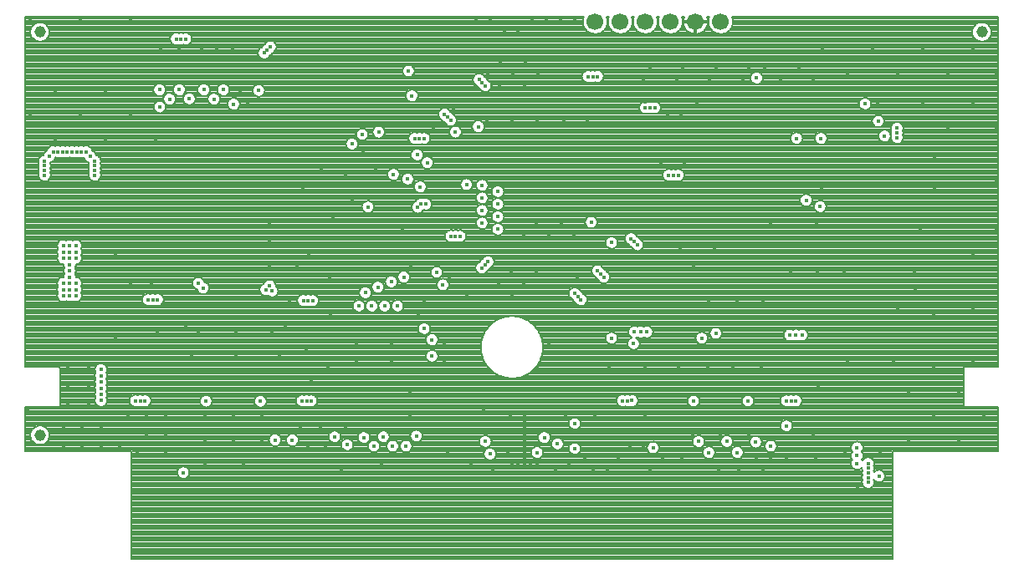
<source format=gbr>
G04 DipTrace 4.0.0.5*
G04 2 - Inner 1.gbr*
%MOIN*%
G04 #@! TF.FileFunction,Copper,L2,Inr*
G04 #@! TF.Part,Single*
%ADD22C,0.045354*%
%ADD27C,0.066929*%
G04 #@! TA.AperFunction,CopperBalancing*
%ADD15C,0.007874*%
%ADD16C,0.011811*%
G04 #@! TA.AperFunction,ViaPad*
%ADD39C,0.017717*%
%FSLAX26Y26*%
G04*
G70*
G90*
G75*
G01*
G04 Inner1_Plane*
%LPD*%
D39*
X2274950Y843701D3*
X724950Y1057175D3*
X2490900Y909650D3*
X2612450Y865576D3*
X959325Y2228076D3*
X1406201Y1493701D3*
D3*
X1996825Y1909325D3*
X2137450Y2128076D3*
X2228077Y2149950D3*
X1052992Y769462D3*
X1353076Y2293701D3*
X1788761Y1829638D3*
D3*
X1418701Y899951D3*
X1487451Y899950D3*
X1946825Y1940576D3*
X2024950Y2006201D3*
X1984327Y2037450D3*
X1253839Y2240024D3*
X1981201Y915576D3*
X1212451Y2296825D3*
X1940576Y874951D3*
X1175098Y2259327D3*
X1887450Y874951D3*
X1134325Y2296825D3*
X1849950Y912449D3*
X1076673Y2260486D3*
X1812450Y874950D3*
X1037303Y2296825D3*
X1772370Y909870D3*
X997933Y2259867D3*
X1706201Y881201D3*
X958563Y2296825D3*
X1656201Y912451D3*
X2043699Y1299950D3*
X2087450Y1518701D3*
X2012450Y1343701D3*
X2062450Y1568701D3*
X3821825Y2171825D3*
X3768890Y2240766D3*
X2256201Y893701D3*
X2543699Y884327D3*
X2759325Y1687451D3*
X2678076Y1768701D3*
X2462451Y849951D3*
X3218454Y893701D3*
X3174950Y1324951D3*
X2759325Y1306201D3*
X3259983Y850050D3*
X3118701Y1306201D3*
X3333524Y891378D3*
X3456201Y956201D3*
X3393701Y874951D3*
X3534325Y1856201D3*
X3590576Y1831201D3*
X2924951Y868702D3*
X3105954Y893455D3*
X3147088Y849790D3*
X3824951Y756201D3*
X3737450Y806201D3*
X3737451Y837451D3*
Y868701D3*
X2043701Y1234327D3*
X2181201Y1918701D3*
X3846825Y2112451D3*
X949950Y1331201D3*
X1931201Y1549950D3*
X1906365Y1434400D3*
X1881201Y1531201D3*
X1855184Y1434400D3*
X1828076Y1509325D3*
X1804003Y1434400D3*
X1778076Y1487451D3*
X1752822Y1434400D3*
X1112451Y1331201D3*
X1437450Y1237451D3*
X1743701Y1218701D3*
X1881201D3*
X3599951Y2462450D3*
X3499950Y2568701D3*
X3699951D3*
X3799950Y2462451D3*
X3899950Y2568701D3*
X3999950Y2462451D3*
X962451Y2456201D3*
X431201Y1731201D3*
X3949950Y1293701D3*
X1396825Y1587450D3*
X1199950Y2518701D3*
X1312451D3*
X1543701Y1265576D3*
Y1337450D3*
X1709325Y2212450D3*
X1831201Y2346825D3*
X1812450D3*
X949951Y1459325D3*
X1568701Y1456201D3*
X1112451Y1524951D3*
X599950Y1649951D3*
X2037451Y2490576D3*
X1690576Y2212450D3*
X2137451Y1712451D3*
X2387451Y2531201D3*
X2846825Y1284325D3*
X2156201Y1712451D3*
X1793701Y2346825D3*
X2231201Y2337451D3*
X2243701Y1915576D3*
X2893701Y2224951D3*
X2912451D3*
X2306201Y1890576D3*
X2243701Y1865576D3*
X2956201Y2009325D3*
X2306201Y1840576D3*
X2243701Y1815576D3*
X2306201Y1790576D3*
X2243701Y1765576D3*
X2612451Y1484325D3*
X2624950Y1471825D3*
X2306201Y1740576D3*
X1999950Y1840576D3*
X2018701D3*
X2931201Y2224951D3*
X2118701Y1712451D3*
X3099951Y2249951D3*
X1987451Y1828076D3*
X2121825Y1365576D3*
X2243701Y2324950D3*
X2899950Y1331201D3*
X3518701Y1318701D3*
X2256201Y2312451D3*
X2093701Y2199950D3*
X2106201Y2187449D3*
X2118701Y2174950D3*
X1974950Y2103076D3*
X1993701D3*
X2012451D3*
Y1468701D3*
X1824951Y1649951D3*
X2241852Y1586042D3*
X2254352Y1598542D3*
X2266852Y1611042D3*
X1925633Y1742978D3*
X2637451Y1459325D3*
X1890576Y1959325D3*
X1724951Y2081201D3*
X3456201Y824950D3*
X2362451Y799950D3*
X762453Y912451D3*
X2412451Y799950D3*
Y974951D3*
X3668701Y1293701D3*
X799951Y874951D3*
X2462451Y799950D3*
X906202Y924951D3*
X2840429Y1056883D3*
X2412451Y949951D3*
X724951D3*
X2412451Y924950D3*
X593701Y1112451D3*
X2412451Y899950D3*
X943701Y962451D3*
X2412451Y874950D3*
X1765576Y2118701D3*
X2412451Y849950D3*
X1831201Y2128076D3*
X2412451Y824950D3*
X2893701Y2249951D3*
X599950Y1624951D3*
X2746825Y2081201D3*
X943701Y887451D3*
X599950Y1599951D3*
X443701Y1993701D3*
X906202Y999951D3*
X599950Y1574951D3*
X443701Y2193701D3*
X599950Y1549951D3*
X981201Y999951D3*
X599950Y1524951D3*
X443701Y2393701D3*
X599950Y1499950D3*
X981201Y924951D3*
X599950Y1674950D3*
X443701Y2580001D3*
X2662451Y2171825D3*
X981201Y849950D3*
X2262451Y2168701D3*
X643701Y2580001D3*
X1963979Y2272589D3*
X843701Y2580001D3*
X868701Y962451D3*
X1949950Y2371825D3*
X643701Y2393701D3*
X2703076Y1574950D3*
X643701Y2193701D3*
X831201Y999951D3*
X3496316Y2103076D3*
X3593701D3*
X3896825Y2143701D3*
Y2124951D3*
Y2106201D3*
X3337451Y2343701D3*
X3374950Y1840576D3*
X3646825Y1946825D3*
Y1871825D3*
X3393701Y1768701D3*
X3343701Y2112451D3*
X3546825Y1946825D3*
X3631201Y2299951D3*
X3803076Y2128076D3*
X2715576Y1562451D3*
X2728076Y1549951D3*
X1396825Y1759325D3*
X1037450Y2456201D3*
X1187451D3*
X1062451Y2499950D3*
X2837451Y1703076D3*
X2849950Y1690576D3*
X1249951Y2456201D3*
X1374951Y2443701D3*
X1387451Y2456201D3*
X1399951Y2468701D3*
X1043701Y2499950D3*
X1024950D3*
X1728076Y2212450D3*
X2862451Y1678076D3*
X2796825Y1724950D3*
X1396825Y1690576D3*
X943701Y2093701D3*
X2018701Y2490576D3*
X1999950D3*
X4199951Y1634325D3*
X2749951Y1193701D3*
X1743701Y1278076D3*
X1881201D3*
X1528076Y1906201D3*
X1603076Y1981201D3*
X1649951Y1784325D3*
X1724950Y1859325D3*
X1640576Y2018701D3*
X1768701Y2046825D3*
X1818701Y1984325D3*
X1759325Y1893701D3*
X849950Y1799950D3*
X943701Y1893701D3*
X1043701Y1993701D3*
X443701Y1243701D3*
X2362451Y2168701D3*
X2462451D3*
X2096825Y1915576D3*
X2153076D3*
X443701Y1443701D3*
X543701Y1343701D3*
X643701Y1443701D3*
Y1243701D3*
X2037451Y2081201D3*
X2128076Y2221825D3*
X2049950Y2146825D3*
X2115576Y2081201D3*
X781201Y1443701D3*
Y1199950D3*
X893701Y1343701D3*
X1365251Y996951D3*
X1254064Y996828D3*
X1140150Y996757D3*
X862451Y1056201D3*
X3456201D3*
X4046825Y2028076D3*
X881201Y1056201D3*
X899950D3*
X4046825Y1909325D3*
X3474950Y1056201D3*
X3493701D3*
X3781201Y787451D3*
Y768701D3*
Y749950D3*
Y731201D3*
X1681201Y781201D3*
X1756201Y787451D3*
X1843701Y699950D3*
X1749950D3*
X1643701D3*
X1562451Y768701D3*
X1462451Y699950D3*
X1524950Y743701D3*
X1843701Y806201D3*
X1949950Y699950D3*
X2043701D3*
X1937451Y818701D3*
X1356201Y699950D3*
X2612451Y965576D3*
X3337450Y824951D3*
X3493701Y1318701D3*
X3468701D3*
X2874950Y1331201D3*
X2849950D3*
X1256201Y699950D3*
X1140660Y804096D3*
X1549950Y874950D3*
X1599950Y943701D3*
X1699951D3*
X2274950Y2581201D3*
X2215576Y2081201D3*
X2443701Y2581201D3*
X2212451Y2209325D3*
X2718701Y1649951D3*
X2315576Y2081201D3*
X2415575D3*
X2499950Y2581201D3*
X2556201D3*
X2612451D3*
X2215576Y2312451D3*
X1018701Y887451D3*
X2515577Y2081201D3*
X2331201Y2531201D3*
X981201Y787451D3*
X3024950Y1956201D3*
X2956201Y1918701D3*
X2362451Y2468701D3*
X2081201Y768701D3*
X2162450Y2259325D3*
X1518701Y943701D3*
X2262450Y2259325D3*
X1993701Y862451D3*
X2031201Y931201D3*
X1474950Y1012450D3*
X1581201Y1012451D3*
X1406201Y1331201D3*
X1687451Y1012451D3*
X2106201Y843701D3*
X1156201Y699950D3*
X1562451Y1137451D3*
X2362450Y2259325D3*
X4143701Y1093701D3*
X4293701Y1931201D3*
X3471825Y1568701D3*
X3578076D3*
X1956201Y1093701D3*
X3684325Y1568701D3*
X2918701Y1578076D3*
X3087451Y1587451D3*
X3031201Y1668701D3*
X3168701D3*
X3468701Y1887451D3*
X3990576Y1740576D3*
X1262450Y1331201D3*
X2012451Y1449951D3*
X1956201Y999951D3*
X3468701Y1803076D3*
X2199951Y862451D3*
X2462449Y2259325D3*
X1962451Y1431201D3*
X2562451Y2259325D3*
X931201Y1459325D3*
X2312451Y2209325D3*
X2412451D3*
X2512450D3*
X2199951Y931201D3*
X2249951Y965576D3*
X2612451Y2228076D3*
X2137451Y743701D3*
X2199951Y799950D3*
X2187451Y743701D3*
X2249951Y1018701D3*
X2362451Y699950D3*
X2462451D3*
X2574951Y928076D3*
X2537450Y774950D3*
X3624950Y1006201D3*
X2574950Y1003076D3*
X1634325Y1553076D3*
X1628076Y1193701D3*
X1278076Y2293701D3*
X2265577Y2362451D3*
X1309325Y2249951D3*
X3024950Y1343701D3*
X2968701D3*
X3143701D3*
X3237451D3*
X3356201D3*
X3418701D3*
X2315576Y2412450D3*
X3024950Y1193699D3*
X3143701D3*
X3243701D3*
X3356201D3*
X2415576Y2412450D3*
X3896825Y1509325D3*
X3881201Y1212451D3*
X434138Y865575D3*
Y1019623D3*
X687451Y987451D3*
X593699Y1187450D3*
X687453Y912451D3*
X543701Y2093701D3*
Y2293701D3*
Y2493701D3*
X743701D3*
X2312451Y2309325D3*
X2365577Y2362451D3*
X4293701Y2568701D3*
X1824950Y1012451D3*
X4099950Y2143701D3*
X2465577Y2362451D3*
X4293701Y1743701D3*
Y1531201D3*
Y1318701D3*
X2918701Y1968701D3*
X4043701Y1193701D3*
Y993701D3*
X4243701D3*
X4143701Y893701D3*
X3943701Y1093701D3*
X4143701Y1293701D3*
X2412451Y2309325D3*
X4043701Y1578076D3*
X2568701Y2171825D3*
X3965576Y1574951D3*
X3793701Y1293701D3*
X3493701Y1243701D3*
X3393701D3*
X2574950Y2081201D3*
X2659325D3*
X2893701Y1193701D3*
X2574950Y1915576D3*
X2799950D3*
X2343701D3*
X2431201D3*
X2518701D3*
X2693701Y993701D3*
X2893701D3*
X2509327Y1624951D3*
X2459328Y1574951D3*
X2359328D3*
X2559324Y1674950D3*
X2409327Y1624951D3*
X2309327D3*
X2209328D3*
X2362451Y1474950D3*
X2409327Y1524951D3*
X2309327D3*
X2459324Y1674950D3*
X2359323D3*
X3043701Y2381201D3*
X2259325Y1674950D3*
X2687451Y1915576D3*
X2609324Y1721825D3*
X2509323D3*
X2409325D3*
X2093701Y1278076D3*
Y1218701D3*
X2703076Y1343701D3*
X2559323Y1765576D3*
X2459325D3*
X2509325Y1287451D3*
X2324950Y1146825D3*
X2584325D3*
X2918701Y1487451D3*
X3012451D3*
X743701Y2293701D3*
Y2093701D3*
X843701Y2193701D3*
Y1993701D3*
X3643701Y1437451D3*
X3362451Y781201D3*
X3393701Y824951D3*
X1618701Y874951D3*
X487450Y1868701D3*
X599950D3*
X712451D3*
X781202Y1637451D3*
X3699950Y1212451D3*
X2749951Y1099950D3*
X3581201Y1112451D3*
X3012451Y768701D3*
X1293701Y806201D3*
X781201Y1312451D3*
Y1099950D3*
X724951Y874951D3*
X649951Y949951D3*
X612451Y987451D3*
X612453Y912451D3*
X649951Y874951D3*
X574951Y949951D3*
X537451Y987451D3*
X674953Y1112451D3*
X574951Y874951D3*
X674951Y1187451D3*
X474951Y987451D3*
X593701Y1037450D3*
X674950D3*
X1087451Y1237451D3*
X1262450D3*
X2421825Y1103076D3*
X2524950D3*
X2462451Y1184325D3*
X1574950Y1487451D3*
X3174950Y2381201D3*
X3306201D3*
X3368701Y2387451D3*
X3506201D3*
X3562451Y2337451D3*
X3432196Y2337828D3*
X3412451Y2112451D3*
X4099951Y2568701D3*
X3699951Y2356199D3*
X3899950Y2356202D3*
X4099950D3*
X1406201Y2428076D3*
X1399951Y2343701D3*
X1449951Y2499951D3*
X1474951Y2424951D3*
X868701Y849950D3*
X1553076Y2499951D3*
X724950Y1081201D3*
Y1106201D3*
Y1131201D3*
Y1156201D3*
Y1181201D3*
X1143701Y1054575D3*
X1359941Y1054248D3*
X1563022Y1055806D3*
X3085707Y1055339D3*
X3302337Y1055136D3*
X3818701Y2243701D3*
X3999950Y2249953D3*
X3943701Y893701D3*
X4043701Y1393701D3*
X4199949Y2249953D3*
X4199950Y2037451D3*
X1699950Y1487451D3*
X2218701Y2581201D3*
X4293701Y2356201D3*
X1959325Y1596825D3*
X4199950Y2462451D3*
X4293701Y2143701D3*
X4199951Y1421825D3*
X2981201Y2193701D3*
X1124950Y2456201D3*
X874951Y1199950D3*
X968701D3*
X3081201Y1006201D3*
Y918701D3*
X3193701Y1006201D3*
Y918701D3*
X3306201Y1006201D3*
X3034325Y2193701D3*
X2756201Y2274951D3*
X3306201Y918701D3*
X2912451Y2381201D3*
X3049951Y2009325D3*
X843701Y1518701D3*
X924950D3*
X3006201Y1956201D3*
X2987451D3*
X3212451Y2112451D3*
X3015576Y1918701D3*
X3146825Y1449950D3*
X3259325D3*
X3574950Y1768702D3*
X3596825Y1903076D3*
X981201Y724950D3*
X1018701Y962451D3*
X1253076Y893701D3*
X1140276Y897896D3*
X1365576Y893701D3*
X868701Y724950D3*
Y787451D3*
X912451Y1459325D3*
X1640576Y1393701D3*
X2243701Y1343701D3*
X2362451Y1409325D3*
X2665576Y2349951D3*
X2684325D3*
X2703076D3*
X2262451Y699950D3*
X2562451D3*
X2662451D3*
X2762451D3*
X2862451D3*
X2962451D3*
X3062451D3*
X3162451D3*
X3262451D3*
X3362451D3*
X3462451D3*
X3562451D3*
X3662451D3*
X3899951Y1428076D3*
X2162451Y699950D3*
X3968701Y1506201D3*
X4106201Y1531201D3*
X4199951Y1209325D3*
X3549951Y2165576D3*
X1506201Y1587451D3*
X1590576Y1843701D3*
X1665576Y1918701D3*
X2346825Y843701D3*
X2284325Y784325D3*
X2587451Y746825D3*
X2774951Y884325D3*
X2706201D3*
X2653076Y831201D3*
X2687450Y778075D3*
X2831201Y874950D3*
X2743701Y781201D3*
X2874951Y815576D3*
X2884325Y874950D3*
X2912451Y781201D3*
X2787451Y831201D3*
X2962450D3*
X3040576D3*
X1699951Y1953076D3*
X3562451Y915576D3*
X3474950Y1124950D3*
X3587451Y1243701D3*
X3418701Y1006201D3*
X3571825Y828076D3*
X1615576Y2490576D3*
X3690576Y768701D3*
X3781201Y806201D3*
X2590576D3*
X1818701Y2490576D3*
X1643701Y2346825D3*
X2412451Y999951D3*
X2387451Y799951D3*
X2437451D3*
X1990576Y1399951D3*
X1553076Y1634325D3*
X1474950Y1456201D3*
X2181201Y1474951D3*
X1459257Y1348831D3*
X2112451Y1543701D3*
X1062451Y1346825D3*
X1131201Y1506201D3*
X1396825Y1515576D3*
X1381201Y1499950D3*
X1549950Y1456201D3*
X1531201D3*
X2534325Y1462451D3*
X2621825Y1553076D3*
X3299951Y2568701D3*
X574950Y1674950D3*
X624950D3*
X574950Y1649951D3*
X624950D3*
Y1624951D3*
X574950D3*
Y1524951D3*
X624950D3*
Y1499950D3*
X574950D3*
Y1474950D3*
X599950D3*
X624950D3*
X3399951Y2496825D3*
X3018701Y2337450D3*
X3149950D3*
X3281201D3*
X2887451D3*
X3362451Y1456201D3*
X2356201Y999951D3*
X499951Y2012451D3*
Y1993701D3*
Y1974951D3*
Y1956201D3*
X699951Y2012451D3*
Y1993701D3*
Y1974951D3*
Y1956201D3*
X571825Y2049951D3*
X590576D3*
X609325D3*
X628076D3*
X553076D3*
X646825D3*
X665576D3*
X534325D3*
X518701Y2031201D3*
X681201D3*
X3828076Y856201D3*
Y787451D3*
X1544272Y1055806D3*
X2822042Y1056720D3*
X2803293D3*
X1525522Y1055806D3*
X3187451Y774950D3*
X3265576Y781201D3*
X2824951Y765576D3*
X3634325Y787451D3*
X3740576Y774951D3*
Y712451D3*
X3690576Y843701D3*
X424413Y2580446D2*
D15*
X2644964D1*
X3242442D2*
X4299999D1*
X424413Y2572703D2*
X2643703D1*
X3243695D2*
X4299999D1*
X424413Y2564961D2*
X469091D1*
X493311D2*
X2643688D1*
X3243718D2*
X4222220D1*
X4246433D2*
X4299999D1*
X424413Y2557218D2*
X455127D1*
X507275D2*
X2644895D1*
X3242504D2*
X4208248D1*
X4260397D2*
X4299999D1*
X424413Y2549475D2*
X448314D1*
X514096D2*
X2647440D1*
X2739958D2*
X2747442D1*
X2839960D2*
X2847443D1*
X2939961D2*
X2947437D1*
X3039963D2*
X3047439D1*
X3139964D2*
X3147440D1*
X3239958D2*
X4201436D1*
X4267217D2*
X4299999D1*
X424413Y2541732D2*
X444331D1*
X518071D2*
X2651562D1*
X2735844D2*
X2751563D1*
X2835838D2*
X2851557D1*
X2935840D2*
X2951559D1*
X3035841D2*
X3051560D1*
X3135843D2*
X3151562D1*
X3235844D2*
X4197452D1*
X4271201D2*
X4299999D1*
X424413Y2533990D2*
X442285D1*
X520116D2*
X2657806D1*
X2729593D2*
X2757807D1*
X2829594D2*
X2857809D1*
X2929596D2*
X2957803D1*
X3029598D2*
X3057804D1*
X3129599D2*
X3157806D1*
X3229593D2*
X4195415D1*
X4273238D2*
X4299999D1*
X424413Y2526247D2*
X441878D1*
X520532D2*
X2667710D1*
X2719689D2*
X2767711D1*
X2819690D2*
X2867713D1*
X2919692D2*
X2967714D1*
X3019686D2*
X3067716D1*
X3119687D2*
X3167710D1*
X3219689D2*
X4195000D1*
X4273654D2*
X4299999D1*
X424413Y2518504D2*
X443039D1*
X519363D2*
X1007761D1*
X1079641D2*
X4196161D1*
X4272492D2*
X4299999D1*
X424413Y2510761D2*
X445938D1*
X516472D2*
X1001886D1*
X1085515D2*
X4199060D1*
X4269594D2*
X4299999D1*
X424413Y2503018D2*
X451074D1*
X511327D2*
X999587D1*
X1087814D2*
X4204196D1*
X4264449D2*
X4299999D1*
X424413Y2495276D2*
X460102D1*
X502308D2*
X999841D1*
X1087561D2*
X4213224D1*
X4255430D2*
X4299999D1*
X424413Y2487533D2*
X1002740D1*
X1084662D2*
X1383084D1*
X1416816D2*
X4299999D1*
X424413Y2479790D2*
X1009783D1*
X1077618D2*
X1377025D1*
X1422883D2*
X4299999D1*
X424413Y2472047D2*
X1367636D1*
X1425275D2*
X4299999D1*
X424413Y2464304D2*
X1360423D1*
X1425113D2*
X4299999D1*
X424413Y2456562D2*
X1353003D1*
X1422322D2*
X4299999D1*
X424413Y2448819D2*
X1349935D1*
X1415501D2*
X4299999D1*
X424413Y2441076D2*
X1349542D1*
X1407850D2*
X4299999D1*
X424413Y2433333D2*
X1351672D1*
X1398231D2*
X4299999D1*
X424413Y2425591D2*
X1357278D1*
X1392625D2*
X4299999D1*
X424413Y2417848D2*
X4299999D1*
X424413Y2410105D2*
X4299999D1*
X424413Y2402362D2*
X4299999D1*
X424413Y2394619D2*
X1939486D1*
X1960415D2*
X4299999D1*
X424413Y2386877D2*
X1929498D1*
X1970404D2*
X4299999D1*
X424413Y2379134D2*
X1925499D1*
X1974395D2*
X4299999D1*
X424413Y2371391D2*
X1924399D1*
X1975494D2*
X2652392D1*
X2716259D2*
X4299999D1*
X424413Y2363648D2*
X1925791D1*
X1974110D2*
X2644157D1*
X2724495D2*
X3321991D1*
X3352917D2*
X4299999D1*
X424413Y2355906D2*
X1930197D1*
X1969704D2*
X2213900D1*
X2248501D2*
X2640750D1*
X2727901D2*
X3315117D1*
X3359783D2*
X4299999D1*
X424413Y2348163D2*
X1941862D1*
X1958039D2*
X2208087D1*
X2254315D2*
X2640089D1*
X2728563D2*
X3312302D1*
X3362598D2*
X4299999D1*
X424413Y2340420D2*
X2205826D1*
X2263826D2*
X2641935D1*
X2726717D2*
X3312118D1*
X3362782D2*
X4299999D1*
X424413Y2332677D2*
X2206111D1*
X2271278D2*
X2647048D1*
X2721604D2*
X3314486D1*
X3360414D2*
X4299999D1*
X424413Y2324934D2*
X2209048D1*
X2278375D2*
X3320507D1*
X3354393D2*
X4299999D1*
X424413Y2317192D2*
X943685D1*
X973441D2*
X1022425D1*
X1052182D2*
X1119451D1*
X1149200D2*
X1197576D1*
X1227325D2*
X1344452D1*
X1361698D2*
X2216176D1*
X2281297D2*
X4299999D1*
X424413Y2309449D2*
X936472D1*
X980654D2*
X1015212D1*
X1059394D2*
X1112230D1*
X1156420D2*
X1190363D1*
X1234545D2*
X1333179D1*
X1372978D2*
X2223604D1*
X2281566D2*
X4299999D1*
X424413Y2301706D2*
X933496D1*
X983630D2*
X1012236D1*
X1062370D2*
X1109262D1*
X1159388D2*
X1187387D1*
X1237513D2*
X1328858D1*
X1377300D2*
X2233101D1*
X2279298D2*
X4299999D1*
X424413Y2293963D2*
X933181D1*
X983945D2*
X1011921D1*
X1062685D2*
X1108939D1*
X1159711D2*
X1187064D1*
X1237836D2*
X1327528D1*
X1378623D2*
X1950682D1*
X1977271D2*
X2238937D1*
X2273461D2*
X4299999D1*
X424413Y2286220D2*
X935395D1*
X981731D2*
X1014136D1*
X1060471D2*
X1111161D1*
X1157489D2*
X1189286D1*
X1235614D2*
X1328681D1*
X1377469D2*
X1942516D1*
X1985445D2*
X4299999D1*
X424413Y2278478D2*
X941147D1*
X975979D2*
X980809D1*
X1015057D2*
X1019887D1*
X1054719D2*
X1058873D1*
X1094474D2*
X1116905D1*
X1151745D2*
X1158613D1*
X1229870D2*
X1332756D1*
X1373394D2*
X1939140D1*
X1988820D2*
X4299999D1*
X424413Y2270735D2*
X974896D1*
X1020970D2*
X1053344D1*
X1100002D2*
X1152331D1*
X1197866D2*
X1343022D1*
X1363128D2*
X1938494D1*
X1989459D2*
X4299999D1*
X424413Y2262992D2*
X972582D1*
X1023284D2*
X1051253D1*
X1102094D2*
X1149816D1*
X1200381D2*
X1243797D1*
X1263880D2*
X1940363D1*
X1987598D2*
X3757184D1*
X3780597D2*
X4299999D1*
X424413Y2255249D2*
X972820D1*
X1023046D2*
X1051683D1*
X1101663D2*
X1149885D1*
X1200311D2*
X1233524D1*
X1274153D2*
X1945515D1*
X1982446D2*
X3748018D1*
X3789763D2*
X4299999D1*
X424413Y2247507D2*
X943185D1*
X1020178D2*
X1054797D1*
X1098549D2*
X1152554D1*
X1197643D2*
X1229448D1*
X1278229D2*
X2882692D1*
X2942214D2*
X3744274D1*
X3793508D2*
X4299999D1*
X424413Y2239764D2*
X936703D1*
X1013181D2*
X1062325D1*
X1091021D2*
X1159128D1*
X1191069D2*
X1228287D1*
X1279390D2*
X2873065D1*
X2951834D2*
X3743359D1*
X3794423D2*
X4299999D1*
X424413Y2232021D2*
X934088D1*
X984560D2*
X1229618D1*
X1278060D2*
X2869181D1*
X2955725D2*
X3744935D1*
X3792846D2*
X4299999D1*
X424413Y2224278D2*
X934065D1*
X984583D2*
X1233939D1*
X1273738D2*
X2088285D1*
X2099110D2*
X2868159D1*
X2956740D2*
X3749626D1*
X3788156D2*
X4299999D1*
X424413Y2216535D2*
X936626D1*
X982023D2*
X1245204D1*
X1262473D2*
X2074521D1*
X2112874D2*
X2869627D1*
X2955279D2*
X3762990D1*
X3774784D2*
X4299999D1*
X424413Y2208793D2*
X943000D1*
X975648D2*
X2069784D1*
X2119549D2*
X2874149D1*
X2950750D2*
X4299999D1*
X424413Y2201050D2*
X2068177D1*
X2127684D2*
X2886437D1*
X2900968D2*
X2905183D1*
X2919715D2*
X2923938D1*
X2938470D2*
X4299999D1*
X424413Y2193307D2*
X2069054D1*
X2136112D2*
X3808719D1*
X3834931D2*
X4299999D1*
X424413Y2185564D2*
X2072760D1*
X2141864D2*
X3800438D1*
X3843213D2*
X4299999D1*
X424413Y2177822D2*
X2081795D1*
X2144086D2*
X3797008D1*
X3846642D2*
X4299999D1*
X424413Y2170079D2*
X2087762D1*
X2143771D2*
X2212862D1*
X2243288D2*
X3796339D1*
X3847319D2*
X4299999D1*
X424413Y2162336D2*
X2096605D1*
X2140795D2*
X2205849D1*
X2250308D2*
X3798161D1*
X3845489D2*
X3879731D1*
X3913925D2*
X4299999D1*
X424413Y2154593D2*
X2103810D1*
X2133590D2*
X2202966D1*
X2253192D2*
X3803252D1*
X3840398D2*
X3873795D1*
X3919853D2*
X4299999D1*
X424413Y2146850D2*
X1814263D1*
X1848134D2*
X2120512D1*
X2154382D2*
X2202720D1*
X2253430D2*
X3871473D1*
X3922176D2*
X4299999D1*
X424413Y2139108D2*
X1750764D1*
X1780390D2*
X1808242D1*
X1854162D2*
X2114491D1*
X2160411D2*
X2205027D1*
X2251131D2*
X3871704D1*
X3921945D2*
X4299999D1*
X424413Y2131365D2*
X1743505D1*
X1787641D2*
X1805866D1*
X1856531D2*
X2112115D1*
X2162779D2*
X2210924D1*
X2245233D2*
X3830050D1*
X3863597D2*
X3872119D1*
X3921530D2*
X4299999D1*
X424413Y2123622D2*
X1740521D1*
X1790632D2*
X1806051D1*
X1856346D2*
X1960340D1*
X2027060D2*
X2112299D1*
X2162595D2*
X3481701D1*
X3510928D2*
X3579088D1*
X3608315D2*
X3823937D1*
X3922337D2*
X4299999D1*
X424413Y2115879D2*
X1740183D1*
X1790963D2*
X1808865D1*
X1853539D2*
X1952966D1*
X2034434D2*
X2115114D1*
X2159788D2*
X3474335D1*
X3518302D2*
X3571714D1*
X3615689D2*
X3821514D1*
X3920653D2*
X4299999D1*
X424413Y2108136D2*
X1742390D1*
X1788763D2*
X1815732D1*
X1846673D2*
X1949921D1*
X2037479D2*
X2121980D1*
X2152921D2*
X3471290D1*
X3521347D2*
X3568669D1*
X3618726D2*
X3821653D1*
X3922299D2*
X4299999D1*
X424413Y2100394D2*
X1708518D1*
X1741389D2*
X1748111D1*
X1783042D2*
X1949544D1*
X2037856D2*
X3470913D1*
X3521724D2*
X3568292D1*
X3619103D2*
X3824406D1*
X3921684D2*
X4299999D1*
X424413Y2092651D2*
X1702205D1*
X1747694D2*
X1951697D1*
X2035703D2*
X3473066D1*
X3519563D2*
X3570453D1*
X3616950D2*
X3831165D1*
X3862482D2*
X3875310D1*
X3918339D2*
X4299999D1*
X424413Y2084908D2*
X1699682D1*
X1750224D2*
X1957333D1*
X2030067D2*
X3478702D1*
X3513934D2*
X3576082D1*
X3611314D2*
X3883392D1*
X3910257D2*
X4299999D1*
X424413Y2077165D2*
X1699729D1*
X1750170D2*
X4299999D1*
X424413Y2069423D2*
X518234D1*
X681664D2*
X1702381D1*
X1747525D2*
X4299999D1*
X424413Y2061680D2*
X511729D1*
X688177D2*
X1708925D1*
X1740973D2*
X1978426D1*
X1990227D2*
X4299999D1*
X424413Y2053937D2*
X508099D1*
X691799D2*
X1965061D1*
X2003592D2*
X4299999D1*
X424413Y2046194D2*
X498203D1*
X701696D2*
X1960371D1*
X2008282D2*
X4299999D1*
X424413Y2038451D2*
X494235D1*
X705663D2*
X1958794D1*
X2009859D2*
X4299999D1*
X424413Y2030709D2*
X482432D1*
X717467D2*
X1959709D1*
X2008944D2*
X2020610D1*
X2029290D2*
X4299999D1*
X424413Y2022966D2*
X476742D1*
X542846D2*
X657060D1*
X723157D2*
X1963454D1*
X2043961D2*
X4299999D1*
X424413Y2015223D2*
X474558D1*
X538410D2*
X661497D1*
X725348D2*
X1972620D1*
X1996033D2*
X2001102D1*
X2048798D2*
X4299999D1*
X424413Y2007480D2*
X474904D1*
X526599D2*
X673300D1*
X725002D2*
X1999433D1*
X2050467D2*
X4299999D1*
X424413Y1999738D2*
X475150D1*
X524753D2*
X675145D1*
X724756D2*
X2000256D1*
X2049644D2*
X4299999D1*
X424413Y1991995D2*
X474458D1*
X525445D2*
X674461D1*
X725441D2*
X2003878D1*
X2046022D2*
X4299999D1*
X424413Y1984252D2*
X476211D1*
X523692D2*
X676214D1*
X723687D2*
X2012698D1*
X2037202D2*
X4299999D1*
X424413Y1976509D2*
X474450D1*
X525453D2*
X674446D1*
X725456D2*
X1871957D1*
X1909196D2*
X2972489D1*
X3039909D2*
X4299999D1*
X424413Y1968766D2*
X475188D1*
X524715D2*
X675184D1*
X724718D2*
X1866898D1*
X1914256D2*
X2965323D1*
X3047076D2*
X4299999D1*
X424413Y1961024D2*
X474873D1*
X525030D2*
X674876D1*
X725025D2*
X1865083D1*
X1916070D2*
X1932066D1*
X1961584D2*
X2962378D1*
X3050028D2*
X4299999D1*
X424413Y1953281D2*
X474573D1*
X525330D2*
X674576D1*
X725333D2*
X1865775D1*
X1915378D2*
X1924784D1*
X1968866D2*
X2962070D1*
X3050328D2*
X4299999D1*
X424413Y1945538D2*
X476811D1*
X523092D2*
X676814D1*
X723088D2*
X1869220D1*
X1911933D2*
X1921777D1*
X1971873D2*
X2964315D1*
X3048091D2*
X4299999D1*
X424413Y1937795D2*
X482593D1*
X517310D2*
X682596D1*
X717305D2*
X1877555D1*
X1903598D2*
X1921431D1*
X1972219D2*
X2164642D1*
X2197759D2*
X2231978D1*
X2255422D2*
X2970098D1*
X3042308D2*
X4299999D1*
X424413Y1930052D2*
X1923623D1*
X1970027D2*
X1982486D1*
X2011166D2*
X2158405D1*
X2203995D2*
X2222820D1*
X2264580D2*
X4299999D1*
X424413Y1922310D2*
X1929321D1*
X1964337D2*
X1974950D1*
X2018702D2*
X2155914D1*
X2206486D2*
X2219083D1*
X2268317D2*
X4299999D1*
X424413Y1914567D2*
X1971836D1*
X2021816D2*
X2155999D1*
X2206401D2*
X2218168D1*
X2269232D2*
X2299276D1*
X2313124D2*
X4299999D1*
X424413Y1906824D2*
X1971397D1*
X2022246D2*
X2158682D1*
X2203718D2*
X2219744D1*
X2267656D2*
X2286727D1*
X2325673D2*
X4299999D1*
X424413Y1899081D2*
X1973489D1*
X2020155D2*
X2165303D1*
X2197097D2*
X2224443D1*
X2262958D2*
X2282160D1*
X2330248D2*
X4299999D1*
X424413Y1891339D2*
X1979018D1*
X2014634D2*
X2237838D1*
X2249562D2*
X2280660D1*
X2331740D2*
X4299999D1*
X424413Y1883596D2*
X2225927D1*
X2261473D2*
X2281652D1*
X2330748D2*
X4299999D1*
X424413Y1875853D2*
X2220382D1*
X2267018D2*
X2285505D1*
X2326903D2*
X3518472D1*
X3550182D2*
X4299999D1*
X424413Y1868110D2*
X2218283D1*
X2269124D2*
X2294993D1*
X2317407D2*
X3511829D1*
X3556826D2*
X4299999D1*
X424413Y1860367D2*
X1984277D1*
X2034373D2*
X2218706D1*
X2268702D2*
X2290526D1*
X2321874D2*
X3509130D1*
X3559525D2*
X4299999D1*
X424413Y1852625D2*
X1778761D1*
X1798760D2*
X1977526D1*
X2041124D2*
X2221805D1*
X2265595D2*
X2283782D1*
X2328626D2*
X3509037D1*
X3559617D2*
X3577366D1*
X3603786D2*
X4299999D1*
X424413Y1844882D2*
X1768457D1*
X1809064D2*
X1968475D1*
X2043877D2*
X2229310D1*
X2258090D2*
X2281029D1*
X2331378D2*
X3511513D1*
X3557141D2*
X3569146D1*
X3612006D2*
X4299999D1*
X424413Y1837139D2*
X1764374D1*
X1813147D2*
X1963616D1*
X2044015D2*
X2230732D1*
X2256668D2*
X2280891D1*
X2331509D2*
X3517727D1*
X3550920D2*
X3565747D1*
X3615404D2*
X4299999D1*
X424413Y1829396D2*
X1763213D1*
X1814308D2*
X1961932D1*
X2041585D2*
X2222366D1*
X2265034D2*
X2283313D1*
X2329087D2*
X3565094D1*
X3616058D2*
X4299999D1*
X424413Y1821654D2*
X1764535D1*
X1812993D2*
X1962747D1*
X2035465D2*
X2218906D1*
X2268494D2*
X2289442D1*
X2322966D2*
X3566939D1*
X3614212D2*
X4299999D1*
X424413Y1813911D2*
X1768842D1*
X1808679D2*
X1966353D1*
X2008551D2*
X2218206D1*
X2269194D2*
X2297123D1*
X2315277D2*
X3572060D1*
X3609091D2*
X4299999D1*
X424413Y1806168D2*
X1780076D1*
X1797452D2*
X1975119D1*
X1999785D2*
X2220006D1*
X2267394D2*
X2286174D1*
X2326226D2*
X4299999D1*
X424413Y1798425D2*
X2225050D1*
X2262350D2*
X2281929D1*
X2330479D2*
X4299999D1*
X424413Y1790682D2*
X2280653D1*
X2331755D2*
X2665887D1*
X2690269D2*
X4299999D1*
X424413Y1782940D2*
X2225258D1*
X2262142D2*
X2281860D1*
X2330548D2*
X2657029D1*
X2699127D2*
X4299999D1*
X424413Y1775197D2*
X2220098D1*
X2267310D2*
X2286004D1*
X2326396D2*
X2653392D1*
X2702757D2*
X4299999D1*
X424413Y1767454D2*
X2218222D1*
X2269178D2*
X2296547D1*
X2315853D2*
X2652554D1*
X2703595D2*
X4299999D1*
X424413Y1759711D2*
X2218852D1*
X2268548D2*
X2289695D1*
X2322705D2*
X2654215D1*
X2701942D2*
X4299999D1*
X424413Y1751969D2*
X2222220D1*
X2265180D2*
X2283428D1*
X2328979D2*
X2659036D1*
X2697120D2*
X4299999D1*
X424413Y1744226D2*
X2230371D1*
X2257037D2*
X2280922D1*
X2331478D2*
X2673515D1*
X2682633D2*
X4299999D1*
X424413Y1736483D2*
X2111938D1*
X2125462D2*
X2130685D1*
X2144217D2*
X2149439D1*
X2162964D2*
X2280991D1*
X2331409D2*
X4299999D1*
X424413Y1728740D2*
X2099258D1*
X2175644D2*
X2283659D1*
X2328741D2*
X4299999D1*
X424413Y1720997D2*
X2094667D1*
X2180234D2*
X2290249D1*
X2322151D2*
X2819577D1*
X2855331D2*
X4299999D1*
X424413Y1713255D2*
X2093160D1*
X2181741D2*
X2814086D1*
X2860814D2*
X4299999D1*
X424413Y1705512D2*
X2094144D1*
X2180757D2*
X2741598D1*
X2777052D2*
X2812018D1*
X2870487D2*
X4299999D1*
X424413Y1697769D2*
X564540D1*
X585354D2*
X589546D1*
X610360D2*
X614545D1*
X635358D2*
X2097974D1*
X2176928D2*
X2736023D1*
X2782627D2*
X2812479D1*
X2878253D2*
X4299999D1*
X424413Y1690026D2*
X554521D1*
X645386D2*
X2107409D1*
X2167493D2*
X2733908D1*
X2784742D2*
X2815617D1*
X2884928D2*
X4299999D1*
X424413Y1682283D2*
X550507D1*
X649392D2*
X2734316D1*
X2784334D2*
X2823214D1*
X2887642D2*
X4299999D1*
X424413Y1674541D2*
X549399D1*
X650499D2*
X2737407D1*
X2781243D2*
X2830288D1*
X2887750D2*
X4299999D1*
X424413Y1666798D2*
X550776D1*
X649123D2*
X2744873D1*
X2773777D2*
X2839615D1*
X2885282D2*
X4299999D1*
X424413Y1659055D2*
X551130D1*
X648769D2*
X2845805D1*
X2879099D2*
X4299999D1*
X424413Y1651312D2*
X549438D1*
X650461D2*
X4299999D1*
X424413Y1643570D2*
X550238D1*
X649669D2*
X4299999D1*
X424413Y1635827D2*
X551914D1*
X647985D2*
X4299999D1*
X424413Y1628084D2*
X549599D1*
X650299D2*
X2248095D1*
X2285603D2*
X4299999D1*
X424413Y1620341D2*
X549830D1*
X650068D2*
X2241813D1*
X2290593D2*
X4299999D1*
X424413Y1612598D2*
X552698D1*
X647200D2*
X2233178D1*
X2292354D2*
X4299999D1*
X424413Y1604856D2*
X559696D1*
X640211D2*
X2224965D1*
X2291616D2*
X4299999D1*
X424413Y1597113D2*
X574559D1*
X625339D2*
X2218914D1*
X2288117D2*
X2691239D1*
X2714914D2*
X4299999D1*
X424413Y1589370D2*
X576774D1*
X623125D2*
X2048023D1*
X2076880D2*
X2216522D1*
X2279621D2*
X2682158D1*
X2723995D2*
X4299999D1*
X424413Y1581627D2*
X575313D1*
X624586D2*
X2040541D1*
X2084362D2*
X2216699D1*
X2273223D2*
X2678444D1*
X2732030D2*
X4299999D1*
X424413Y1573885D2*
X574421D1*
X625478D2*
X1924061D1*
X1938347D2*
X2037450D1*
X2087453D2*
X2219490D1*
X2264211D2*
X2677544D1*
X2738328D2*
X4299999D1*
X424413Y1566142D2*
X576020D1*
X623878D2*
X1911673D1*
X1950727D2*
X2037035D1*
X2087868D2*
X2226326D1*
X2257375D2*
X2679144D1*
X2747602D2*
X4299999D1*
X424413Y1558399D2*
X575882D1*
X624017D2*
X1907137D1*
X1955263D2*
X2039142D1*
X2085754D2*
X2683865D1*
X2752138D2*
X4299999D1*
X424413Y1550656D2*
X574406D1*
X625493D2*
X1865091D1*
X1897308D2*
X1905660D1*
X1956740D2*
X2044701D1*
X2080194D2*
X2693016D1*
X2753615D2*
X4299999D1*
X424413Y1542913D2*
X557112D1*
X642787D2*
X1094614D1*
X1130283D2*
X1858593D1*
X1955732D2*
X2081465D1*
X2093436D2*
X2699575D1*
X2752607D2*
X4299999D1*
X424413Y1535171D2*
X551606D1*
X648292D2*
X1089108D1*
X1135797D2*
X1380892D1*
X1412756D2*
X1855971D1*
X1906435D2*
X1910543D1*
X1951857D2*
X2068169D1*
X2106731D2*
X2707418D1*
X2748732D2*
X4299999D1*
X424413Y1527428D2*
X549522D1*
X650376D2*
X1087024D1*
X1144740D2*
X1374295D1*
X1419354D2*
X1810388D1*
X1845765D2*
X1855940D1*
X1906466D2*
X1920116D1*
X1942284D2*
X2063487D1*
X2111413D2*
X2716999D1*
X2739159D2*
X4299999D1*
X424413Y1519685D2*
X549968D1*
X649938D2*
X1087470D1*
X1152760D2*
X1365452D1*
X1422030D2*
X1804797D1*
X1851356D2*
X1858493D1*
X1903913D2*
X2061918D1*
X2112982D2*
X4299999D1*
X424413Y1511942D2*
X552498D1*
X647400D2*
X1090592D1*
X1156074D2*
X1358747D1*
X1423737D2*
X1773624D1*
X1782527D2*
X1802660D1*
X1853486D2*
X1864845D1*
X1897554D2*
X2062841D1*
X2112059D2*
X4299999D1*
X424413Y1504199D2*
X549769D1*
X650138D2*
X1098151D1*
X1156674D2*
X1356017D1*
X1429419D2*
X1759045D1*
X1797106D2*
X1803060D1*
X1853093D2*
X2066585D1*
X2108315D2*
X2596890D1*
X2628015D2*
X4299999D1*
X424413Y1496457D2*
X549646D1*
X650253D2*
X1107647D1*
X1154751D2*
X1355894D1*
X1431595D2*
X1754224D1*
X1801935D2*
X1806128D1*
X1850018D2*
X2075782D1*
X2099118D2*
X2590077D1*
X2634828D2*
X4299999D1*
X424413Y1488714D2*
X552098D1*
X647808D2*
X1112876D1*
X1149522D2*
X1358347D1*
X1431242D2*
X1752555D1*
X1803596D2*
X1813563D1*
X1842590D2*
X2587293D1*
X2643848D2*
X4299999D1*
X424413Y1480971D2*
X550145D1*
X649761D2*
X899632D1*
X962768D2*
X1364506D1*
X1428227D2*
X1753386D1*
X1802766D2*
X2587132D1*
X2650268D2*
X4299999D1*
X424413Y1473228D2*
X549461D1*
X650445D2*
X891173D1*
X971234D2*
X1391481D1*
X1420922D2*
X1512436D1*
X1587468D2*
X1757015D1*
X1799136D2*
X2589523D1*
X2658734D2*
X4299999D1*
X424413Y1465486D2*
X551276D1*
X648623D2*
X887682D1*
X974725D2*
X1507453D1*
X1592444D2*
X1765858D1*
X1790301D2*
X2595590D1*
X2662225D2*
X4299999D1*
X424413Y1457743D2*
X556351D1*
X643548D2*
X886952D1*
X975448D2*
X1505700D1*
X1594204D2*
X1743766D1*
X1761881D2*
X1794947D1*
X1813062D2*
X1846128D1*
X1864243D2*
X1897309D1*
X1915424D2*
X2603795D1*
X2662948D2*
X4299999D1*
X424413Y1450000D2*
X888720D1*
X973680D2*
X1506438D1*
X1593466D2*
X1732801D1*
X1772838D2*
X1783982D1*
X1824020D2*
X1835163D1*
X1875201D2*
X1886344D1*
X1926382D2*
X2612461D1*
X2661180D2*
X4299999D1*
X424413Y1442257D2*
X893718D1*
X968682D2*
X1509945D1*
X1589952D2*
X1728549D1*
X1930634D2*
X2618720D1*
X2656182D2*
X4299999D1*
X424413Y1434514D2*
X1518457D1*
X1581448D2*
X1727272D1*
X1931918D2*
X4299999D1*
X424413Y1426772D2*
X1728472D1*
X1930711D2*
X4299999D1*
X424413Y1419029D2*
X1732616D1*
X1773023D2*
X1783798D1*
X1824204D2*
X1834979D1*
X1875385D2*
X1886160D1*
X1926566D2*
X4299999D1*
X424413Y1411286D2*
X1743143D1*
X1762496D2*
X1794324D1*
X1813677D2*
X1845506D1*
X1864858D2*
X1896687D1*
X1916039D2*
X4299999D1*
X424413Y1403543D2*
X4299999D1*
X424413Y1395801D2*
X4299999D1*
X424413Y1388058D2*
X2323906D1*
X2400499D2*
X4299999D1*
X424413Y1380315D2*
X2305028D1*
X2419384D2*
X4299999D1*
X424413Y1372572D2*
X2291895D1*
X2432510D2*
X4299999D1*
X424413Y1364829D2*
X1998749D1*
X2026153D2*
X2281629D1*
X2442783D2*
X4299999D1*
X424413Y1357087D2*
X1990829D1*
X2034073D2*
X2273217D1*
X2451196D2*
X4299999D1*
X424413Y1349344D2*
X1987553D1*
X2037349D2*
X2266166D1*
X2458247D2*
X2832310D1*
X2917593D2*
X3169893D1*
X3180011D2*
X4299999D1*
X424413Y1341601D2*
X1986992D1*
X2037910D2*
X2260191D1*
X2464222D2*
X2826689D1*
X2923214D2*
X3155829D1*
X3194068D2*
X3458487D1*
X3478916D2*
X3483485D1*
X3503915D2*
X3508491D1*
X3528913D2*
X4299999D1*
X424413Y1333858D2*
X1988937D1*
X2035964D2*
X2255116D1*
X2469297D2*
X2824544D1*
X2925359D2*
X3151054D1*
X3198843D2*
X3448329D1*
X3539071D2*
X4299999D1*
X424413Y1326115D2*
X1994228D1*
X2030674D2*
X2250810D1*
X2473603D2*
X2743820D1*
X2774830D2*
X2824928D1*
X2924975D2*
X3103195D1*
X3134205D2*
X3149424D1*
X3200473D2*
X3444284D1*
X3543116D2*
X4299999D1*
X424413Y1318373D2*
X2026362D1*
X2061032D2*
X2247188D1*
X2477225D2*
X2736969D1*
X2781681D2*
X2827981D1*
X2921922D2*
X3096344D1*
X3141056D2*
X3150285D1*
X3199612D2*
X3443154D1*
X3544246D2*
X4299999D1*
X424413Y1310630D2*
X2020572D1*
X2066830D2*
X2244189D1*
X2480223D2*
X2734177D1*
X2784480D2*
X2835378D1*
X2914525D2*
X3093552D1*
X3143855D2*
X3153961D1*
X3195944D2*
X3444500D1*
X3542900D2*
X4299999D1*
X424413Y1302887D2*
X2018326D1*
X2069075D2*
X2241767D1*
X2482646D2*
X2734001D1*
X2784657D2*
X2829642D1*
X2864005D2*
X3093376D1*
X3144032D2*
X3162919D1*
X3186978D2*
X3448860D1*
X3538548D2*
X4299999D1*
X424413Y1295144D2*
X2018619D1*
X2068783D2*
X2239883D1*
X2484530D2*
X2736377D1*
X2782273D2*
X2823760D1*
X2869887D2*
X3095752D1*
X3141648D2*
X3460279D1*
X3477125D2*
X3485277D1*
X3502123D2*
X3510275D1*
X3527129D2*
X4299999D1*
X424413Y1287402D2*
X2021564D1*
X2065838D2*
X2238514D1*
X2485898D2*
X2742420D1*
X2776230D2*
X2821468D1*
X2872186D2*
X3101795D1*
X3135605D2*
X4299999D1*
X424413Y1279659D2*
X2028715D1*
X2058679D2*
X2237645D1*
X2486767D2*
X2821714D1*
X2871933D2*
X4299999D1*
X424413Y1271916D2*
X2237261D1*
X2487144D2*
X2824606D1*
X2869041D2*
X4299999D1*
X424413Y1264173D2*
X2237369D1*
X2487044D2*
X2831649D1*
X2862006D2*
X4299999D1*
X424413Y1256430D2*
X2031744D1*
X2055657D2*
X2237953D1*
X2486460D2*
X4299999D1*
X424413Y1248688D2*
X2022740D1*
X2064662D2*
X2239029D1*
X2485375D2*
X4299999D1*
X424413Y1240945D2*
X2019049D1*
X2068352D2*
X2240613D1*
X2483791D2*
X4299999D1*
X424413Y1233202D2*
X2018173D1*
X2069229D2*
X2242728D1*
X2481684D2*
X4299999D1*
X424413Y1225459D2*
X2019795D1*
X2067607D2*
X2245389D1*
X2479024D2*
X4299999D1*
X424413Y1217717D2*
X2024547D1*
X2062854D2*
X2248641D1*
X2475771D2*
X4299999D1*
X424413Y1209974D2*
X2038419D1*
X2048983D2*
X2252540D1*
X2471865D2*
X4299999D1*
X424413Y1202231D2*
X711086D1*
X738813D2*
X2257161D1*
X2467244D2*
X4299999D1*
X424413Y1194488D2*
X703266D1*
X746633D2*
X2262605D1*
X2461807D2*
X4299999D1*
X562209Y1186745D2*
X700028D1*
X749870D2*
X2269003D1*
X2455402D2*
X4162204D1*
X562209Y1179003D2*
X699498D1*
X750401D2*
X2276592D1*
X2447820D2*
X4162204D1*
X562209Y1171260D2*
X701482D1*
X748417D2*
X2285712D1*
X2438700D2*
X4162204D1*
X562209Y1163517D2*
X700505D1*
X749393D2*
X2297016D1*
X2427389D2*
X4162204D1*
X562209Y1155774D2*
X699406D1*
X750501D2*
X2311987D1*
X2412425D2*
X4162204D1*
X562209Y1148031D2*
X700782D1*
X749116D2*
X2336532D1*
X2387881D2*
X4162204D1*
X562209Y1140289D2*
X701128D1*
X748770D2*
X4162204D1*
X562209Y1132546D2*
X699436D1*
X750462D2*
X4162204D1*
X562209Y1124803D2*
X700236D1*
X749662D2*
X4162204D1*
X562209Y1117060D2*
X701905D1*
X747994D2*
X4162204D1*
X562209Y1109318D2*
X699598D1*
X750301D2*
X4162204D1*
X562209Y1101575D2*
X699836D1*
X750062D2*
X4162204D1*
X562209Y1093832D2*
X702712D1*
X747194D2*
X4162204D1*
X562209Y1086089D2*
X699890D1*
X750016D2*
X4162204D1*
X562209Y1078346D2*
X699567D1*
X750339D2*
X850581D1*
X911818D2*
X1135975D1*
X1151429D2*
X1353449D1*
X1366427D2*
X1514482D1*
X1574066D2*
X2790441D1*
X2853570D2*
X3075759D1*
X3095650D2*
X3292917D1*
X3311755D2*
X3444331D1*
X3505568D2*
X4162204D1*
X562209Y1070604D2*
X701782D1*
X748117D2*
X841522D1*
X920884D2*
X1124033D1*
X1163364D2*
X1340561D1*
X1379322D2*
X1504877D1*
X1583662D2*
X2781998D1*
X2861829D2*
X3065424D1*
X3105992D2*
X3282213D1*
X3322466D2*
X3435272D1*
X3514634D2*
X4162204D1*
X562209Y1062861D2*
X700059D1*
X749839D2*
X837816D1*
X924590D2*
X1119574D1*
X1167823D2*
X1335932D1*
X1383944D2*
X1500994D1*
X1587545D2*
X2778515D1*
X2865251D2*
X3061326D1*
X3110091D2*
X3278023D1*
X3326649D2*
X3431558D1*
X3518340D2*
X4162204D1*
X562209Y1055118D2*
X699482D1*
X750416D2*
X836924D1*
X925474D2*
X1118159D1*
X1169246D2*
X1334402D1*
X1385474D2*
X1499979D1*
X1588560D2*
X2777792D1*
X2865920D2*
X3060157D1*
X3111260D2*
X3276785D1*
X3327887D2*
X3430674D1*
X3519232D2*
X4162204D1*
X562209Y1047375D2*
X701420D1*
X748478D2*
X838523D1*
X923875D2*
X1119220D1*
X1168185D2*
X1335363D1*
X1384520D2*
X1501448D1*
X1587092D2*
X2779576D1*
X2864082D2*
X3061472D1*
X3109945D2*
X3278030D1*
X3326642D2*
X3432273D1*
X3517625D2*
X4162204D1*
X562209Y1039633D2*
X706680D1*
X743219D2*
X843260D1*
X919146D2*
X1123165D1*
X1164232D2*
X1339162D1*
X1380722D2*
X1505985D1*
X1582563D2*
X2784582D1*
X2858984D2*
X3065770D1*
X3105639D2*
X3282237D1*
X3322436D2*
X3437010D1*
X3512896D2*
X4162204D1*
X424413Y1031890D2*
X856947D1*
X867950D2*
X875702D1*
X886704D2*
X894449D1*
X905451D2*
X1132984D1*
X1154421D2*
X1348504D1*
X1371371D2*
X1518311D1*
X1532735D2*
X1537058D1*
X1551482D2*
X1555812D1*
X1570236D2*
X3076959D1*
X3094458D2*
X3293017D1*
X3311663D2*
X3450697D1*
X3461700D2*
X3469452D1*
X3480454D2*
X3488199D1*
X3499201D2*
X4299999D1*
X424413Y1024147D2*
X4299999D1*
X424413Y1016404D2*
X4299999D1*
X424413Y1008661D2*
X4299999D1*
X424413Y1000919D2*
X4299999D1*
X424413Y993176D2*
X4299999D1*
X424413Y985433D2*
X2596867D1*
X2628038D2*
X4299999D1*
X424413Y977690D2*
X2590069D1*
X2634836D2*
X3443108D1*
X3469297D2*
X4299999D1*
X424413Y969948D2*
X2587285D1*
X2637611D2*
X3434819D1*
X3477586D2*
X4299999D1*
X424413Y962205D2*
X2587132D1*
X2637773D2*
X3431389D1*
X3481015D2*
X4299999D1*
X424413Y954462D2*
X465930D1*
X496471D2*
X2589531D1*
X2635366D2*
X3430713D1*
X3481692D2*
X4299999D1*
X424413Y946719D2*
X453889D1*
X508513D2*
X2595613D1*
X2629291D2*
X3432535D1*
X3479862D2*
X4299999D1*
X424413Y938976D2*
X447583D1*
X514811D2*
X1972313D1*
X1990089D2*
X3437618D1*
X3474779D2*
X4299999D1*
X424413Y931234D2*
X443923D1*
X518479D2*
X1639274D1*
X1673129D2*
X1759061D1*
X1785680D2*
X1833025D1*
X1866873D2*
X1961224D1*
X2001177D2*
X2477972D1*
X2503830D2*
X4299999D1*
X424413Y923491D2*
X442131D1*
X520270D2*
X1410220D1*
X1427182D2*
X1478979D1*
X1495925D2*
X1633245D1*
X1679158D2*
X1750902D1*
X1793838D2*
X1826997D1*
X1872902D2*
X1956949D1*
X2005453D2*
X2469575D1*
X2512219D2*
X4299999D1*
X424413Y915748D2*
X441939D1*
X520455D2*
X1398840D1*
X1438562D2*
X1467591D1*
X1507306D2*
X1630869D1*
X1681534D2*
X1747526D1*
X1797214D2*
X1824621D1*
X1875278D2*
X1955649D1*
X2006752D2*
X2244135D1*
X2268263D2*
X2466115D1*
X2515687D2*
X3094383D1*
X3117527D2*
X3206388D1*
X3230516D2*
X3328335D1*
X3338706D2*
X4299999D1*
X424413Y908005D2*
X443339D1*
X519055D2*
X1394495D1*
X1442906D2*
X1463247D1*
X1511658D2*
X1631054D1*
X1681349D2*
X1746888D1*
X1797852D2*
X1824798D1*
X1875101D2*
X1956834D1*
X2005568D2*
X2235200D1*
X2277206D2*
X2465407D1*
X2516395D2*
X2535658D1*
X2551736D2*
X3085125D1*
X3126777D2*
X3197452D1*
X3239459D2*
X3314386D1*
X3352663D2*
X4299999D1*
X424413Y900262D2*
X446522D1*
X515880D2*
X1393149D1*
X1444252D2*
X1461901D1*
X1513004D2*
X1633861D1*
X1678543D2*
X1689602D1*
X1722795D2*
X1748757D1*
X1795984D2*
X1827604D1*
X1872294D2*
X1960955D1*
X2001446D2*
X2231532D1*
X2280866D2*
X2467199D1*
X2514603D2*
X2523955D1*
X2563439D2*
X3081357D1*
X3130553D2*
X3193785D1*
X3243119D2*
X3309619D1*
X3357423D2*
X4299999D1*
X424413Y892520D2*
X452074D1*
X510328D2*
X1394287D1*
X1443114D2*
X1463039D1*
X1511858D2*
X1640720D1*
X1671684D2*
X1683388D1*
X1729016D2*
X1753916D1*
X1905689D2*
X1922339D1*
X1958816D2*
X1971374D1*
X1991027D2*
X2230679D1*
X2281728D2*
X2472228D1*
X2509574D2*
X2519541D1*
X2567853D2*
X2917387D1*
X2932518D2*
X3080419D1*
X3131491D2*
X3192931D1*
X3243980D2*
X3307996D1*
X3359045D2*
X3375464D1*
X3411941D2*
X3729887D1*
X3745018D2*
X4299999D1*
X424413Y884777D2*
X462032D1*
X500370D2*
X1398340D1*
X1439062D2*
X1467091D1*
X1507813D2*
X1680912D1*
X1731492D2*
X1788934D1*
X1835969D2*
X1863929D1*
X1910972D2*
X1917056D1*
X1964091D2*
X2232317D1*
X2280090D2*
X2518149D1*
X2569244D2*
X2596021D1*
X2628876D2*
X2905330D1*
X2944575D2*
X3081972D1*
X3129937D2*
X3194569D1*
X3242342D2*
X3308865D1*
X3358176D2*
X3370181D1*
X3417216D2*
X3717830D1*
X3757075D2*
X4299999D1*
X424413Y877034D2*
X1408528D1*
X1428873D2*
X1477280D1*
X1497625D2*
X1681005D1*
X1731400D2*
X1786989D1*
X1837914D2*
X1861984D1*
X1966036D2*
X2237099D1*
X2275307D2*
X2519249D1*
X2568153D2*
X2589708D1*
X2635189D2*
X2900847D1*
X2949058D2*
X3086632D1*
X3125278D2*
X3199352D1*
X3237559D2*
X3312548D1*
X3354501D2*
X3368236D1*
X3419161D2*
X3713347D1*
X3761558D2*
X4299999D1*
X424413Y869291D2*
X1683704D1*
X1728701D2*
X1787558D1*
X1837345D2*
X1862553D1*
X1965475D2*
X2251240D1*
X2261166D2*
X2446199D1*
X2478701D2*
X2523232D1*
X2564162D2*
X2587178D1*
X2637719D2*
X2899409D1*
X2950496D2*
X3099750D1*
X3112159D2*
X3131039D1*
X3163141D2*
X3213493D1*
X3223418D2*
X3243605D1*
X3276360D2*
X3321537D1*
X3345512D2*
X3368805D1*
X3418600D2*
X3711909D1*
X3762996D2*
X4299999D1*
X424413Y861549D2*
X1690347D1*
X1722057D2*
X1790841D1*
X1834062D2*
X1865836D1*
X1909057D2*
X1918963D1*
X1962184D2*
X2256992D1*
X2292908D2*
X2439786D1*
X2485122D2*
X2533198D1*
X2554204D2*
X2587232D1*
X2637673D2*
X2900454D1*
X2949450D2*
X3124510D1*
X3169669D2*
X3237261D1*
X3282704D2*
X3372088D1*
X3415309D2*
X3712954D1*
X3761950D2*
X4299999D1*
X847634Y853806D2*
X1798769D1*
X1826127D2*
X1873772D1*
X1901122D2*
X1926899D1*
X1954248D2*
X2251556D1*
X2298344D2*
X2437202D1*
X2487698D2*
X2589877D1*
X2635028D2*
X2904384D1*
X2945521D2*
X3121865D1*
X3172314D2*
X3234716D1*
X3285249D2*
X3380024D1*
X3407373D2*
X3716884D1*
X3758021D2*
X3876771D1*
X847642Y846063D2*
X2249510D1*
X2300390D2*
X2437210D1*
X2487698D2*
X2596413D1*
X2628484D2*
X2914126D1*
X2935778D2*
X3121819D1*
X3172360D2*
X3234754D1*
X3285211D2*
X3713447D1*
X3761458D2*
X3876771D1*
X847642Y838320D2*
X2249987D1*
X2299913D2*
X2439801D1*
X2485099D2*
X3124356D1*
X3169823D2*
X3237384D1*
X3282581D2*
X3711916D1*
X3762988D2*
X3876771D1*
X847642Y830577D2*
X2253163D1*
X2296737D2*
X2446238D1*
X2478662D2*
X3130677D1*
X3163502D2*
X3243897D1*
X3276068D2*
X3712870D1*
X3762027D2*
X3776054D1*
X3786349D2*
X3876771D1*
X847642Y822835D2*
X2260829D1*
X2289071D2*
X3716676D1*
X3800336D2*
X3876771D1*
X847642Y815092D2*
X3713547D1*
X3805104D2*
X3876771D1*
X847642Y807349D2*
X3711924D1*
X3806726D2*
X3876771D1*
X847642Y799606D2*
X3712793D1*
X3805857D2*
X3876771D1*
X847642Y791864D2*
X1041648D1*
X1064339D2*
X3716469D1*
X3806357D2*
X3876771D1*
X847642Y784121D2*
X1032244D1*
X1073735D2*
X3725450D1*
X3749447D2*
X3755877D1*
X3806526D2*
X3876771D1*
X847642Y776378D2*
X1028423D1*
X1077557D2*
X3756869D1*
X3805534D2*
X3809803D1*
X3840098D2*
X3876771D1*
X847642Y768635D2*
X1027454D1*
X1078533D2*
X3755646D1*
X3847157D2*
X3876771D1*
X847642Y760892D2*
X1028969D1*
X1077011D2*
X3756915D1*
X3850056D2*
X3876771D1*
X847642Y753150D2*
X1033575D1*
X1072412D2*
X3755854D1*
X3850318D2*
X3876771D1*
X847642Y745407D2*
X1046324D1*
X1059663D2*
X3756069D1*
X3848026D2*
X3876771D1*
X847642Y737664D2*
X3756508D1*
X3842159D2*
X3876771D1*
X847642Y729921D2*
X3755685D1*
X3806718D2*
X3876771D1*
X847642Y722178D2*
X3757353D1*
X3805050D2*
X3876771D1*
X847642Y714436D2*
X3762190D1*
X3800213D2*
X3876771D1*
X847642Y706693D2*
X3776862D1*
X3785541D2*
X3876771D1*
X847642Y698950D2*
X3876771D1*
X847642Y691207D2*
X3876771D1*
X847642Y683465D2*
X3876771D1*
X847642Y675722D2*
X3876771D1*
X847642Y667979D2*
X3876771D1*
X847642Y660236D2*
X3876771D1*
X847642Y652493D2*
X3876771D1*
X847642Y644751D2*
X3876771D1*
X847642Y637008D2*
X3876771D1*
X847642Y629265D2*
X3876771D1*
X847642Y621522D2*
X3876771D1*
X847642Y613780D2*
X3876771D1*
X847642Y606037D2*
X3876771D1*
X847642Y598294D2*
X3876771D1*
X847642Y590551D2*
X3876771D1*
X847642Y582808D2*
X3876771D1*
X847642Y575066D2*
X3876771D1*
X847642Y567323D2*
X3876771D1*
X847642Y559580D2*
X3876771D1*
X847642Y551837D2*
X3876771D1*
X847642Y544094D2*
X3876771D1*
X847642Y536352D2*
X3876771D1*
X847642Y528609D2*
X3876771D1*
X847642Y520866D2*
X3876771D1*
X847642Y513123D2*
X3876771D1*
X847642Y505381D2*
X3876771D1*
X847642Y497638D2*
X3876771D1*
X847642Y489895D2*
X3876771D1*
X847642Y482152D2*
X3876771D1*
X847642Y474409D2*
X3876771D1*
X847642Y466667D2*
X3876771D1*
X847642Y458924D2*
X3876771D1*
X847642Y451181D2*
X3876771D1*
X847642Y443438D2*
X3876771D1*
X847642Y435696D2*
X3876771D1*
X847642Y427953D2*
X3876771D1*
X519584Y2524146D2*
X518990Y2520283D1*
X518007Y2516500D1*
X516647Y2512836D1*
X514924Y2509328D1*
X512854Y2506013D1*
X510459Y2502924D1*
X507765Y2500093D1*
X504797Y2497549D1*
X501588Y2495319D1*
X498169Y2493425D1*
X494577Y2491886D1*
X490847Y2490718D1*
X487018Y2489934D1*
X483129Y2489542D1*
X479221Y2489544D1*
X475333Y2489942D1*
X471505Y2490732D1*
X467777Y2491905D1*
X464186Y2493448D1*
X460770Y2495347D1*
X457564Y2497582D1*
X454600Y2500130D1*
X451910Y2502965D1*
X449519Y2506057D1*
X447454Y2509375D1*
X445736Y2512886D1*
X444381Y2516552D1*
X443404Y2520336D1*
X442815Y2524200D1*
X442619Y2528103D1*
X442820Y2532006D1*
X443415Y2535869D1*
X444397Y2539652D1*
X445757Y2543316D1*
X447481Y2546824D1*
X449550Y2550139D1*
X451945Y2553228D1*
X454639Y2556059D1*
X457607Y2558603D1*
X460816Y2560833D1*
X464235Y2562728D1*
X467827Y2564266D1*
X471557Y2565434D1*
X475386Y2566218D1*
X479275Y2566611D1*
X483183Y2566608D1*
X487071Y2566210D1*
X490899Y2565420D1*
X494627Y2564248D1*
X498218Y2562704D1*
X501634Y2560805D1*
X504840Y2558570D1*
X507804Y2556022D1*
X510495Y2553187D1*
X512885Y2550095D1*
X514950Y2546777D1*
X516669Y2543267D1*
X518023Y2539601D1*
X519000Y2535816D1*
X519590Y2531953D1*
X519785Y2528076D1*
X519584Y2524146D1*
X518990Y2520283D1*
X518007Y2516500D1*
X516647Y2512836D1*
X514924Y2509328D1*
X512854Y2506013D1*
X510459Y2502924D1*
X507765Y2500093D1*
X504797Y2497549D1*
X501588Y2495319D1*
X498169Y2493425D1*
X494577Y2491886D1*
X490847Y2490718D1*
X487018Y2489934D1*
X483129Y2489542D1*
X479221Y2489544D1*
X475333Y2489942D1*
X471505Y2490732D1*
X467777Y2491905D1*
X464186Y2493448D1*
X460770Y2495347D1*
X457564Y2497582D1*
X454600Y2500130D1*
X451910Y2502965D1*
X449519Y2506057D1*
X447454Y2509375D1*
X445736Y2512886D1*
X444381Y2516552D1*
X443404Y2520336D1*
X442815Y2524200D1*
X442619Y2528103D1*
X442820Y2532006D1*
X443415Y2535869D1*
X444397Y2539652D1*
X445757Y2543316D1*
X447481Y2546824D1*
X449550Y2550139D1*
X451945Y2553228D1*
X454639Y2556059D1*
X457607Y2558603D1*
X460816Y2560833D1*
X464235Y2562728D1*
X467827Y2564266D1*
X471557Y2565434D1*
X475386Y2566218D1*
X479275Y2566611D1*
X483183Y2566608D1*
X487071Y2566210D1*
X490899Y2565420D1*
X494627Y2564248D1*
X498218Y2562704D1*
X501634Y2560805D1*
X504840Y2558570D1*
X507804Y2556022D1*
X510495Y2553187D1*
X512885Y2550095D1*
X514950Y2546777D1*
X516669Y2543267D1*
X518023Y2539601D1*
X519000Y2535816D1*
X519590Y2531953D1*
X519785Y2528076D1*
X519584Y2524146D1*
X518990Y2520283D1*
X518007Y2516500D1*
X516647Y2512836D1*
X514924Y2509328D1*
X512854Y2506013D1*
X510459Y2502924D1*
X507765Y2500093D1*
X504797Y2497549D1*
X501588Y2495319D1*
X498169Y2493425D1*
X494577Y2491886D1*
X490847Y2490718D1*
X487018Y2489934D1*
X483129Y2489542D1*
X479221Y2489544D1*
X475333Y2489942D1*
X471505Y2490732D1*
X467777Y2491905D1*
X464186Y2493448D1*
X460770Y2495347D1*
X457564Y2497582D1*
X454600Y2500130D1*
X451910Y2502965D1*
X449519Y2506057D1*
X447454Y2509375D1*
X445736Y2512886D1*
X444381Y2516552D1*
X443404Y2520336D1*
X442815Y2524200D1*
X442619Y2528103D1*
X442820Y2532006D1*
X443415Y2535869D1*
X444397Y2539652D1*
X445757Y2543316D1*
X447481Y2546824D1*
X449550Y2550139D1*
X451945Y2553228D1*
X454639Y2556059D1*
X457607Y2558603D1*
X460816Y2560833D1*
X464235Y2562728D1*
X467827Y2564266D1*
X471557Y2565434D1*
X475386Y2566218D1*
X479275Y2566611D1*
X483183Y2566608D1*
X487071Y2566210D1*
X490899Y2565420D1*
X494627Y2564248D1*
X498218Y2562704D1*
X501634Y2560805D1*
X504840Y2558570D1*
X507804Y2556022D1*
X510495Y2553187D1*
X512885Y2550095D1*
X514950Y2546777D1*
X516669Y2543267D1*
X518023Y2539601D1*
X519000Y2535816D1*
X519590Y2531953D1*
X519785Y2528076D1*
X519584Y2524146D1*
X4272707D2*
X4272113Y2520283D1*
X4271131Y2516500D1*
X4269771Y2512836D1*
X4268047Y2509328D1*
X4265977Y2506013D1*
X4263583Y2502924D1*
X4260888Y2500093D1*
X4257921Y2497549D1*
X4254711Y2495319D1*
X4251293Y2493425D1*
X4247700Y2491886D1*
X4243970Y2490718D1*
X4240141Y2489934D1*
X4236253Y2489542D1*
X4232344Y2489544D1*
X4228456Y2489942D1*
X4224629Y2490732D1*
X4220900Y2491905D1*
X4217310Y2493448D1*
X4213894Y2495347D1*
X4210687Y2497582D1*
X4207724Y2500130D1*
X4205033Y2502965D1*
X4202643Y2506057D1*
X4200578Y2509375D1*
X4198859Y2512886D1*
X4197504Y2516552D1*
X4196527Y2520336D1*
X4195938Y2524200D1*
X4195743Y2528103D1*
X4195943Y2532006D1*
X4196538Y2535869D1*
X4197520Y2539652D1*
X4198880Y2543316D1*
X4200604Y2546824D1*
X4202674Y2550139D1*
X4205068Y2553228D1*
X4207763Y2556059D1*
X4210730Y2558603D1*
X4213940Y2560833D1*
X4217358Y2562728D1*
X4220951Y2564266D1*
X4224681Y2565434D1*
X4228510Y2566218D1*
X4232398Y2566611D1*
X4236307Y2566608D1*
X4240195Y2566210D1*
X4244022Y2565420D1*
X4247751Y2564248D1*
X4251341Y2562704D1*
X4254757Y2560805D1*
X4257963Y2558570D1*
X4260927Y2556022D1*
X4263618Y2553187D1*
X4266008Y2550095D1*
X4268073Y2546777D1*
X4269792Y2543267D1*
X4271147Y2539601D1*
X4272124Y2535816D1*
X4272713Y2531953D1*
X4272908Y2528076D1*
X4272707Y2524146D1*
X4272113Y2520283D1*
X4271131Y2516500D1*
X4269771Y2512836D1*
X4268047Y2509328D1*
X4265977Y2506013D1*
X4263583Y2502924D1*
X4260888Y2500093D1*
X4257921Y2497549D1*
X4254711Y2495319D1*
X4251293Y2493425D1*
X4247700Y2491886D1*
X4243970Y2490718D1*
X4240141Y2489934D1*
X4236253Y2489542D1*
X4232344Y2489544D1*
X4228456Y2489942D1*
X4224629Y2490732D1*
X4220900Y2491905D1*
X4217310Y2493448D1*
X4213894Y2495347D1*
X4210687Y2497582D1*
X4207724Y2500130D1*
X4205033Y2502965D1*
X4202643Y2506057D1*
X4200578Y2509375D1*
X4198859Y2512886D1*
X4197504Y2516552D1*
X4196527Y2520336D1*
X4195938Y2524200D1*
X4195743Y2528103D1*
X4195943Y2532006D1*
X4196538Y2535869D1*
X4197520Y2539652D1*
X4198880Y2543316D1*
X4200604Y2546824D1*
X4202674Y2550139D1*
X4205068Y2553228D1*
X4207763Y2556059D1*
X4210730Y2558603D1*
X4213940Y2560833D1*
X4217358Y2562728D1*
X4220951Y2564266D1*
X4224681Y2565434D1*
X4228510Y2566218D1*
X4232398Y2566611D1*
X4236307Y2566608D1*
X4240195Y2566210D1*
X4244022Y2565420D1*
X4247751Y2564248D1*
X4251341Y2562704D1*
X4254757Y2560805D1*
X4257963Y2558570D1*
X4260927Y2556022D1*
X4263618Y2553187D1*
X4266008Y2550095D1*
X4268073Y2546777D1*
X4269792Y2543267D1*
X4271147Y2539601D1*
X4272124Y2535816D1*
X4272713Y2531953D1*
X4272908Y2528076D1*
X4272707Y2524146D1*
X4272113Y2520283D1*
X4271131Y2516500D1*
X4269771Y2512836D1*
X4268047Y2509328D1*
X4265977Y2506013D1*
X4263583Y2502924D1*
X4260888Y2500093D1*
X4257921Y2497549D1*
X4254711Y2495319D1*
X4251293Y2493425D1*
X4247700Y2491886D1*
X4243970Y2490718D1*
X4240141Y2489934D1*
X4236253Y2489542D1*
X4232344Y2489544D1*
X4228456Y2489942D1*
X4224629Y2490732D1*
X4220900Y2491905D1*
X4217310Y2493448D1*
X4213894Y2495347D1*
X4210687Y2497582D1*
X4207724Y2500130D1*
X4205033Y2502965D1*
X4202643Y2506057D1*
X4200578Y2509375D1*
X4198859Y2512886D1*
X4197504Y2516552D1*
X4196527Y2520336D1*
X4195938Y2524200D1*
X4195743Y2528103D1*
X4195943Y2532006D1*
X4196538Y2535869D1*
X4197520Y2539652D1*
X4198880Y2543316D1*
X4200604Y2546824D1*
X4202674Y2550139D1*
X4205068Y2553228D1*
X4207763Y2556059D1*
X4210730Y2558603D1*
X4213940Y2560833D1*
X4217358Y2562728D1*
X4220951Y2564266D1*
X4224681Y2565434D1*
X4228510Y2566218D1*
X4232398Y2566611D1*
X4236307Y2566608D1*
X4240195Y2566210D1*
X4244022Y2565420D1*
X4247751Y2564248D1*
X4251341Y2562704D1*
X4254757Y2560805D1*
X4257963Y2558570D1*
X4260927Y2556022D1*
X4263618Y2553187D1*
X4266008Y2550095D1*
X4268073Y2546777D1*
X4269792Y2543267D1*
X4271147Y2539601D1*
X4272124Y2535816D1*
X4272713Y2531953D1*
X4272908Y2528076D1*
X4272707Y2524146D1*
X519581Y914771D2*
X518987Y910908D1*
X518005Y907125D1*
X516645Y903461D1*
X514921Y899953D1*
X512851Y896638D1*
X510457Y893549D1*
X507762Y890718D1*
X504795Y888174D1*
X501585Y885944D1*
X498167Y884049D1*
X494574Y882510D1*
X490844Y881343D1*
X487015Y880559D1*
X483127Y880166D1*
X479218Y880169D1*
X475330Y880567D1*
X471503Y881357D1*
X467774Y882529D1*
X464184Y884073D1*
X460768Y885972D1*
X457561Y888207D1*
X454598Y890755D1*
X451907Y893590D1*
X449517Y896682D1*
X447452Y900000D1*
X445733Y903510D1*
X444378Y907176D1*
X443401Y910961D1*
X442812Y914824D1*
X442617Y918728D1*
X442817Y922631D1*
X443412Y926494D1*
X444394Y930277D1*
X445754Y933941D1*
X447478Y937449D1*
X449548Y940764D1*
X451942Y943853D1*
X454637Y946684D1*
X457604Y949228D1*
X460814Y951458D1*
X464232Y953352D1*
X467825Y954891D1*
X471555Y956059D1*
X475384Y956843D1*
X479272Y957235D1*
X483181Y957233D1*
X487069Y956834D1*
X490896Y956045D1*
X494625Y954872D1*
X498215Y953329D1*
X501631Y951429D1*
X504837Y949195D1*
X507801Y946647D1*
X510492Y943812D1*
X512882Y940720D1*
X514947Y937401D1*
X516666Y933891D1*
X518021Y930225D1*
X518998Y926441D1*
X519587Y922577D1*
X519782Y918701D1*
X519581Y914771D1*
X518987Y910908D1*
X518005Y907125D1*
X516645Y903461D1*
X514921Y899953D1*
X512851Y896638D1*
X510457Y893549D1*
X507762Y890718D1*
X504795Y888174D1*
X501585Y885944D1*
X498167Y884049D1*
X494574Y882510D1*
X490844Y881343D1*
X487015Y880559D1*
X483127Y880166D1*
X479218Y880169D1*
X475330Y880567D1*
X471503Y881357D1*
X467774Y882529D1*
X464184Y884073D1*
X460768Y885972D1*
X457561Y888207D1*
X454598Y890755D1*
X451907Y893590D1*
X449517Y896682D1*
X447452Y900000D1*
X445733Y903510D1*
X444378Y907176D1*
X443401Y910961D1*
X442812Y914824D1*
X442617Y918728D1*
X442817Y922631D1*
X443412Y926494D1*
X444394Y930277D1*
X445754Y933941D1*
X447478Y937449D1*
X449548Y940764D1*
X451942Y943853D1*
X454637Y946684D1*
X457604Y949228D1*
X460814Y951458D1*
X464232Y953352D1*
X467825Y954891D1*
X471555Y956059D1*
X475384Y956843D1*
X479272Y957235D1*
X483181Y957233D1*
X487069Y956834D1*
X490896Y956045D1*
X494625Y954872D1*
X498215Y953329D1*
X501631Y951429D1*
X504837Y949195D1*
X507801Y946647D1*
X510492Y943812D1*
X512882Y940720D1*
X514947Y937401D1*
X516666Y933891D1*
X518021Y930225D1*
X518998Y926441D1*
X519587Y922577D1*
X519782Y918701D1*
X519581Y914771D1*
X518987Y910908D1*
X518005Y907125D1*
X516645Y903461D1*
X514921Y899953D1*
X512851Y896638D1*
X510457Y893549D1*
X507762Y890718D1*
X504795Y888174D1*
X501585Y885944D1*
X498167Y884049D1*
X494574Y882510D1*
X490844Y881343D1*
X487015Y880559D1*
X483127Y880166D1*
X479218Y880169D1*
X475330Y880567D1*
X471503Y881357D1*
X467774Y882529D1*
X464184Y884073D1*
X460768Y885972D1*
X457561Y888207D1*
X454598Y890755D1*
X451907Y893590D1*
X449517Y896682D1*
X447452Y900000D1*
X445733Y903510D1*
X444378Y907176D1*
X443401Y910961D1*
X442812Y914824D1*
X442617Y918728D1*
X442817Y922631D1*
X443412Y926494D1*
X444394Y930277D1*
X445754Y933941D1*
X447478Y937449D1*
X449548Y940764D1*
X451942Y943853D1*
X454637Y946684D1*
X457604Y949228D1*
X460814Y951458D1*
X464232Y953352D1*
X467825Y954891D1*
X471555Y956059D1*
X475384Y956843D1*
X479272Y957235D1*
X483181Y957233D1*
X487069Y956834D1*
X490896Y956045D1*
X494625Y954872D1*
X498215Y953329D1*
X501631Y951429D1*
X504837Y949195D1*
X507801Y946647D1*
X510492Y943812D1*
X512882Y940720D1*
X514947Y937401D1*
X516666Y933891D1*
X518021Y930225D1*
X518998Y926441D1*
X519587Y922577D1*
X519782Y918701D1*
X519581Y914771D1*
X2486316Y1265749D2*
X2486128Y1261813D1*
X2485816Y1257885D1*
X2485379Y1253969D1*
X2484819Y1250069D1*
X2484135Y1246188D1*
X2483328Y1242332D1*
X2482399Y1238502D1*
X2481349Y1234705D1*
X2480179Y1230942D1*
X2478891Y1227219D1*
X2477484Y1223538D1*
X2475962Y1219903D1*
X2474325Y1216319D1*
X2472576Y1212789D1*
X2470715Y1209315D1*
X2468745Y1205903D1*
X2466668Y1202555D1*
X2464485Y1199274D1*
X2462200Y1196064D1*
X2459814Y1192929D1*
X2457329Y1189871D1*
X2454749Y1186893D1*
X2452075Y1183998D1*
X2449312Y1181190D1*
X2446460Y1178471D1*
X2443523Y1175843D1*
X2440505Y1173311D1*
X2437408Y1170875D1*
X2434235Y1168538D1*
X2430990Y1166304D1*
X2427675Y1164174D1*
X2424294Y1162150D1*
X2420851Y1160234D1*
X2417349Y1158428D1*
X2413791Y1156735D1*
X2410182Y1155155D1*
X2406524Y1153690D1*
X2402821Y1152342D1*
X2399078Y1151113D1*
X2395297Y1150003D1*
X2391483Y1149013D1*
X2387640Y1148145D1*
X2383771Y1147399D1*
X2379880Y1146776D1*
X2375971Y1146277D1*
X2372049Y1145903D1*
X2368117Y1145653D1*
X2364178Y1145527D1*
X2360238D1*
X2356300Y1145652D1*
X2352367Y1145902D1*
X2348445Y1146277D1*
X2344536Y1146775D1*
X2340646Y1147398D1*
X2336777Y1148143D1*
X2332933Y1149011D1*
X2329119Y1150001D1*
X2325338Y1151111D1*
X2321595Y1152340D1*
X2317892Y1153688D1*
X2314234Y1155152D1*
X2310624Y1156732D1*
X2307067Y1158425D1*
X2303564Y1160231D1*
X2300121Y1162146D1*
X2296740Y1164170D1*
X2293426Y1166300D1*
X2290180Y1168535D1*
X2287007Y1170871D1*
X2283910Y1173306D1*
X2280891Y1175839D1*
X2277955Y1178466D1*
X2275103Y1181185D1*
X2272339Y1183993D1*
X2269665Y1186888D1*
X2267085Y1189865D1*
X2264600Y1192924D1*
X2262214Y1196059D1*
X2259928Y1199269D1*
X2257745Y1202549D1*
X2255668Y1205897D1*
X2253698Y1209309D1*
X2251837Y1212783D1*
X2250087Y1216313D1*
X2248450Y1219897D1*
X2246928Y1223531D1*
X2245521Y1227212D1*
X2244232Y1230936D1*
X2243062Y1234698D1*
X2242012Y1238496D1*
X2241083Y1242325D1*
X2240276Y1246182D1*
X2239592Y1250062D1*
X2239031Y1253962D1*
X2238594Y1257878D1*
X2238282Y1261806D1*
X2238094Y1265742D1*
X2238031Y1269682D1*
X2238094Y1273621D1*
X2238281Y1277557D1*
X2238593Y1281485D1*
X2239030Y1285401D1*
X2239591Y1289301D1*
X2240275Y1293182D1*
X2241082Y1297038D1*
X2242011Y1300868D1*
X2243060Y1304665D1*
X2244230Y1308428D1*
X2245519Y1312152D1*
X2246925Y1315832D1*
X2248447Y1319467D1*
X2250084Y1323051D1*
X2251834Y1326581D1*
X2253694Y1330055D1*
X2255664Y1333467D1*
X2257742Y1336815D1*
X2259924Y1340096D1*
X2262210Y1343306D1*
X2264596Y1346441D1*
X2267080Y1349499D1*
X2269661Y1352477D1*
X2272334Y1355372D1*
X2275098Y1358180D1*
X2277950Y1360899D1*
X2280886Y1363527D1*
X2283904Y1366059D1*
X2287001Y1368495D1*
X2290174Y1370832D1*
X2293420Y1373066D1*
X2296735Y1375196D1*
X2300115Y1377221D1*
X2303558Y1379136D1*
X2307060Y1380942D1*
X2310618Y1382636D1*
X2314228Y1384215D1*
X2317886Y1385680D1*
X2321588Y1387028D1*
X2325332Y1388257D1*
X2329113Y1389368D1*
X2332926Y1390357D1*
X2336770Y1391225D1*
X2340639Y1391971D1*
X2344530Y1392594D1*
X2348438Y1393093D1*
X2352361Y1393467D1*
X2356293Y1393717D1*
X2360231Y1393843D1*
X2364171D1*
X2368110Y1393718D1*
X2372042Y1393468D1*
X2375964Y1393094D1*
X2379873Y1392595D1*
X2383764Y1391972D1*
X2387633Y1391227D1*
X2391476Y1390359D1*
X2395290Y1389369D1*
X2399071Y1388259D1*
X2402815Y1387030D1*
X2406517Y1385682D1*
X2410175Y1384218D1*
X2413785Y1382638D1*
X2417343Y1380945D1*
X2420845Y1379140D1*
X2424288Y1377224D1*
X2427669Y1375200D1*
X2430984Y1373070D1*
X2434229Y1370836D1*
X2437403Y1368499D1*
X2440500Y1366064D1*
X2443518Y1363531D1*
X2446455Y1360904D1*
X2449307Y1358185D1*
X2452071Y1355377D1*
X2454744Y1352482D1*
X2457325Y1349505D1*
X2459809Y1346447D1*
X2462196Y1343311D1*
X2464481Y1340102D1*
X2466664Y1336821D1*
X2468742Y1333473D1*
X2470712Y1330061D1*
X2472573Y1326588D1*
X2474323Y1323057D1*
X2475960Y1319473D1*
X2477482Y1315839D1*
X2478888Y1312158D1*
X2480177Y1308434D1*
X2481347Y1304672D1*
X2482397Y1300874D1*
X2483326Y1297045D1*
X2484133Y1293188D1*
X2484818Y1289308D1*
X2485379Y1285408D1*
X2485815Y1281492D1*
X2486128Y1277564D1*
X2486315Y1273628D1*
X2486378Y1269685D1*
X2486316Y1265749D1*
X1955652Y1546030D2*
X1954738Y1542253D1*
X1953244Y1538666D1*
X1951207Y1535356D1*
X1948678Y1532406D1*
X1945718Y1529888D1*
X1942401Y1527864D1*
X1938808Y1526384D1*
X1935028Y1525484D1*
X1931154Y1525186D1*
X1927280Y1525499D1*
X1923504Y1526413D1*
X1919916Y1527907D1*
X1916607Y1529944D1*
X1913657Y1532473D1*
X1911139Y1535432D1*
X1909115Y1538750D1*
X1907635Y1542343D1*
X1906735Y1546123D1*
X1906437Y1549997D1*
X1906749Y1553871D1*
X1907664Y1557647D1*
X1909158Y1561235D1*
X1911194Y1564544D1*
X1913724Y1567494D1*
X1916683Y1570012D1*
X1920000Y1572036D1*
X1923593Y1573516D1*
X1927373Y1574416D1*
X1931248Y1574714D1*
X1935121Y1574402D1*
X1938898Y1573487D1*
X1942485Y1571993D1*
X1945795Y1569957D1*
X1948745Y1567427D1*
X1951263Y1564468D1*
X1953287Y1561151D1*
X1954767Y1557558D1*
X1955667Y1553777D1*
X1955965Y1549950D1*
X1955652Y1546030D1*
X1930816Y1430480D2*
X1929902Y1426703D1*
X1928408Y1423116D1*
X1926371Y1419806D1*
X1923842Y1416856D1*
X1920882Y1414338D1*
X1917565Y1412314D1*
X1913972Y1410834D1*
X1910192Y1409934D1*
X1906318Y1409637D1*
X1902444Y1409949D1*
X1898668Y1410863D1*
X1895080Y1412357D1*
X1891771Y1414394D1*
X1888821Y1416923D1*
X1886303Y1419883D1*
X1884279Y1423200D1*
X1882799Y1426793D1*
X1881899Y1430573D1*
X1881601Y1434447D1*
X1881913Y1438321D1*
X1882828Y1442097D1*
X1884322Y1445685D1*
X1886358Y1448994D1*
X1888888Y1451944D1*
X1891847Y1454462D1*
X1895164Y1456486D1*
X1898757Y1457967D1*
X1902537Y1458866D1*
X1906412Y1459164D1*
X1910285Y1458852D1*
X1914062Y1457937D1*
X1917649Y1456444D1*
X1920959Y1454407D1*
X1923909Y1451878D1*
X1926427Y1448918D1*
X1928451Y1445601D1*
X1929931Y1442008D1*
X1930831Y1438228D1*
X1931129Y1434400D1*
X1930816Y1430480D1*
X1905652Y1527280D2*
X1904738Y1523504D1*
X1903244Y1519916D1*
X1901207Y1516607D1*
X1898678Y1513657D1*
X1895718Y1511139D1*
X1892401Y1509115D1*
X1888808Y1507635D1*
X1885028Y1506735D1*
X1881154Y1506437D1*
X1877280Y1506749D1*
X1873504Y1507664D1*
X1869916Y1509158D1*
X1866607Y1511194D1*
X1863657Y1513724D1*
X1861139Y1516683D1*
X1859115Y1520000D1*
X1857635Y1523593D1*
X1856735Y1527373D1*
X1856437Y1531248D1*
X1856749Y1535121D1*
X1857664Y1538898D1*
X1859158Y1542485D1*
X1861194Y1545795D1*
X1863724Y1548745D1*
X1866683Y1551263D1*
X1870000Y1553287D1*
X1873593Y1554767D1*
X1877373Y1555667D1*
X1881248Y1555965D1*
X1885121Y1555652D1*
X1888898Y1554738D1*
X1892485Y1553244D1*
X1895795Y1551207D1*
X1898745Y1548678D1*
X1901263Y1545718D1*
X1903287Y1542401D1*
X1904767Y1538808D1*
X1905667Y1535028D1*
X1905965Y1531201D1*
X1905652Y1527280D1*
X1879635Y1430480D2*
X1878721Y1426703D1*
X1877227Y1423116D1*
X1875190Y1419806D1*
X1872661Y1416856D1*
X1869701Y1414338D1*
X1866384Y1412314D1*
X1862791Y1410834D1*
X1859011Y1409934D1*
X1855137Y1409637D1*
X1851263Y1409949D1*
X1847486Y1410863D1*
X1843899Y1412357D1*
X1840590Y1414394D1*
X1837640Y1416923D1*
X1835122Y1419883D1*
X1833098Y1423200D1*
X1831617Y1426793D1*
X1830718Y1430573D1*
X1830420Y1434447D1*
X1830732Y1438321D1*
X1831647Y1442097D1*
X1833140Y1445685D1*
X1835177Y1448994D1*
X1837706Y1451944D1*
X1840666Y1454462D1*
X1843983Y1456486D1*
X1847576Y1457967D1*
X1851356Y1458866D1*
X1855231Y1459164D1*
X1859104Y1458852D1*
X1862881Y1457937D1*
X1866468Y1456444D1*
X1869778Y1454407D1*
X1872728Y1451878D1*
X1875246Y1448918D1*
X1877270Y1445601D1*
X1878750Y1442008D1*
X1879650Y1438228D1*
X1879948Y1434400D1*
X1879635Y1430480D1*
X1852528Y1505405D2*
X1851613Y1501628D1*
X1850119Y1498041D1*
X1848083Y1494732D1*
X1845553Y1491782D1*
X1842594Y1489263D1*
X1839277Y1487239D1*
X1835684Y1485759D1*
X1831903Y1484859D1*
X1828029Y1484562D1*
X1824156Y1484874D1*
X1820379Y1485788D1*
X1816792Y1487282D1*
X1813482Y1489319D1*
X1810532Y1491848D1*
X1808014Y1494808D1*
X1805990Y1498125D1*
X1804510Y1501718D1*
X1803610Y1505498D1*
X1803312Y1509373D1*
X1803625Y1513246D1*
X1804539Y1517023D1*
X1806033Y1520610D1*
X1808070Y1523919D1*
X1810599Y1526869D1*
X1813558Y1529387D1*
X1816876Y1531412D1*
X1820469Y1532892D1*
X1824249Y1533792D1*
X1828123Y1534089D1*
X1831997Y1533777D1*
X1835773Y1532863D1*
X1839361Y1531369D1*
X1842670Y1529332D1*
X1845620Y1526803D1*
X1848138Y1523843D1*
X1850162Y1520526D1*
X1851642Y1516933D1*
X1852542Y1513153D1*
X1852840Y1509325D1*
X1852528Y1505405D1*
X1828454Y1430480D2*
X1827540Y1426703D1*
X1826046Y1423116D1*
X1824009Y1419806D1*
X1821480Y1416856D1*
X1818520Y1414338D1*
X1815203Y1412314D1*
X1811610Y1410834D1*
X1807830Y1409934D1*
X1803956Y1409637D1*
X1800082Y1409949D1*
X1796305Y1410863D1*
X1792718Y1412357D1*
X1789409Y1414394D1*
X1786459Y1416923D1*
X1783941Y1419883D1*
X1781917Y1423200D1*
X1780436Y1426793D1*
X1779536Y1430573D1*
X1779239Y1434447D1*
X1779551Y1438321D1*
X1780465Y1442097D1*
X1781959Y1445685D1*
X1783996Y1448994D1*
X1786525Y1451944D1*
X1789485Y1454462D1*
X1792802Y1456486D1*
X1796395Y1457967D1*
X1800175Y1458866D1*
X1804050Y1459164D1*
X1807923Y1458852D1*
X1811700Y1457937D1*
X1815287Y1456444D1*
X1818597Y1454407D1*
X1821547Y1451878D1*
X1824065Y1448918D1*
X1826089Y1445601D1*
X1827569Y1442008D1*
X1828469Y1438228D1*
X1828766Y1434400D1*
X1828454Y1430480D1*
X1802528Y1483531D2*
X1801613Y1479754D1*
X1800119Y1476167D1*
X1798083Y1472858D1*
X1795553Y1469908D1*
X1792594Y1467389D1*
X1789277Y1465365D1*
X1785684Y1463885D1*
X1781903Y1462985D1*
X1778029Y1462688D1*
X1774156Y1463000D1*
X1770379Y1463914D1*
X1766792Y1465408D1*
X1763482Y1467445D1*
X1760532Y1469974D1*
X1758014Y1472934D1*
X1755990Y1476251D1*
X1754510Y1479844D1*
X1753610Y1483624D1*
X1753312Y1487499D1*
X1753625Y1491372D1*
X1754539Y1495149D1*
X1756033Y1498736D1*
X1758070Y1502045D1*
X1760599Y1504995D1*
X1763558Y1507513D1*
X1766876Y1509537D1*
X1770469Y1511018D1*
X1774249Y1511918D1*
X1778123Y1512215D1*
X1781997Y1511903D1*
X1785773Y1510989D1*
X1789361Y1509495D1*
X1792670Y1507458D1*
X1795620Y1504929D1*
X1798138Y1501969D1*
X1800162Y1498652D1*
X1801642Y1495059D1*
X1802542Y1491279D1*
X1802840Y1487451D1*
X1802528Y1483531D1*
X1777273Y1430480D2*
X1776359Y1426703D1*
X1774865Y1423116D1*
X1772828Y1419806D1*
X1770299Y1416856D1*
X1767339Y1414338D1*
X1764022Y1412314D1*
X1760429Y1410834D1*
X1756649Y1409934D1*
X1752774Y1409637D1*
X1748901Y1409949D1*
X1745124Y1410863D1*
X1741537Y1412357D1*
X1738228Y1414394D1*
X1735278Y1416923D1*
X1732760Y1419883D1*
X1730735Y1423200D1*
X1729255Y1426793D1*
X1728355Y1430573D1*
X1728058Y1434447D1*
X1728370Y1438321D1*
X1729284Y1442097D1*
X1730778Y1445685D1*
X1732815Y1448994D1*
X1735344Y1451944D1*
X1738304Y1454462D1*
X1741621Y1456486D1*
X1745214Y1457967D1*
X1748994Y1458866D1*
X1752869Y1459164D1*
X1756742Y1458852D1*
X1760519Y1457937D1*
X1764106Y1456444D1*
X1767415Y1454407D1*
X1770365Y1451878D1*
X1772884Y1448918D1*
X1774908Y1445601D1*
X1776388Y1442008D1*
X1777288Y1438228D1*
X1777585Y1434400D1*
X1777273Y1430480D1*
X974403Y1455405D2*
X973489Y1451628D1*
X971995Y1448041D1*
X969958Y1444732D1*
X967429Y1441782D1*
X964469Y1439263D1*
X961152Y1437239D1*
X957559Y1435759D1*
X953779Y1434859D1*
X949904Y1434562D1*
X946031Y1434874D1*
X942254Y1435788D1*
X940674Y1436446D1*
X938808Y1435759D1*
X935028Y1434859D1*
X931154Y1434562D1*
X927280Y1434874D1*
X923504Y1435788D1*
X921924Y1436446D1*
X920059Y1435759D1*
X916279Y1434859D1*
X912404Y1434562D1*
X908531Y1434874D1*
X904754Y1435788D1*
X901167Y1437282D1*
X897858Y1439319D1*
X894908Y1441848D1*
X892389Y1444808D1*
X890365Y1448125D1*
X888885Y1451718D1*
X887985Y1455498D1*
X887688Y1459373D1*
X888000Y1463246D1*
X888914Y1467023D1*
X890408Y1470610D1*
X892445Y1473919D1*
X894974Y1476869D1*
X897934Y1479387D1*
X901251Y1481412D1*
X904844Y1482892D1*
X908624Y1483792D1*
X912499Y1484089D1*
X916372Y1483777D1*
X920149Y1482863D1*
X921729Y1482205D1*
X923593Y1482892D1*
X927373Y1483792D1*
X931248Y1484089D1*
X935121Y1483777D1*
X938898Y1482863D1*
X940478Y1482205D1*
X942344Y1482892D1*
X946124Y1483792D1*
X949999Y1484089D1*
X953872Y1483777D1*
X957649Y1482863D1*
X961236Y1481369D1*
X964545Y1479332D1*
X967495Y1476803D1*
X970013Y1473843D1*
X972037Y1470526D1*
X973518Y1466933D1*
X974418Y1463153D1*
X974715Y1459325D1*
X974403Y1455405D1*
X1593152Y1452280D2*
X1592238Y1448504D1*
X1590744Y1444916D1*
X1588707Y1441607D1*
X1586178Y1438657D1*
X1583218Y1436139D1*
X1579901Y1434115D1*
X1576308Y1432635D1*
X1572528Y1431735D1*
X1568654Y1431437D1*
X1564780Y1431749D1*
X1561004Y1432664D1*
X1559424Y1433322D1*
X1557558Y1432635D1*
X1553777Y1431735D1*
X1549903Y1431437D1*
X1546030Y1431749D1*
X1542253Y1432664D1*
X1540673Y1433322D1*
X1538808Y1432635D1*
X1535028Y1431735D1*
X1531154Y1431437D1*
X1527280Y1431749D1*
X1523504Y1432664D1*
X1519916Y1434158D1*
X1516607Y1436194D1*
X1513657Y1438724D1*
X1511139Y1441683D1*
X1509115Y1445000D1*
X1507635Y1448593D1*
X1506735Y1452373D1*
X1506437Y1456248D1*
X1506749Y1460121D1*
X1507664Y1463898D1*
X1509158Y1467485D1*
X1511194Y1470795D1*
X1513724Y1473745D1*
X1516683Y1476263D1*
X1520000Y1478287D1*
X1523593Y1479767D1*
X1527373Y1480667D1*
X1531248Y1480965D1*
X1535121Y1480652D1*
X1538898Y1479738D1*
X1540478Y1479080D1*
X1542343Y1479767D1*
X1546123Y1480667D1*
X1549997Y1480965D1*
X1553871Y1480652D1*
X1557647Y1479738D1*
X1559227Y1479080D1*
X1561093Y1479767D1*
X1564873Y1480667D1*
X1568748Y1480965D1*
X1572621Y1480652D1*
X1576398Y1479738D1*
X1579985Y1478244D1*
X1583295Y1476207D1*
X1586245Y1473678D1*
X1588763Y1470718D1*
X1590787Y1467401D1*
X1592267Y1463808D1*
X1593167Y1460028D1*
X1593465Y1456201D1*
X1593152Y1452280D1*
X1107015Y1500867D2*
X1104754Y1501414D1*
X1101167Y1502908D1*
X1097858Y1504945D1*
X1094908Y1507474D1*
X1092389Y1510434D1*
X1090365Y1513751D1*
X1088885Y1517344D1*
X1087985Y1521124D1*
X1087688Y1524999D1*
X1088000Y1528872D1*
X1088914Y1532649D1*
X1090408Y1536236D1*
X1092445Y1539545D1*
X1094974Y1542495D1*
X1097934Y1545013D1*
X1101251Y1547037D1*
X1104844Y1548518D1*
X1108624Y1549418D1*
X1112499Y1549715D1*
X1116372Y1549403D1*
X1120149Y1548489D1*
X1123736Y1546995D1*
X1127045Y1544958D1*
X1129995Y1542429D1*
X1132513Y1539469D1*
X1134537Y1536152D1*
X1136018Y1532559D1*
X1136535Y1530385D1*
X1138898Y1529738D1*
X1142485Y1528244D1*
X1145795Y1526207D1*
X1148745Y1523678D1*
X1151263Y1520718D1*
X1153287Y1517401D1*
X1154767Y1513808D1*
X1155667Y1510028D1*
X1155965Y1506201D1*
X1155652Y1502280D1*
X1154738Y1498504D1*
X1153244Y1494916D1*
X1151207Y1491607D1*
X1148678Y1488657D1*
X1145718Y1486139D1*
X1142401Y1484115D1*
X1138808Y1482635D1*
X1135028Y1481735D1*
X1131154Y1481437D1*
X1127280Y1481749D1*
X1123504Y1482664D1*
X1119916Y1484158D1*
X1116607Y1486194D1*
X1113657Y1488724D1*
X1111139Y1491683D1*
X1109115Y1495000D1*
X1107635Y1498593D1*
X1107117Y1500768D1*
X2146726Y1689572D2*
X2145059Y1688885D1*
X2141279Y1687985D1*
X2137404Y1687688D1*
X2133531Y1688000D1*
X2129754Y1688914D1*
X2128174Y1689572D1*
X2126308Y1688885D1*
X2122528Y1687985D1*
X2118654Y1687688D1*
X2114780Y1688000D1*
X2111004Y1688914D1*
X2107416Y1690408D1*
X2104107Y1692445D1*
X2101157Y1694974D1*
X2098639Y1697934D1*
X2096615Y1701251D1*
X2095135Y1704844D1*
X2094235Y1708624D1*
X2093937Y1712499D1*
X2094249Y1716372D1*
X2095164Y1720149D1*
X2096658Y1723736D1*
X2098694Y1727045D1*
X2101224Y1729995D1*
X2104183Y1732513D1*
X2107500Y1734537D1*
X2111093Y1736018D1*
X2114873Y1736918D1*
X2118748Y1737215D1*
X2122621Y1736903D1*
X2126398Y1735989D1*
X2127978Y1735331D1*
X2129844Y1736018D1*
X2133624Y1736918D1*
X2137499Y1737215D1*
X2141372Y1736903D1*
X2145149Y1735989D1*
X2146729Y1735331D1*
X2148593Y1736018D1*
X2152373Y1736918D1*
X2156248Y1737215D1*
X2160121Y1736903D1*
X2163898Y1735989D1*
X2167485Y1734495D1*
X2170795Y1732458D1*
X2173745Y1729929D1*
X2176263Y1726969D1*
X2178287Y1723652D1*
X2179767Y1720059D1*
X2180667Y1716279D1*
X2180965Y1712451D1*
X2180652Y1708531D1*
X2179738Y1704754D1*
X2178244Y1701167D1*
X2176207Y1697858D1*
X2173678Y1694908D1*
X2170718Y1692389D1*
X2167401Y1690365D1*
X2163808Y1688885D1*
X2160028Y1687985D1*
X2156154Y1687688D1*
X2152280Y1688000D1*
X2148504Y1688914D1*
X2146924Y1689572D1*
X2146726D1*
X2871277Y1280405D2*
X2870363Y1276628D1*
X2868869Y1273041D1*
X2866832Y1269732D1*
X2864303Y1266782D1*
X2861343Y1264263D1*
X2858026Y1262239D1*
X2854433Y1260759D1*
X2850653Y1259859D1*
X2846778Y1259562D1*
X2842905Y1259874D1*
X2839128Y1260788D1*
X2835541Y1262282D1*
X2832232Y1264319D1*
X2829282Y1266848D1*
X2826763Y1269808D1*
X2824739Y1273125D1*
X2823259Y1276718D1*
X2822359Y1280498D1*
X2822062Y1284373D1*
X2822374Y1288246D1*
X2823288Y1292023D1*
X2824782Y1295610D1*
X2826819Y1298919D1*
X2829348Y1301869D1*
X2832308Y1304387D1*
X2835625Y1306412D1*
X2839218Y1307892D1*
X2840676Y1308239D1*
X2838666Y1309158D1*
X2835356Y1311194D1*
X2832406Y1313724D1*
X2829888Y1316683D1*
X2827864Y1320000D1*
X2826384Y1323593D1*
X2825484Y1327373D1*
X2825186Y1331248D1*
X2825499Y1335121D1*
X2826413Y1338898D1*
X2827907Y1342485D1*
X2829944Y1345795D1*
X2832473Y1348745D1*
X2835432Y1351263D1*
X2838750Y1353287D1*
X2842343Y1354767D1*
X2846123Y1355667D1*
X2849997Y1355965D1*
X2853871Y1355652D1*
X2857647Y1354738D1*
X2861235Y1353244D1*
X2862382Y1352538D1*
X2863750Y1353287D1*
X2867343Y1354767D1*
X2871123Y1355667D1*
X2874997Y1355965D1*
X2878871Y1355652D1*
X2882647Y1354738D1*
X2886235Y1353244D1*
X2887382Y1352538D1*
X2888750Y1353287D1*
X2892343Y1354767D1*
X2896123Y1355667D1*
X2899997Y1355965D1*
X2903871Y1355652D1*
X2907647Y1354738D1*
X2911235Y1353244D1*
X2914544Y1351207D1*
X2917494Y1348678D1*
X2920012Y1345718D1*
X2922036Y1342401D1*
X2923516Y1338808D1*
X2924416Y1335028D1*
X2924714Y1331201D1*
X2924402Y1327280D1*
X2923487Y1323504D1*
X2921993Y1319916D1*
X2919957Y1316607D1*
X2917427Y1313657D1*
X2914468Y1311139D1*
X2911151Y1309115D1*
X2907558Y1307635D1*
X2903777Y1306735D1*
X2899903Y1306437D1*
X2896030Y1306749D1*
X2892253Y1307664D1*
X2888666Y1309158D1*
X2887518Y1309864D1*
X2886151Y1309115D1*
X2882558Y1307635D1*
X2878777Y1306735D1*
X2874903Y1306437D1*
X2871030Y1306749D1*
X2867253Y1307664D1*
X2863666Y1309158D1*
X2862518Y1309864D1*
X2861151Y1309115D1*
X2857558Y1307635D1*
X2856100Y1307287D1*
X2858110Y1306369D1*
X2861419Y1304332D1*
X2864369Y1301803D1*
X2866887Y1298843D1*
X2868912Y1295526D1*
X2870392Y1291933D1*
X2871292Y1288153D1*
X2871589Y1284325D1*
X2871277Y1280405D1*
X2221055Y2314934D2*
X2219916Y2315408D1*
X2216607Y2317445D1*
X2213657Y2319974D1*
X2211139Y2322934D1*
X2209115Y2326251D1*
X2207635Y2329844D1*
X2206735Y2333624D1*
X2206437Y2337499D1*
X2206749Y2341372D1*
X2207664Y2345149D1*
X2209158Y2348736D1*
X2211194Y2352045D1*
X2213724Y2354995D1*
X2216683Y2357513D1*
X2220000Y2359537D1*
X2223593Y2361018D1*
X2227373Y2361918D1*
X2231248Y2362215D1*
X2235121Y2361903D1*
X2238898Y2360989D1*
X2242485Y2359495D1*
X2245795Y2357458D1*
X2248745Y2354929D1*
X2251263Y2351969D1*
X2253287Y2348652D1*
X2253722Y2347596D1*
X2254985Y2346993D1*
X2258295Y2344957D1*
X2261245Y2342427D1*
X2263763Y2339468D1*
X2265787Y2336151D1*
X2266222Y2335095D1*
X2267485Y2334495D1*
X2270795Y2332458D1*
X2273745Y2329929D1*
X2276263Y2326969D1*
X2278287Y2323652D1*
X2279767Y2320059D1*
X2280667Y2316279D1*
X2280965Y2312451D1*
X2280652Y2308531D1*
X2279738Y2304754D1*
X2278244Y2301167D1*
X2276207Y2297858D1*
X2273678Y2294908D1*
X2270718Y2292389D1*
X2267401Y2290365D1*
X2263808Y2288885D1*
X2260028Y2287985D1*
X2256154Y2287688D1*
X2252280Y2288000D1*
X2248504Y2288914D1*
X2244916Y2290408D1*
X2241607Y2292445D1*
X2238657Y2294974D1*
X2236139Y2297934D1*
X2234115Y2301251D1*
X2233680Y2302307D1*
X2232416Y2302907D1*
X2229107Y2304944D1*
X2226157Y2307473D1*
X2223639Y2310432D1*
X2221615Y2313750D1*
X2221180Y2314806D1*
X2221055Y2314934D1*
X2268152Y1911656D2*
X2267238Y1907879D1*
X2265744Y1904292D1*
X2263707Y1900982D1*
X2261178Y1898032D1*
X2258218Y1895514D1*
X2254901Y1893490D1*
X2251308Y1892010D1*
X2247528Y1891110D1*
X2243654Y1890812D1*
X2239780Y1891125D1*
X2236004Y1892039D1*
X2232416Y1893533D1*
X2229107Y1895570D1*
X2226157Y1898099D1*
X2223639Y1901058D1*
X2221615Y1904376D1*
X2220135Y1907969D1*
X2219235Y1911749D1*
X2218937Y1915623D1*
X2219249Y1919497D1*
X2220164Y1923273D1*
X2221658Y1926861D1*
X2223694Y1930170D1*
X2226224Y1933120D1*
X2229183Y1935638D1*
X2232500Y1937662D1*
X2236093Y1939142D1*
X2239873Y1940042D1*
X2243748Y1940340D1*
X2247621Y1940028D1*
X2251398Y1939113D1*
X2254985Y1937619D1*
X2258295Y1935583D1*
X2261245Y1933053D1*
X2263763Y1930094D1*
X2265787Y1926777D1*
X2267267Y1923184D1*
X2268167Y1919403D1*
X2268465Y1915576D1*
X2268152Y1911656D1*
X2902975Y2202072D2*
X2901308Y2201385D1*
X2897528Y2200485D1*
X2893654Y2200188D1*
X2889780Y2200500D1*
X2886004Y2201414D1*
X2882416Y2202908D1*
X2879107Y2204945D1*
X2876157Y2207474D1*
X2873639Y2210434D1*
X2871615Y2213751D1*
X2870135Y2217344D1*
X2869235Y2221124D1*
X2868937Y2224999D1*
X2869249Y2228872D1*
X2870164Y2232649D1*
X2871658Y2236236D1*
X2873694Y2239545D1*
X2876224Y2242495D1*
X2879183Y2245013D1*
X2882500Y2247037D1*
X2886093Y2248518D1*
X2889873Y2249418D1*
X2893748Y2249715D1*
X2897621Y2249403D1*
X2901398Y2248489D1*
X2902978Y2247831D1*
X2904844Y2248518D1*
X2908624Y2249418D1*
X2912499Y2249715D1*
X2916372Y2249403D1*
X2920149Y2248489D1*
X2921729Y2247831D1*
X2923593Y2248518D1*
X2927373Y2249418D1*
X2931248Y2249715D1*
X2935121Y2249403D1*
X2938898Y2248489D1*
X2942485Y2246995D1*
X2945795Y2244958D1*
X2948745Y2242429D1*
X2951263Y2239469D1*
X2953287Y2236152D1*
X2954767Y2232559D1*
X2955667Y2228779D1*
X2955965Y2224951D1*
X2955652Y2221031D1*
X2954738Y2217254D1*
X2953244Y2213667D1*
X2951207Y2210358D1*
X2948678Y2207408D1*
X2945718Y2204889D1*
X2942401Y2202865D1*
X2938808Y2201385D1*
X2935028Y2200485D1*
X2931154Y2200188D1*
X2927280Y2200500D1*
X2923504Y2201414D1*
X2921924Y2202072D1*
X2920059Y2201385D1*
X2916279Y2200485D1*
X2912404Y2200188D1*
X2908531Y2200500D1*
X2904754Y2201414D1*
X2903174Y2202072D1*
X2902975D1*
X2330652Y1886656D2*
X2329738Y1882879D1*
X2328244Y1879292D1*
X2326207Y1875982D1*
X2323678Y1873032D1*
X2320718Y1870514D1*
X2317401Y1868490D1*
X2313808Y1867010D1*
X2310028Y1866110D1*
X2306154Y1865812D1*
X2302280Y1866125D1*
X2298504Y1867039D1*
X2294916Y1868533D1*
X2291607Y1870570D1*
X2288657Y1873099D1*
X2286139Y1876058D1*
X2284115Y1879376D1*
X2282635Y1882969D1*
X2281735Y1886749D1*
X2281437Y1890623D1*
X2281749Y1894497D1*
X2282664Y1898273D1*
X2284158Y1901861D1*
X2286194Y1905170D1*
X2288724Y1908120D1*
X2291683Y1910638D1*
X2295000Y1912662D1*
X2298593Y1914142D1*
X2302373Y1915042D1*
X2306248Y1915340D1*
X2310121Y1915028D1*
X2313898Y1914113D1*
X2317485Y1912619D1*
X2320795Y1910583D1*
X2323745Y1908053D1*
X2326263Y1905094D1*
X2328287Y1901777D1*
X2329767Y1898184D1*
X2330667Y1894403D1*
X2330965Y1890576D1*
X2330652Y1886656D1*
X2268152Y1861656D2*
X2267238Y1857879D1*
X2265744Y1854292D1*
X2263707Y1850982D1*
X2261178Y1848032D1*
X2258218Y1845514D1*
X2254901Y1843490D1*
X2251308Y1842010D1*
X2247528Y1841110D1*
X2243654Y1840812D1*
X2239780Y1841125D1*
X2236004Y1842039D1*
X2232416Y1843533D1*
X2229107Y1845570D1*
X2226157Y1848099D1*
X2223639Y1851058D1*
X2221615Y1854376D1*
X2220135Y1857969D1*
X2219235Y1861749D1*
X2218937Y1865623D1*
X2219249Y1869497D1*
X2220164Y1873273D1*
X2221658Y1876861D1*
X2223694Y1880170D1*
X2226224Y1883120D1*
X2229183Y1885638D1*
X2232500Y1887662D1*
X2236093Y1889142D1*
X2239873Y1890042D1*
X2243748Y1890340D1*
X2247621Y1890028D1*
X2251398Y1889113D1*
X2254985Y1887619D1*
X2258295Y1885583D1*
X2261245Y1883053D1*
X2263763Y1880094D1*
X2265787Y1876777D1*
X2267267Y1873184D1*
X2268167Y1869403D1*
X2268465Y1865576D1*
X2268152Y1861656D1*
X2330652Y1836656D2*
X2329738Y1832879D1*
X2328244Y1829292D1*
X2326207Y1825982D1*
X2323678Y1823032D1*
X2320718Y1820514D1*
X2317401Y1818490D1*
X2313808Y1817010D1*
X2310028Y1816110D1*
X2306154Y1815812D1*
X2302280Y1816125D1*
X2298504Y1817039D1*
X2294916Y1818533D1*
X2291607Y1820570D1*
X2288657Y1823099D1*
X2286139Y1826058D1*
X2284115Y1829376D1*
X2282635Y1832969D1*
X2281735Y1836749D1*
X2281437Y1840623D1*
X2281749Y1844497D1*
X2282664Y1848273D1*
X2284158Y1851861D1*
X2286194Y1855170D1*
X2288724Y1858120D1*
X2291683Y1860638D1*
X2295000Y1862662D1*
X2298593Y1864142D1*
X2302373Y1865042D1*
X2306248Y1865340D1*
X2310121Y1865028D1*
X2313898Y1864113D1*
X2317485Y1862619D1*
X2320795Y1860583D1*
X2323745Y1858053D1*
X2326263Y1855094D1*
X2328287Y1851777D1*
X2329767Y1848184D1*
X2330667Y1844403D1*
X2330965Y1840576D1*
X2330652Y1836656D1*
X2268152Y1811656D2*
X2267238Y1807879D1*
X2265744Y1804292D1*
X2263707Y1800982D1*
X2261178Y1798032D1*
X2258218Y1795514D1*
X2254901Y1793490D1*
X2251308Y1792010D1*
X2247528Y1791110D1*
X2243654Y1790812D1*
X2239780Y1791125D1*
X2236004Y1792039D1*
X2232416Y1793533D1*
X2229107Y1795570D1*
X2226157Y1798099D1*
X2223639Y1801058D1*
X2221615Y1804376D1*
X2220135Y1807969D1*
X2219235Y1811749D1*
X2218937Y1815623D1*
X2219249Y1819497D1*
X2220164Y1823273D1*
X2221658Y1826861D1*
X2223694Y1830170D1*
X2226224Y1833120D1*
X2229183Y1835638D1*
X2232500Y1837662D1*
X2236093Y1839142D1*
X2239873Y1840042D1*
X2243748Y1840340D1*
X2247621Y1840028D1*
X2251398Y1839113D1*
X2254985Y1837619D1*
X2258295Y1835583D1*
X2261245Y1833053D1*
X2263763Y1830094D1*
X2265787Y1826777D1*
X2267267Y1823184D1*
X2268167Y1819403D1*
X2268465Y1815576D1*
X2268152Y1811656D1*
X2330652Y1786656D2*
X2329738Y1782879D1*
X2328244Y1779292D1*
X2326207Y1775982D1*
X2323678Y1773032D1*
X2320718Y1770514D1*
X2317401Y1768490D1*
X2313808Y1767010D1*
X2310028Y1766110D1*
X2306154Y1765812D1*
X2302280Y1766125D1*
X2298504Y1767039D1*
X2294916Y1768533D1*
X2291607Y1770570D1*
X2288657Y1773099D1*
X2286139Y1776058D1*
X2284115Y1779376D1*
X2282635Y1782969D1*
X2281735Y1786749D1*
X2281437Y1790623D1*
X2281749Y1794497D1*
X2282664Y1798273D1*
X2284158Y1801861D1*
X2286194Y1805170D1*
X2288724Y1808120D1*
X2291683Y1810638D1*
X2295000Y1812662D1*
X2298593Y1814142D1*
X2302373Y1815042D1*
X2306248Y1815340D1*
X2310121Y1815028D1*
X2313898Y1814113D1*
X2317485Y1812619D1*
X2320795Y1810583D1*
X2323745Y1808053D1*
X2326263Y1805094D1*
X2328287Y1801777D1*
X2329767Y1798184D1*
X2330667Y1794403D1*
X2330965Y1790576D1*
X2330652Y1786656D1*
X2268152Y1761656D2*
X2267238Y1757879D1*
X2265744Y1754292D1*
X2263707Y1750982D1*
X2261178Y1748032D1*
X2258218Y1745514D1*
X2254901Y1743490D1*
X2251308Y1742010D1*
X2247528Y1741110D1*
X2243654Y1740812D1*
X2239780Y1741125D1*
X2236004Y1742039D1*
X2232416Y1743533D1*
X2229107Y1745570D1*
X2226157Y1748099D1*
X2223639Y1751058D1*
X2221615Y1754376D1*
X2220135Y1757969D1*
X2219235Y1761749D1*
X2218937Y1765623D1*
X2219249Y1769497D1*
X2220164Y1773273D1*
X2221658Y1776861D1*
X2223694Y1780170D1*
X2226224Y1783120D1*
X2229183Y1785638D1*
X2232500Y1787662D1*
X2236093Y1789142D1*
X2239873Y1790042D1*
X2243748Y1790340D1*
X2247621Y1790028D1*
X2251398Y1789113D1*
X2254985Y1787619D1*
X2258295Y1785583D1*
X2261245Y1783053D1*
X2263763Y1780094D1*
X2265787Y1776777D1*
X2267267Y1773184D1*
X2268167Y1769403D1*
X2268465Y1765576D1*
X2268152Y1761656D1*
X2602305Y1461808D2*
X2601167Y1462282D1*
X2597858Y1464319D1*
X2594908Y1466848D1*
X2592389Y1469808D1*
X2590365Y1473125D1*
X2588885Y1476718D1*
X2587985Y1480498D1*
X2587688Y1484373D1*
X2588000Y1488246D1*
X2588914Y1492023D1*
X2590408Y1495610D1*
X2592445Y1498919D1*
X2594974Y1501869D1*
X2597934Y1504387D1*
X2601251Y1506412D1*
X2604844Y1507892D1*
X2608624Y1508792D1*
X2612499Y1509089D1*
X2616372Y1508777D1*
X2620149Y1507863D1*
X2623736Y1506369D1*
X2627045Y1504332D1*
X2629995Y1501803D1*
X2632513Y1498843D1*
X2634537Y1495526D1*
X2634973Y1494470D1*
X2636235Y1493869D1*
X2639544Y1491832D1*
X2642494Y1489303D1*
X2645012Y1486343D1*
X2647036Y1483026D1*
X2647471Y1481970D1*
X2648736Y1481369D1*
X2652045Y1479332D1*
X2654995Y1476803D1*
X2657513Y1473843D1*
X2659537Y1470526D1*
X2661018Y1466933D1*
X2661918Y1463153D1*
X2662215Y1459325D1*
X2661903Y1455405D1*
X2660989Y1451628D1*
X2659495Y1448041D1*
X2657458Y1444732D1*
X2654929Y1441782D1*
X2651969Y1439263D1*
X2648652Y1437239D1*
X2645059Y1435759D1*
X2641279Y1434859D1*
X2637404Y1434562D1*
X2633531Y1434874D1*
X2629754Y1435788D1*
X2626167Y1437282D1*
X2622858Y1439319D1*
X2619908Y1441848D1*
X2617389Y1444808D1*
X2615365Y1448125D1*
X2614930Y1449181D1*
X2613666Y1449782D1*
X2610356Y1451819D1*
X2607406Y1454348D1*
X2604888Y1457308D1*
X2602864Y1460625D1*
X2602429Y1461681D1*
X2602305Y1461808D1*
X2330652Y1736656D2*
X2329738Y1732879D1*
X2328244Y1729292D1*
X2326207Y1725982D1*
X2323678Y1723032D1*
X2320718Y1720514D1*
X2317401Y1718490D1*
X2313808Y1717010D1*
X2310028Y1716110D1*
X2306154Y1715812D1*
X2302280Y1716125D1*
X2298504Y1717039D1*
X2294916Y1718533D1*
X2291607Y1720570D1*
X2288657Y1723099D1*
X2286139Y1726058D1*
X2284115Y1729376D1*
X2282635Y1732969D1*
X2281735Y1736749D1*
X2281437Y1740623D1*
X2281749Y1744497D1*
X2282664Y1748273D1*
X2284158Y1751861D1*
X2286194Y1755170D1*
X2288724Y1758120D1*
X2291683Y1760638D1*
X2295000Y1762662D1*
X2298593Y1764142D1*
X2302373Y1765042D1*
X2306248Y1765340D1*
X2310121Y1765028D1*
X2313898Y1764113D1*
X2317485Y1762619D1*
X2320795Y1760583D1*
X2323745Y1758053D1*
X2326263Y1755094D1*
X2328287Y1751777D1*
X2329767Y1748184D1*
X2330667Y1744403D1*
X2330965Y1740576D1*
X2330652Y1736656D1*
X1977433Y1850722D2*
X1977907Y1851861D1*
X1979944Y1855170D1*
X1982473Y1858120D1*
X1985432Y1860638D1*
X1988750Y1862662D1*
X1992343Y1864142D1*
X1996123Y1865042D1*
X1999997Y1865340D1*
X2003871Y1865028D1*
X2007647Y1864113D1*
X2009227Y1863455D1*
X2011093Y1864142D1*
X2014873Y1865042D1*
X2018748Y1865340D1*
X2022621Y1865028D1*
X2026398Y1864113D1*
X2029985Y1862619D1*
X2033295Y1860583D1*
X2036245Y1858053D1*
X2038763Y1855094D1*
X2040787Y1851777D1*
X2042267Y1848184D1*
X2043167Y1844403D1*
X2043465Y1840576D1*
X2043152Y1836656D1*
X2042238Y1832879D1*
X2040744Y1829292D1*
X2038707Y1825982D1*
X2036178Y1823032D1*
X2033218Y1820514D1*
X2029901Y1818490D1*
X2026308Y1817010D1*
X2022528Y1816110D1*
X2018654Y1815812D1*
X2014780Y1816125D1*
X2011004Y1817039D1*
X2009851Y1817519D1*
X2009495Y1816792D1*
X2007458Y1813482D1*
X2004929Y1810532D1*
X2001969Y1808014D1*
X1998652Y1805990D1*
X1995059Y1804510D1*
X1991279Y1803610D1*
X1987404Y1803312D1*
X1983531Y1803625D1*
X1979754Y1804539D1*
X1976167Y1806033D1*
X1972858Y1808070D1*
X1969908Y1810599D1*
X1967389Y1813558D1*
X1965365Y1816876D1*
X1963885Y1820469D1*
X1962985Y1824249D1*
X1962688Y1828123D1*
X1963000Y1831997D1*
X1963914Y1835773D1*
X1965408Y1839361D1*
X1967445Y1842670D1*
X1969974Y1845620D1*
X1972934Y1848138D1*
X1976251Y1850162D1*
X1977307Y1850597D1*
X1977433Y1850722D1*
X3543152Y1314780D2*
X3542238Y1311004D1*
X3540744Y1307416D1*
X3538707Y1304107D1*
X3536178Y1301157D1*
X3533218Y1298639D1*
X3529901Y1296615D1*
X3526308Y1295135D1*
X3522528Y1294235D1*
X3518654Y1293937D1*
X3514780Y1294249D1*
X3511004Y1295164D1*
X3507416Y1296658D1*
X3506269Y1297364D1*
X3504901Y1296615D1*
X3501308Y1295135D1*
X3497528Y1294235D1*
X3493654Y1293937D1*
X3489780Y1294249D1*
X3486004Y1295164D1*
X3482416Y1296658D1*
X3481269Y1297364D1*
X3479901Y1296615D1*
X3476308Y1295135D1*
X3472528Y1294235D1*
X3468654Y1293937D1*
X3464780Y1294249D1*
X3461004Y1295164D1*
X3457416Y1296658D1*
X3454107Y1298694D1*
X3451157Y1301224D1*
X3448639Y1304183D1*
X3446615Y1307500D1*
X3445135Y1311093D1*
X3444235Y1314873D1*
X3443937Y1318748D1*
X3444249Y1322621D1*
X3445164Y1326398D1*
X3446658Y1329985D1*
X3448694Y1333295D1*
X3451224Y1336245D1*
X3454183Y1338763D1*
X3457500Y1340787D1*
X3461093Y1342267D1*
X3464873Y1343167D1*
X3468748Y1343465D1*
X3472621Y1343152D1*
X3476398Y1342238D1*
X3479985Y1340744D1*
X3481133Y1340038D1*
X3482500Y1340787D1*
X3486093Y1342267D1*
X3489873Y1343167D1*
X3493748Y1343465D1*
X3497621Y1343152D1*
X3501398Y1342238D1*
X3504985Y1340744D1*
X3506133Y1340038D1*
X3507500Y1340787D1*
X3511093Y1342267D1*
X3514873Y1343167D1*
X3518748Y1343465D1*
X3522621Y1343152D1*
X3526398Y1342238D1*
X3529985Y1340744D1*
X3533295Y1338707D1*
X3536245Y1336178D1*
X3538763Y1333218D1*
X3540787Y1329901D1*
X3542267Y1326308D1*
X3543167Y1322528D1*
X3543465Y1318701D1*
X3543152Y1314780D1*
X2083555Y2177433D2*
X2082416Y2177907D1*
X2079107Y2179944D1*
X2076157Y2182473D1*
X2073639Y2185432D1*
X2071615Y2188750D1*
X2070135Y2192343D1*
X2069235Y2196123D1*
X2068937Y2199997D1*
X2069249Y2203871D1*
X2070164Y2207647D1*
X2071658Y2211235D1*
X2073694Y2214544D1*
X2076224Y2217494D1*
X2079183Y2220012D1*
X2082500Y2222036D1*
X2086093Y2223516D1*
X2089873Y2224416D1*
X2093748Y2224714D1*
X2097621Y2224402D1*
X2101398Y2223487D1*
X2104985Y2221993D1*
X2108295Y2219957D1*
X2111245Y2217427D1*
X2113763Y2214468D1*
X2115787Y2211151D1*
X2116222Y2210095D1*
X2117485Y2209492D1*
X2120795Y2207455D1*
X2123745Y2204926D1*
X2126263Y2201966D1*
X2128287Y2198649D1*
X2128722Y2197593D1*
X2129985Y2196993D1*
X2133295Y2194957D1*
X2136245Y2192427D1*
X2138763Y2189468D1*
X2140787Y2186151D1*
X2142267Y2182558D1*
X2143167Y2178777D1*
X2143465Y2174950D1*
X2143152Y2171030D1*
X2142238Y2167253D1*
X2140744Y2163666D1*
X2138707Y2160356D1*
X2136178Y2157406D1*
X2133218Y2154888D1*
X2129901Y2152864D1*
X2126308Y2151384D1*
X2122528Y2150484D1*
X2118654Y2150186D1*
X2114780Y2150499D1*
X2111004Y2151413D1*
X2107416Y2152907D1*
X2104107Y2154944D1*
X2101157Y2157473D1*
X2098639Y2160432D1*
X2096615Y2163750D1*
X2096180Y2164806D1*
X2094916Y2165406D1*
X2091607Y2167442D1*
X2088657Y2169972D1*
X2086139Y2172931D1*
X2084115Y2176248D1*
X2083680Y2177304D1*
X2083555Y2177433D1*
X1984224Y2080196D2*
X1982558Y2079510D1*
X1978777Y2078610D1*
X1974903Y2078312D1*
X1971030Y2078625D1*
X1967253Y2079539D1*
X1963666Y2081033D1*
X1960356Y2083070D1*
X1957406Y2085599D1*
X1954888Y2088558D1*
X1952864Y2091876D1*
X1951384Y2095469D1*
X1950484Y2099249D1*
X1950186Y2103123D1*
X1950499Y2106997D1*
X1951413Y2110773D1*
X1952907Y2114361D1*
X1954944Y2117670D1*
X1957473Y2120620D1*
X1960432Y2123138D1*
X1963750Y2125162D1*
X1967343Y2126642D1*
X1971123Y2127542D1*
X1974997Y2127840D1*
X1978871Y2127528D1*
X1982647Y2126613D1*
X1984227Y2125955D1*
X1986093Y2126642D1*
X1989873Y2127542D1*
X1993748Y2127840D1*
X1997621Y2127528D1*
X2001398Y2126613D1*
X2002978Y2125955D1*
X2004844Y2126642D1*
X2008624Y2127542D1*
X2012499Y2127840D1*
X2016372Y2127528D1*
X2020149Y2126613D1*
X2023736Y2125119D1*
X2027045Y2123083D1*
X2029995Y2120553D1*
X2032513Y2117594D1*
X2034537Y2114277D1*
X2036018Y2110684D1*
X2036918Y2106903D1*
X2037215Y2103076D1*
X2036903Y2099156D1*
X2035989Y2095379D1*
X2034495Y2091792D1*
X2032458Y2088482D1*
X2029929Y2085532D1*
X2026969Y2083014D1*
X2023652Y2080990D1*
X2020059Y2079510D1*
X2016279Y2078610D1*
X2012404Y2078312D1*
X2008531Y2078625D1*
X2004754Y2079539D1*
X2003174Y2080197D1*
X2001308Y2079510D1*
X1997528Y2078610D1*
X1993654Y2078312D1*
X1989780Y2078625D1*
X1986004Y2079539D1*
X1984424Y2080197D1*
X1984224Y2080196D1*
X2264369Y1575896D2*
X2263895Y1574758D1*
X2261858Y1571448D1*
X2259329Y1568498D1*
X2256369Y1565980D1*
X2253052Y1563956D1*
X2249459Y1562476D1*
X2245679Y1561576D1*
X2241805Y1561278D1*
X2237931Y1561591D1*
X2234154Y1562505D1*
X2230567Y1563999D1*
X2227258Y1566035D1*
X2224308Y1568565D1*
X2221790Y1571524D1*
X2219766Y1574841D1*
X2218285Y1578434D1*
X2217385Y1582215D1*
X2217088Y1586089D1*
X2217400Y1589962D1*
X2218315Y1593739D1*
X2219808Y1597326D1*
X2221845Y1600636D1*
X2224374Y1603586D1*
X2227334Y1606104D1*
X2230651Y1608128D1*
X2231707Y1608563D1*
X2232308Y1609826D1*
X2234345Y1613136D1*
X2236874Y1616086D1*
X2239834Y1618604D1*
X2243151Y1620628D1*
X2244207Y1621063D1*
X2244808Y1622326D1*
X2246845Y1625636D1*
X2249374Y1628586D1*
X2252334Y1631104D1*
X2255651Y1633128D1*
X2259244Y1634608D1*
X2263024Y1635508D1*
X2266899Y1635806D1*
X2270772Y1635493D1*
X2274549Y1634579D1*
X2278136Y1633085D1*
X2281446Y1631049D1*
X2284396Y1628519D1*
X2286914Y1625560D1*
X2288938Y1622243D1*
X2290418Y1618650D1*
X2291318Y1614869D1*
X2291615Y1611042D1*
X2291303Y1607122D1*
X2290389Y1603345D1*
X2288895Y1599758D1*
X2286858Y1596448D1*
X2284329Y1593498D1*
X2281369Y1590980D1*
X2278052Y1588956D1*
X2276996Y1588521D1*
X2276395Y1587258D1*
X2274358Y1583948D1*
X2271829Y1580998D1*
X2268869Y1578480D1*
X2265552Y1576456D1*
X2264496Y1576021D1*
X2264369Y1575896D1*
X1915028Y1955405D2*
X1914113Y1951628D1*
X1912619Y1948041D1*
X1910583Y1944732D1*
X1908053Y1941782D1*
X1905094Y1939263D1*
X1901777Y1937239D1*
X1898184Y1935759D1*
X1894403Y1934859D1*
X1890529Y1934562D1*
X1886656Y1934874D1*
X1882879Y1935788D1*
X1879292Y1937282D1*
X1875982Y1939319D1*
X1873032Y1941848D1*
X1870514Y1944808D1*
X1868490Y1948125D1*
X1867010Y1951718D1*
X1866110Y1955498D1*
X1865812Y1959373D1*
X1866125Y1963246D1*
X1867039Y1967023D1*
X1868533Y1970610D1*
X1870570Y1973919D1*
X1873099Y1976869D1*
X1876058Y1979387D1*
X1879376Y1981412D1*
X1882969Y1982892D1*
X1886749Y1983792D1*
X1890623Y1984089D1*
X1894497Y1983777D1*
X1898273Y1982863D1*
X1901861Y1981369D1*
X1905170Y1979332D1*
X1908120Y1976803D1*
X1910638Y1973843D1*
X1912662Y1970526D1*
X1914142Y1966933D1*
X1915042Y1963153D1*
X1915340Y1959325D1*
X1915028Y1955405D1*
X1749403Y2077280D2*
X1748489Y2073504D1*
X1746995Y2069916D1*
X1744958Y2066607D1*
X1742429Y2063657D1*
X1739469Y2061139D1*
X1736152Y2059115D1*
X1732559Y2057635D1*
X1728779Y2056735D1*
X1724904Y2056437D1*
X1721031Y2056749D1*
X1717254Y2057664D1*
X1713667Y2059158D1*
X1710358Y2061194D1*
X1707408Y2063724D1*
X1704889Y2066683D1*
X1702865Y2070000D1*
X1701385Y2073593D1*
X1700485Y2077373D1*
X1700188Y2081248D1*
X1700500Y2085121D1*
X1701414Y2088898D1*
X1702908Y2092485D1*
X1704945Y2095795D1*
X1707474Y2098745D1*
X1710434Y2101263D1*
X1713751Y2103287D1*
X1717344Y2104767D1*
X1721124Y2105667D1*
X1724999Y2105965D1*
X1728872Y2105652D1*
X1732649Y2104738D1*
X1736236Y2103244D1*
X1739545Y2101207D1*
X1742495Y2098678D1*
X1745013Y2095718D1*
X1747037Y2092401D1*
X1748518Y2088808D1*
X1749418Y2085028D1*
X1749715Y2081201D1*
X1749403Y2077280D1*
X2864881Y1052963D2*
X2863966Y1049186D1*
X2862472Y1045599D1*
X2860436Y1042289D1*
X2857906Y1039339D1*
X2854947Y1036821D1*
X2851630Y1034797D1*
X2848037Y1033317D1*
X2844256Y1032417D1*
X2840382Y1032119D1*
X2836509Y1032432D1*
X2832732Y1033346D1*
X2831530Y1033846D1*
X2829650Y1033154D1*
X2825869Y1032254D1*
X2821995Y1031957D1*
X2818122Y1032269D1*
X2814345Y1033183D1*
X2812765Y1033841D1*
X2810900Y1033154D1*
X2807120Y1032254D1*
X2803246Y1031957D1*
X2799372Y1032269D1*
X2795595Y1033183D1*
X2792008Y1034677D1*
X2788699Y1036714D1*
X2785749Y1039243D1*
X2783231Y1042203D1*
X2781207Y1045520D1*
X2779726Y1049113D1*
X2778826Y1052893D1*
X2778529Y1056768D1*
X2778841Y1060641D1*
X2779756Y1064418D1*
X2781249Y1068005D1*
X2783286Y1071314D1*
X2785815Y1074264D1*
X2788775Y1076782D1*
X2792092Y1078807D1*
X2795685Y1080287D1*
X2799465Y1081187D1*
X2803340Y1081484D1*
X2807213Y1081172D1*
X2810990Y1080258D1*
X2812570Y1079600D1*
X2814434Y1080287D1*
X2818215Y1081187D1*
X2822089Y1081484D1*
X2825962Y1081172D1*
X2829739Y1080258D1*
X2830941Y1079757D1*
X2832822Y1080449D1*
X2836602Y1081349D1*
X2840476Y1081647D1*
X2844350Y1081335D1*
X2848126Y1080420D1*
X2851714Y1078926D1*
X2855023Y1076890D1*
X2857973Y1074360D1*
X2860491Y1071401D1*
X2862515Y1068084D1*
X2863995Y1064491D1*
X2864895Y1060711D1*
X2865193Y1056883D1*
X2864881Y1052963D1*
X1790028Y2114780D2*
X1789113Y2111004D1*
X1787619Y2107416D1*
X1785583Y2104107D1*
X1783053Y2101157D1*
X1780094Y2098639D1*
X1776777Y2096615D1*
X1773184Y2095135D1*
X1769403Y2094235D1*
X1765529Y2093937D1*
X1761656Y2094249D1*
X1757879Y2095164D1*
X1754292Y2096658D1*
X1750982Y2098694D1*
X1748032Y2101224D1*
X1745514Y2104183D1*
X1743490Y2107500D1*
X1742010Y2111093D1*
X1741110Y2114873D1*
X1740812Y2118748D1*
X1741125Y2122621D1*
X1742039Y2126398D1*
X1743533Y2129985D1*
X1745570Y2133295D1*
X1748099Y2136245D1*
X1751058Y2138763D1*
X1754376Y2140787D1*
X1757969Y2142267D1*
X1761749Y2143167D1*
X1765623Y2143465D1*
X1769497Y2143152D1*
X1773273Y2142238D1*
X1776861Y2140744D1*
X1780170Y2138707D1*
X1783120Y2136178D1*
X1785638Y2133218D1*
X1787662Y2129901D1*
X1789142Y2126308D1*
X1790042Y2122528D1*
X1790340Y2118701D1*
X1790028Y2114780D1*
X1855652Y2124156D2*
X1854738Y2120379D1*
X1853244Y2116792D1*
X1851207Y2113482D1*
X1848678Y2110532D1*
X1845718Y2108014D1*
X1842401Y2105990D1*
X1838808Y2104510D1*
X1835028Y2103610D1*
X1831154Y2103312D1*
X1827280Y2103625D1*
X1823504Y2104539D1*
X1819916Y2106033D1*
X1816607Y2108070D1*
X1813657Y2110599D1*
X1811139Y2113558D1*
X1809115Y2116876D1*
X1807635Y2120469D1*
X1806735Y2124249D1*
X1806437Y2128123D1*
X1806749Y2131997D1*
X1807664Y2135773D1*
X1809158Y2139361D1*
X1811194Y2142670D1*
X1813724Y2145620D1*
X1816683Y2148138D1*
X1820000Y2150162D1*
X1823593Y2151642D1*
X1827373Y2152542D1*
X1831248Y2152840D1*
X1835121Y2152528D1*
X1838898Y2151613D1*
X1842485Y2150119D1*
X1845795Y2148083D1*
X1848745Y2145553D1*
X1851263Y2142594D1*
X1853287Y2139277D1*
X1854767Y2135684D1*
X1855667Y2131903D1*
X1855965Y2128076D1*
X1855652Y2124156D1*
X624402Y1596031D2*
X623487Y1592254D1*
X621993Y1588667D1*
X621287Y1587520D1*
X622036Y1586152D1*
X623516Y1582559D1*
X624416Y1578779D1*
X624714Y1574951D1*
X624402Y1571031D1*
X623487Y1567254D1*
X621993Y1563667D1*
X621287Y1562520D1*
X622036Y1561152D1*
X623516Y1557559D1*
X624416Y1553779D1*
X624714Y1549951D1*
X624695Y1549710D1*
X624997Y1549715D1*
X628871Y1549403D1*
X632647Y1548489D1*
X636235Y1546995D1*
X639544Y1544958D1*
X642494Y1542429D1*
X645012Y1539469D1*
X647036Y1536152D1*
X648516Y1532559D1*
X649416Y1528779D1*
X649714Y1524951D1*
X649402Y1521031D1*
X648487Y1517254D1*
X646993Y1513667D1*
X646287Y1512520D1*
X647036Y1511151D1*
X648516Y1507558D1*
X649416Y1503777D1*
X649714Y1499950D1*
X649402Y1496030D1*
X648487Y1492253D1*
X646993Y1488666D1*
X646287Y1487518D1*
X647036Y1486151D1*
X648516Y1482558D1*
X649416Y1478777D1*
X649714Y1474950D1*
X649402Y1471030D1*
X648487Y1467253D1*
X646993Y1463666D1*
X644957Y1460356D1*
X642427Y1457406D1*
X639468Y1454888D1*
X636151Y1452864D1*
X632558Y1451384D1*
X628777Y1450484D1*
X624903Y1450186D1*
X621030Y1450499D1*
X617253Y1451413D1*
X613666Y1452907D1*
X612518Y1453613D1*
X611151Y1452864D1*
X607558Y1451384D1*
X603777Y1450484D1*
X599903Y1450186D1*
X596030Y1450499D1*
X592253Y1451413D1*
X588666Y1452907D1*
X587518Y1453613D1*
X586151Y1452864D1*
X582558Y1451384D1*
X578777Y1450484D1*
X574903Y1450186D1*
X571030Y1450499D1*
X567253Y1451413D1*
X563666Y1452907D1*
X560356Y1454944D1*
X557406Y1457473D1*
X554888Y1460432D1*
X552864Y1463750D1*
X551384Y1467343D1*
X550484Y1471123D1*
X550186Y1474997D1*
X550499Y1478871D1*
X551413Y1482647D1*
X552907Y1486235D1*
X553613Y1487382D1*
X552864Y1488750D1*
X551384Y1492343D1*
X550484Y1496123D1*
X550186Y1499997D1*
X550499Y1503871D1*
X551413Y1507647D1*
X552907Y1511235D1*
X553613Y1512382D1*
X552864Y1513751D1*
X551384Y1517344D1*
X550484Y1521124D1*
X550186Y1524999D1*
X550499Y1528872D1*
X551413Y1532649D1*
X552907Y1536236D1*
X554944Y1539545D1*
X557473Y1542495D1*
X560432Y1545013D1*
X563750Y1547037D1*
X567343Y1548518D1*
X571123Y1549418D1*
X574997Y1549715D1*
X575190Y1549700D1*
X575186Y1549999D1*
X575499Y1553872D1*
X576413Y1557649D1*
X577907Y1561236D1*
X578613Y1562383D1*
X577864Y1563751D1*
X576384Y1567344D1*
X575484Y1571124D1*
X575186Y1574999D1*
X575499Y1578872D1*
X576413Y1582649D1*
X577907Y1586236D1*
X578613Y1587383D1*
X577864Y1588751D1*
X576384Y1592344D1*
X575484Y1596124D1*
X575186Y1599999D1*
X575202Y1600191D1*
X574903Y1600188D1*
X571030Y1600500D1*
X567253Y1601414D1*
X563666Y1602908D1*
X560356Y1604945D1*
X557406Y1607474D1*
X554888Y1610434D1*
X552864Y1613751D1*
X551384Y1617344D1*
X550484Y1621124D1*
X550186Y1624999D1*
X550499Y1628872D1*
X551413Y1632649D1*
X552907Y1636236D1*
X553613Y1637383D1*
X552864Y1638751D1*
X551384Y1642344D1*
X550484Y1646124D1*
X550186Y1649999D1*
X550499Y1653872D1*
X551413Y1657649D1*
X552907Y1661236D1*
X553613Y1662383D1*
X552864Y1663750D1*
X551384Y1667343D1*
X550484Y1671123D1*
X550186Y1674997D1*
X550499Y1678871D1*
X551413Y1682647D1*
X552907Y1686235D1*
X554944Y1689544D1*
X557473Y1692494D1*
X560432Y1695012D1*
X563750Y1697036D1*
X567343Y1698516D1*
X571123Y1699416D1*
X574997Y1699714D1*
X578871Y1699402D1*
X582647Y1698487D1*
X586235Y1696993D1*
X587382Y1696287D1*
X588750Y1697036D1*
X592343Y1698516D1*
X596123Y1699416D1*
X599997Y1699714D1*
X603871Y1699402D1*
X607647Y1698487D1*
X611235Y1696993D1*
X612382Y1696287D1*
X613750Y1697036D1*
X617343Y1698516D1*
X621123Y1699416D1*
X624997Y1699714D1*
X628871Y1699402D1*
X632647Y1698487D1*
X636235Y1696993D1*
X639544Y1694957D1*
X642494Y1692427D1*
X645012Y1689468D1*
X647036Y1686151D1*
X648516Y1682558D1*
X649416Y1678777D1*
X649714Y1674950D1*
X649402Y1671030D1*
X648487Y1667253D1*
X646993Y1663666D1*
X646287Y1662518D1*
X647036Y1661152D1*
X648516Y1657559D1*
X649416Y1653779D1*
X649714Y1649951D1*
X649402Y1646031D1*
X648487Y1642254D1*
X646993Y1638667D1*
X646287Y1637520D1*
X647036Y1636152D1*
X648516Y1632559D1*
X649416Y1628779D1*
X649714Y1624951D1*
X649402Y1621031D1*
X648487Y1617254D1*
X646993Y1613667D1*
X644957Y1610358D1*
X642427Y1607408D1*
X639468Y1604889D1*
X636151Y1602865D1*
X632558Y1601385D1*
X628777Y1600485D1*
X624903Y1600188D1*
X624710Y1600203D1*
X624714Y1599951D1*
X624402Y1596031D1*
X1988430Y2268669D2*
X1987516Y2264892D1*
X1986022Y2261305D1*
X1983986Y2257995D1*
X1981456Y2255045D1*
X1978497Y2252527D1*
X1975180Y2250503D1*
X1971587Y2249023D1*
X1967806Y2248123D1*
X1963932Y2247826D1*
X1960059Y2248138D1*
X1956282Y2249052D1*
X1952695Y2250546D1*
X1949385Y2252583D1*
X1946435Y2255112D1*
X1943917Y2258072D1*
X1941893Y2261389D1*
X1940413Y2264982D1*
X1939513Y2268762D1*
X1939215Y2272636D1*
X1939528Y2276510D1*
X1940442Y2280286D1*
X1941936Y2283874D1*
X1943972Y2287183D1*
X1946502Y2290133D1*
X1949461Y2292651D1*
X1952778Y2294675D1*
X1956371Y2296156D1*
X1960152Y2297055D1*
X1964026Y2297353D1*
X1967899Y2297041D1*
X1971676Y2296126D1*
X1975263Y2294632D1*
X1978573Y2292596D1*
X1981523Y2290067D1*
X1984041Y2287107D1*
X1986065Y2283790D1*
X1987545Y2280197D1*
X1988445Y2276417D1*
X1988743Y2272589D1*
X1988430Y2268669D1*
X1974402Y2367905D2*
X1973487Y2364128D1*
X1971993Y2360541D1*
X1969957Y2357232D1*
X1967427Y2354282D1*
X1964468Y2351763D1*
X1961151Y2349739D1*
X1957558Y2348259D1*
X1953777Y2347359D1*
X1949903Y2347062D1*
X1946030Y2347374D1*
X1942253Y2348288D1*
X1938666Y2349782D1*
X1935356Y2351819D1*
X1932406Y2354348D1*
X1929888Y2357308D1*
X1927864Y2360625D1*
X1926384Y2364218D1*
X1925484Y2367998D1*
X1925186Y2371873D1*
X1925499Y2375746D1*
X1926413Y2379523D1*
X1927907Y2383110D1*
X1929944Y2386419D1*
X1932473Y2389369D1*
X1935432Y2391887D1*
X1938750Y2393912D1*
X1942343Y2395392D1*
X1946123Y2396292D1*
X1949997Y2396589D1*
X1953871Y2396277D1*
X1957647Y2395363D1*
X1961235Y2393869D1*
X1964544Y2391832D1*
X1967494Y2389303D1*
X1970012Y2386343D1*
X1972036Y2383026D1*
X1973516Y2379433D1*
X1974416Y2375653D1*
X1974714Y2371825D1*
X1974402Y2367905D1*
X2692930Y1552433D2*
X2691792Y1552907D1*
X2688482Y1554944D1*
X2685532Y1557473D1*
X2683014Y1560432D1*
X2680990Y1563750D1*
X2679510Y1567343D1*
X2678610Y1571123D1*
X2678312Y1574997D1*
X2678625Y1578871D1*
X2679539Y1582647D1*
X2681033Y1586235D1*
X2683070Y1589544D1*
X2685599Y1592494D1*
X2688558Y1595012D1*
X2691876Y1597036D1*
X2695469Y1598516D1*
X2699249Y1599416D1*
X2703123Y1599714D1*
X2706997Y1599402D1*
X2710773Y1598487D1*
X2714361Y1596993D1*
X2717670Y1594957D1*
X2720620Y1592427D1*
X2723138Y1589468D1*
X2725162Y1586151D1*
X2725597Y1585095D1*
X2726861Y1584495D1*
X2730170Y1582458D1*
X2733120Y1579929D1*
X2735638Y1576969D1*
X2737662Y1573652D1*
X2738097Y1572596D1*
X2739361Y1571995D1*
X2742670Y1569958D1*
X2745620Y1567429D1*
X2748138Y1564469D1*
X2750162Y1561152D1*
X2751642Y1557559D1*
X2752542Y1553779D1*
X2752840Y1549951D1*
X2752528Y1546031D1*
X2751613Y1542254D1*
X2750119Y1538667D1*
X2748083Y1535358D1*
X2745553Y1532408D1*
X2742594Y1529889D1*
X2739277Y1527865D1*
X2735684Y1526385D1*
X2731903Y1525485D1*
X2728029Y1525188D1*
X2724156Y1525500D1*
X2720379Y1526414D1*
X2716792Y1527908D1*
X2713482Y1529945D1*
X2710532Y1532474D1*
X2708014Y1535434D1*
X2705990Y1538751D1*
X2705555Y1539807D1*
X2704292Y1540408D1*
X2700982Y1542445D1*
X2698032Y1544974D1*
X2695514Y1547934D1*
X2693490Y1551251D1*
X2693055Y1552307D1*
X2692930Y1552433D1*
X3520768Y2099156D2*
X3519853Y2095379D1*
X3518360Y2091792D1*
X3516323Y2088482D1*
X3513794Y2085532D1*
X3510834Y2083014D1*
X3507517Y2080990D1*
X3503924Y2079510D1*
X3500144Y2078610D1*
X3496269Y2078312D1*
X3492396Y2078625D1*
X3488619Y2079539D1*
X3485032Y2081033D1*
X3481722Y2083070D1*
X3478772Y2085599D1*
X3476254Y2088558D1*
X3474230Y2091876D1*
X3472750Y2095469D1*
X3471850Y2099249D1*
X3471553Y2103123D1*
X3471865Y2106997D1*
X3472779Y2110773D1*
X3474273Y2114361D1*
X3476310Y2117670D1*
X3478839Y2120620D1*
X3481799Y2123138D1*
X3485116Y2125162D1*
X3488709Y2126642D1*
X3492489Y2127542D1*
X3496363Y2127840D1*
X3500237Y2127528D1*
X3504014Y2126613D1*
X3507601Y2125119D1*
X3510910Y2123083D1*
X3513860Y2120553D1*
X3516378Y2117594D1*
X3518402Y2114277D1*
X3519883Y2110684D1*
X3520782Y2106903D1*
X3521080Y2103076D1*
X3520768Y2099156D1*
X3618152D2*
X3617238Y2095379D1*
X3615744Y2091792D1*
X3613707Y2088482D1*
X3611178Y2085532D1*
X3608218Y2083014D1*
X3604901Y2080990D1*
X3601308Y2079510D1*
X3597528Y2078610D1*
X3593654Y2078312D1*
X3589780Y2078625D1*
X3586004Y2079539D1*
X3582416Y2081033D1*
X3579107Y2083070D1*
X3576157Y2085599D1*
X3573639Y2088558D1*
X3571615Y2091876D1*
X3570135Y2095469D1*
X3569235Y2099249D1*
X3568937Y2103123D1*
X3569249Y2106997D1*
X3570164Y2110773D1*
X3571658Y2114361D1*
X3573694Y2117670D1*
X3576224Y2120620D1*
X3579183Y2123138D1*
X3582500Y2125162D1*
X3586093Y2126642D1*
X3589873Y2127542D1*
X3593748Y2127840D1*
X3597621Y2127528D1*
X3601398Y2126613D1*
X3604985Y2125119D1*
X3608295Y2123083D1*
X3611245Y2120553D1*
X3613763Y2117594D1*
X3615787Y2114277D1*
X3617267Y2110684D1*
X3618167Y2106903D1*
X3618465Y2103076D1*
X3618152Y2099156D1*
X3921277Y2139780D2*
X3920363Y2136004D1*
X3919705Y2134424D1*
X3920392Y2132559D1*
X3921292Y2128779D1*
X3921589Y2124951D1*
X3921277Y2121031D1*
X3920363Y2117254D1*
X3919705Y2115674D1*
X3920392Y2113808D1*
X3921292Y2110028D1*
X3921589Y2106201D1*
X3921277Y2102280D1*
X3920363Y2098504D1*
X3918869Y2094916D1*
X3916832Y2091607D1*
X3914303Y2088657D1*
X3911343Y2086139D1*
X3908026Y2084115D1*
X3904433Y2082635D1*
X3900653Y2081735D1*
X3896778Y2081437D1*
X3892905Y2081749D1*
X3889128Y2082664D1*
X3885541Y2084158D1*
X3882232Y2086194D1*
X3879282Y2088724D1*
X3876763Y2091683D1*
X3874739Y2095000D1*
X3873259Y2098593D1*
X3872359Y2102373D1*
X3872062Y2106248D1*
X3872374Y2110121D1*
X3873288Y2113898D1*
X3873946Y2115478D1*
X3873259Y2117344D1*
X3872359Y2121124D1*
X3872062Y2124999D1*
X3872374Y2128872D1*
X3873288Y2132649D1*
X3873946Y2134229D1*
X3873259Y2136093D1*
X3872359Y2139873D1*
X3872062Y2143748D1*
X3872374Y2147621D1*
X3873288Y2151398D1*
X3874782Y2154985D1*
X3876819Y2158295D1*
X3879348Y2161245D1*
X3882308Y2163763D1*
X3885625Y2165787D1*
X3889218Y2167267D1*
X3892998Y2168167D1*
X3896873Y2168465D1*
X3900746Y2168152D1*
X3904523Y2167238D1*
X3908110Y2165744D1*
X3911419Y2163707D1*
X3914369Y2161178D1*
X3916887Y2158218D1*
X3918912Y2154901D1*
X3920392Y2151308D1*
X3921292Y2147528D1*
X3921589Y2143701D1*
X3921277Y2139780D1*
X3361903Y2339780D2*
X3360989Y2336004D1*
X3359495Y2332416D1*
X3357458Y2329107D1*
X3354929Y2326157D1*
X3351969Y2323639D1*
X3348652Y2321615D1*
X3345059Y2320135D1*
X3341279Y2319235D1*
X3337404Y2318937D1*
X3333531Y2319249D1*
X3329754Y2320164D1*
X3326167Y2321658D1*
X3322858Y2323694D1*
X3319908Y2326224D1*
X3317389Y2329183D1*
X3315365Y2332500D1*
X3313885Y2336093D1*
X3312985Y2339873D1*
X3312688Y2343748D1*
X3313000Y2347621D1*
X3313914Y2351398D1*
X3315408Y2354985D1*
X3317445Y2358295D1*
X3319974Y2361245D1*
X3322934Y2363763D1*
X3326251Y2365787D1*
X3329844Y2367267D1*
X3333624Y2368167D1*
X3337499Y2368465D1*
X3341372Y2368152D1*
X3345149Y2367238D1*
X3348736Y2365744D1*
X3352045Y2363707D1*
X3354995Y2361178D1*
X3357513Y2358218D1*
X3359537Y2354901D1*
X3361018Y2351308D1*
X3361918Y2347528D1*
X3362215Y2343701D1*
X3361903Y2339780D1*
X1086903Y2496030D2*
X1085989Y2492253D1*
X1084495Y2488666D1*
X1082458Y2485356D1*
X1079929Y2482406D1*
X1076969Y2479888D1*
X1073652Y2477864D1*
X1070059Y2476384D1*
X1066279Y2475484D1*
X1062404Y2475186D1*
X1058531Y2475499D1*
X1054754Y2476413D1*
X1053174Y2477071D1*
X1051308Y2476384D1*
X1047528Y2475484D1*
X1043654Y2475186D1*
X1039780Y2475499D1*
X1036004Y2476413D1*
X1034424Y2477071D1*
X1032558Y2476384D1*
X1028777Y2475484D1*
X1024903Y2475186D1*
X1021030Y2475499D1*
X1017253Y2476413D1*
X1013666Y2477907D1*
X1010356Y2479944D1*
X1007406Y2482473D1*
X1004888Y2485432D1*
X1002864Y2488750D1*
X1001384Y2492343D1*
X1000484Y2496123D1*
X1000186Y2499997D1*
X1000499Y2503871D1*
X1001413Y2507647D1*
X1002907Y2511235D1*
X1004944Y2514544D1*
X1007473Y2517494D1*
X1010432Y2520012D1*
X1013750Y2522036D1*
X1017343Y2523516D1*
X1021123Y2524416D1*
X1024997Y2524714D1*
X1028871Y2524402D1*
X1032647Y2523487D1*
X1034227Y2522829D1*
X1036093Y2523516D1*
X1039873Y2524416D1*
X1043748Y2524714D1*
X1047621Y2524402D1*
X1051398Y2523487D1*
X1052978Y2522829D1*
X1054844Y2523516D1*
X1058624Y2524416D1*
X1062499Y2524714D1*
X1066372Y2524402D1*
X1070149Y2523487D1*
X1073736Y2521993D1*
X1077045Y2519957D1*
X1079995Y2517427D1*
X1082513Y2514468D1*
X1084537Y2511151D1*
X1086018Y2507558D1*
X1086918Y2503777D1*
X1087215Y2499950D1*
X1086903Y2496030D1*
X2827305Y1680559D2*
X2826167Y1681033D1*
X2822858Y1683070D1*
X2819908Y1685599D1*
X2817389Y1688558D1*
X2815365Y1691876D1*
X2813885Y1695469D1*
X2812985Y1699249D1*
X2812688Y1703123D1*
X2813000Y1706997D1*
X2813914Y1710773D1*
X2815408Y1714361D1*
X2817445Y1717670D1*
X2819974Y1720620D1*
X2822934Y1723138D1*
X2826251Y1725162D1*
X2829844Y1726642D1*
X2833624Y1727542D1*
X2837499Y1727840D1*
X2841372Y1727528D1*
X2845149Y1726613D1*
X2848736Y1725119D1*
X2852045Y1723083D1*
X2854995Y1720553D1*
X2857513Y1717594D1*
X2859537Y1714277D1*
X2859973Y1713221D1*
X2861235Y1712619D1*
X2864544Y1710583D1*
X2867494Y1708053D1*
X2870012Y1705094D1*
X2872036Y1701777D1*
X2872471Y1700721D1*
X2873736Y1700119D1*
X2877045Y1698083D1*
X2879995Y1695553D1*
X2882513Y1692594D1*
X2884537Y1689277D1*
X2886018Y1685684D1*
X2886918Y1681903D1*
X2887215Y1678076D1*
X2886903Y1674156D1*
X2885989Y1670379D1*
X2884495Y1666792D1*
X2882458Y1663482D1*
X2879929Y1660532D1*
X2876969Y1658014D1*
X2873652Y1655990D1*
X2870059Y1654510D1*
X2866279Y1653610D1*
X2862404Y1653312D1*
X2858531Y1653625D1*
X2854754Y1654539D1*
X2851167Y1656033D1*
X2847858Y1658070D1*
X2844908Y1660599D1*
X2842389Y1663558D1*
X2840365Y1666876D1*
X2839930Y1667932D1*
X2838666Y1668533D1*
X2835356Y1670570D1*
X2832406Y1673099D1*
X2829888Y1676058D1*
X2827864Y1679376D1*
X2827429Y1680432D1*
X2827305Y1680559D1*
X1397469Y2433555D2*
X1396995Y2432416D1*
X1394958Y2429107D1*
X1392429Y2426157D1*
X1389469Y2423639D1*
X1386152Y2421615D1*
X1382559Y2420135D1*
X1378779Y2419235D1*
X1374904Y2418937D1*
X1371031Y2419249D1*
X1367254Y2420164D1*
X1363667Y2421658D1*
X1360358Y2423694D1*
X1357408Y2426224D1*
X1354889Y2429183D1*
X1352865Y2432500D1*
X1351385Y2436093D1*
X1350485Y2439873D1*
X1350188Y2443748D1*
X1350500Y2447621D1*
X1351414Y2451398D1*
X1352908Y2454985D1*
X1354945Y2458295D1*
X1357474Y2461245D1*
X1360434Y2463763D1*
X1363751Y2465787D1*
X1364807Y2466222D1*
X1365408Y2467485D1*
X1367445Y2470795D1*
X1369974Y2473745D1*
X1372934Y2476263D1*
X1376251Y2478287D1*
X1377307Y2478722D1*
X1377908Y2479985D1*
X1379945Y2483295D1*
X1382474Y2486245D1*
X1385434Y2488763D1*
X1388751Y2490787D1*
X1392344Y2492267D1*
X1396124Y2493167D1*
X1399999Y2493465D1*
X1403872Y2493152D1*
X1407649Y2492238D1*
X1411236Y2490744D1*
X1414545Y2488707D1*
X1417495Y2486178D1*
X1420013Y2483218D1*
X1422037Y2479901D1*
X1423518Y2476308D1*
X1424418Y2472528D1*
X1424715Y2468701D1*
X1424403Y2464780D1*
X1423489Y2461004D1*
X1421995Y2457416D1*
X1419958Y2454107D1*
X1417429Y2451157D1*
X1414469Y2448639D1*
X1411152Y2446615D1*
X1410096Y2446180D1*
X1409495Y2444916D1*
X1407458Y2441607D1*
X1404929Y2438657D1*
X1401969Y2436139D1*
X1398652Y2434115D1*
X1397596Y2433680D1*
X1397469Y2433555D1*
X871726Y1033321D2*
X870059Y1032635D1*
X866279Y1031735D1*
X862404Y1031437D1*
X858531Y1031749D1*
X854754Y1032664D1*
X851167Y1034158D1*
X847858Y1036194D1*
X844908Y1038724D1*
X842389Y1041683D1*
X840365Y1045000D1*
X838885Y1048593D1*
X837985Y1052373D1*
X837688Y1056248D1*
X838000Y1060121D1*
X838914Y1063898D1*
X840408Y1067485D1*
X842445Y1070795D1*
X844974Y1073745D1*
X847934Y1076263D1*
X851251Y1078287D1*
X854844Y1079767D1*
X858624Y1080667D1*
X862499Y1080965D1*
X866372Y1080652D1*
X870149Y1079738D1*
X871729Y1079080D1*
X873593Y1079767D1*
X877373Y1080667D1*
X881248Y1080965D1*
X885121Y1080652D1*
X888898Y1079738D1*
X890478Y1079080D1*
X892343Y1079767D1*
X896123Y1080667D1*
X899997Y1080965D1*
X903871Y1080652D1*
X907647Y1079738D1*
X911235Y1078244D1*
X914544Y1076207D1*
X917494Y1073678D1*
X920012Y1070718D1*
X922036Y1067401D1*
X923516Y1063808D1*
X924416Y1060028D1*
X924714Y1056201D1*
X924402Y1052280D1*
X923487Y1048504D1*
X921993Y1044916D1*
X919957Y1041607D1*
X917427Y1038657D1*
X914468Y1036139D1*
X911151Y1034115D1*
X907558Y1032635D1*
X903777Y1031735D1*
X899903Y1031437D1*
X896030Y1031749D1*
X892253Y1032664D1*
X890673Y1033322D1*
X888808Y1032635D1*
X885028Y1031735D1*
X881154Y1031437D1*
X877280Y1031749D1*
X873504Y1032664D1*
X871924Y1033322D1*
X871726Y1033321D1*
X3465475D2*
X3463808Y1032635D1*
X3460028Y1031735D1*
X3456154Y1031437D1*
X3452280Y1031749D1*
X3448504Y1032664D1*
X3444916Y1034158D1*
X3441607Y1036194D1*
X3438657Y1038724D1*
X3436139Y1041683D1*
X3434115Y1045000D1*
X3432635Y1048593D1*
X3431735Y1052373D1*
X3431437Y1056248D1*
X3431749Y1060121D1*
X3432664Y1063898D1*
X3434158Y1067485D1*
X3436194Y1070795D1*
X3438724Y1073745D1*
X3441683Y1076263D1*
X3445000Y1078287D1*
X3448593Y1079767D1*
X3452373Y1080667D1*
X3456248Y1080965D1*
X3460121Y1080652D1*
X3463898Y1079738D1*
X3465478Y1079080D1*
X3467343Y1079767D1*
X3471123Y1080667D1*
X3474997Y1080965D1*
X3478871Y1080652D1*
X3482647Y1079738D1*
X3484227Y1079080D1*
X3486093Y1079767D1*
X3489873Y1080667D1*
X3493748Y1080965D1*
X3497621Y1080652D1*
X3501398Y1079738D1*
X3504985Y1078244D1*
X3508295Y1076207D1*
X3511245Y1073678D1*
X3513763Y1070718D1*
X3515787Y1067401D1*
X3517267Y1063808D1*
X3518167Y1060028D1*
X3518465Y1056201D1*
X3518152Y1052280D1*
X3517238Y1048504D1*
X3515744Y1044916D1*
X3513707Y1041607D1*
X3511178Y1038657D1*
X3508218Y1036139D1*
X3504901Y1034115D1*
X3501308Y1032635D1*
X3497528Y1031735D1*
X3493654Y1031437D1*
X3489780Y1031749D1*
X3486004Y1032664D1*
X3484424Y1033322D1*
X3482558Y1032635D1*
X3478777Y1031735D1*
X3474903Y1031437D1*
X3471030Y1031749D1*
X3467253Y1032664D1*
X3465673Y1033322D1*
X3465475Y1033321D1*
X3805652Y783531D2*
X3804738Y779754D1*
X3804080Y778174D1*
X3804767Y776308D1*
X3805667Y772528D1*
X3805723Y771807D1*
X3808179Y774420D1*
X3811235Y776819D1*
X3814630Y778711D1*
X3818278Y780048D1*
X3822091Y780799D1*
X3825974Y780943D1*
X3829832Y780479D1*
X3833570Y779416D1*
X3837096Y777782D1*
X3840322Y775617D1*
X3843170Y772973D1*
X3845570Y769917D1*
X3847462Y766522D1*
X3848799Y762874D1*
X3849549Y759061D1*
X3849715Y756201D1*
X3849403Y752280D1*
X3848489Y748504D1*
X3846995Y744916D1*
X3844958Y741607D1*
X3842429Y738657D1*
X3839469Y736139D1*
X3836152Y734115D1*
X3832559Y732635D1*
X3828779Y731735D1*
X3824904Y731437D1*
X3821031Y731749D1*
X3817254Y732664D1*
X3813667Y734158D1*
X3810358Y736194D1*
X3807408Y738724D1*
X3804889Y741683D1*
X3804670Y742043D1*
X3804081Y740676D1*
X3804767Y738808D1*
X3805667Y735028D1*
X3805965Y731201D1*
X3805652Y727280D1*
X3804738Y723504D1*
X3803244Y719916D1*
X3801207Y716607D1*
X3798678Y713657D1*
X3795718Y711139D1*
X3792401Y709115D1*
X3788808Y707635D1*
X3785028Y706735D1*
X3781154Y706437D1*
X3777280Y706749D1*
X3773504Y707664D1*
X3769916Y709158D1*
X3766607Y711194D1*
X3763657Y713724D1*
X3761139Y716683D1*
X3759115Y720000D1*
X3757635Y723593D1*
X3756735Y727373D1*
X3756437Y731248D1*
X3756749Y735121D1*
X3757664Y738898D1*
X3758322Y740478D1*
X3757635Y742343D1*
X3756735Y746123D1*
X3756437Y749997D1*
X3756749Y753871D1*
X3757664Y757647D1*
X3758322Y759227D1*
X3757635Y761093D1*
X3756735Y764873D1*
X3756437Y768748D1*
X3756749Y772621D1*
X3757664Y776398D1*
X3758322Y777978D1*
X3757635Y779844D1*
X3756735Y783624D1*
X3756437Y787499D1*
X3756687Y790604D1*
X3754927Y788657D1*
X3751968Y786139D1*
X3748651Y784115D1*
X3745058Y782635D1*
X3741277Y781735D1*
X3737403Y781437D1*
X3733530Y781749D1*
X3729753Y782664D1*
X3726166Y784158D1*
X3722856Y786194D1*
X3719906Y788724D1*
X3717388Y791683D1*
X3715364Y795000D1*
X3713884Y798593D1*
X3712984Y802373D1*
X3712686Y806248D1*
X3712999Y810121D1*
X3713913Y813898D1*
X3715407Y817485D1*
X3717444Y820795D1*
X3718281Y821771D1*
X3717389Y822934D1*
X3715365Y826251D1*
X3713885Y829844D1*
X3712985Y833624D1*
X3712688Y837499D1*
X3713000Y841372D1*
X3713914Y845149D1*
X3715408Y848736D1*
X3717445Y852045D1*
X3718282Y853022D1*
X3717389Y854183D1*
X3715365Y857500D1*
X3713885Y861093D1*
X3712985Y864873D1*
X3712688Y868748D1*
X3713000Y872621D1*
X3713914Y876398D1*
X3715408Y879985D1*
X3717445Y883295D1*
X3719974Y886245D1*
X3722934Y888763D1*
X3726251Y890787D1*
X3729844Y892267D1*
X3733624Y893167D1*
X3737499Y893465D1*
X3741372Y893152D1*
X3745149Y892238D1*
X3748736Y890744D1*
X3752045Y888707D1*
X3754995Y886178D1*
X3757513Y883218D1*
X3759537Y879901D1*
X3761018Y876308D1*
X3761918Y872528D1*
X3762215Y868701D1*
X3761903Y864780D1*
X3760989Y861004D1*
X3759495Y857416D1*
X3757458Y854107D1*
X3756621Y853130D1*
X3757513Y851969D1*
X3759537Y848652D1*
X3761018Y845059D1*
X3761918Y841279D1*
X3762215Y837451D1*
X3761903Y833531D1*
X3760989Y829754D1*
X3759495Y826167D1*
X3757458Y822858D1*
X3756621Y821881D1*
X3757512Y820718D1*
X3759309Y817774D1*
X3761194Y820795D1*
X3763724Y823745D1*
X3766683Y826263D1*
X3770000Y828287D1*
X3773593Y829767D1*
X3777373Y830667D1*
X3781248Y830965D1*
X3785121Y830652D1*
X3788898Y829738D1*
X3792485Y828244D1*
X3795795Y826207D1*
X3798745Y823678D1*
X3801263Y820718D1*
X3803287Y817401D1*
X3804767Y813808D1*
X3805667Y810028D1*
X3805965Y806201D1*
X3805652Y802280D1*
X3804738Y798504D1*
X3804080Y796924D1*
X3804767Y795059D1*
X3805667Y791279D1*
X3805965Y787451D1*
X3805652Y783531D1*
X2636903Y961656D2*
X2635989Y957879D1*
X2634495Y954292D1*
X2632458Y950982D1*
X2629929Y948032D1*
X2626969Y945514D1*
X2623652Y943490D1*
X2620059Y942010D1*
X2616279Y941110D1*
X2612404Y940812D1*
X2608531Y941125D1*
X2604754Y942039D1*
X2601167Y943533D1*
X2597858Y945570D1*
X2594908Y948099D1*
X2592389Y951058D1*
X2590365Y954376D1*
X2588885Y957969D1*
X2587985Y961749D1*
X2587688Y965623D1*
X2588000Y969497D1*
X2588914Y973273D1*
X2590408Y976861D1*
X2592445Y980170D1*
X2594974Y983120D1*
X2597934Y985638D1*
X2601251Y987662D1*
X2604844Y989142D1*
X2608624Y990042D1*
X2612499Y990340D1*
X2616372Y990028D1*
X2620149Y989113D1*
X2623736Y987619D1*
X2627045Y985583D1*
X2629995Y983053D1*
X2632513Y980094D1*
X2634537Y976777D1*
X2636018Y973184D1*
X2636918Y969403D1*
X2637215Y965576D1*
X2636903Y961656D1*
X3049402Y1952280D2*
X3048487Y1948504D1*
X3046993Y1944916D1*
X3044957Y1941607D1*
X3042427Y1938657D1*
X3039468Y1936139D1*
X3036151Y1934115D1*
X3032558Y1932635D1*
X3028777Y1931735D1*
X3024903Y1931437D1*
X3021030Y1931749D1*
X3017253Y1932664D1*
X3015673Y1933322D1*
X3013808Y1932635D1*
X3010028Y1931735D1*
X3006154Y1931437D1*
X3002280Y1931749D1*
X2998504Y1932664D1*
X2996924Y1933322D1*
X2995059Y1932635D1*
X2991279Y1931735D1*
X2987404Y1931437D1*
X2983531Y1931749D1*
X2979754Y1932664D1*
X2976167Y1934158D1*
X2972858Y1936194D1*
X2969908Y1938724D1*
X2967389Y1941683D1*
X2965365Y1945000D1*
X2963885Y1948593D1*
X2962985Y1952373D1*
X2962688Y1956248D1*
X2963000Y1960121D1*
X2963914Y1963898D1*
X2965408Y1967485D1*
X2967445Y1970795D1*
X2969974Y1973745D1*
X2972934Y1976263D1*
X2976251Y1978287D1*
X2979844Y1979767D1*
X2983624Y1980667D1*
X2987499Y1980965D1*
X2991372Y1980652D1*
X2995149Y1979738D1*
X2996729Y1979080D1*
X2998593Y1979767D1*
X3002373Y1980667D1*
X3006248Y1980965D1*
X3010121Y1980652D1*
X3013898Y1979738D1*
X3015478Y1979080D1*
X3017343Y1979767D1*
X3021123Y1980667D1*
X3024997Y1980965D1*
X3028871Y1980652D1*
X3032647Y1979738D1*
X3036235Y1978244D1*
X3039544Y1976207D1*
X3042494Y1973678D1*
X3045012Y1970718D1*
X3047036Y1967401D1*
X3048516Y1963808D1*
X3049416Y1960028D1*
X3049714Y1956201D1*
X3049402Y1952280D1*
X749402Y1077280D2*
X748487Y1073504D1*
X746993Y1069916D1*
X746578Y1069241D1*
X747777Y1066775D1*
X748998Y1063086D1*
X749627Y1059252D1*
X749714Y1057175D1*
X749402Y1053254D1*
X748487Y1049477D1*
X746993Y1045890D1*
X744957Y1042581D1*
X742427Y1039631D1*
X739468Y1037113D1*
X736151Y1035088D1*
X732558Y1033608D1*
X728777Y1032708D1*
X724903Y1032411D1*
X721030Y1032723D1*
X717253Y1033637D1*
X713666Y1035131D1*
X710356Y1037168D1*
X707406Y1039697D1*
X704888Y1042657D1*
X702864Y1045974D1*
X701384Y1049567D1*
X700484Y1053347D1*
X700186Y1057222D1*
X700499Y1061095D1*
X701413Y1064872D1*
X702907Y1068459D1*
X703323Y1069134D1*
X702864Y1070000D1*
X701384Y1073593D1*
X700484Y1077373D1*
X700186Y1081248D1*
X700499Y1085121D1*
X701413Y1088898D1*
X702907Y1092485D1*
X703613Y1093633D1*
X702123Y1096600D1*
X700902Y1100289D1*
X700274Y1104124D1*
X700252Y1108010D1*
X700840Y1111851D1*
X702020Y1115553D1*
X703590Y1118676D1*
X702864Y1120000D1*
X701384Y1123593D1*
X700484Y1127373D1*
X700186Y1131248D1*
X700499Y1135121D1*
X701413Y1138898D1*
X702907Y1142485D1*
X703613Y1143633D1*
X702864Y1145000D1*
X701384Y1148593D1*
X700484Y1152373D1*
X700186Y1156248D1*
X700499Y1160121D1*
X701413Y1163898D1*
X702907Y1167485D1*
X703613Y1168633D1*
X702864Y1170000D1*
X701384Y1173593D1*
X700484Y1177373D1*
X700186Y1181248D1*
X700499Y1185121D1*
X701413Y1188898D1*
X702907Y1192485D1*
X704944Y1195795D1*
X707473Y1198745D1*
X710432Y1201263D1*
X713750Y1203287D1*
X717343Y1204767D1*
X721123Y1205667D1*
X724997Y1205965D1*
X728871Y1205652D1*
X732647Y1204738D1*
X736235Y1203244D1*
X739544Y1201207D1*
X742494Y1198678D1*
X745012Y1195718D1*
X747036Y1192401D1*
X748516Y1188808D1*
X749416Y1185028D1*
X749714Y1181201D1*
X749402Y1177280D1*
X748487Y1173504D1*
X746993Y1169916D1*
X746287Y1168769D1*
X747036Y1167401D1*
X748516Y1163808D1*
X749416Y1160028D1*
X749714Y1156201D1*
X749402Y1152280D1*
X748487Y1148504D1*
X746993Y1144916D1*
X746287Y1143769D1*
X747036Y1142401D1*
X748516Y1138808D1*
X749416Y1135028D1*
X749714Y1131201D1*
X749402Y1127280D1*
X748487Y1123504D1*
X746993Y1119916D1*
X746287Y1118769D1*
X747777Y1115802D1*
X748998Y1112113D1*
X749627Y1108278D1*
X749714Y1106201D1*
X749402Y1102280D1*
X748487Y1098504D1*
X746993Y1094916D1*
X746287Y1093769D1*
X747036Y1092401D1*
X748516Y1088808D1*
X749416Y1085028D1*
X749714Y1081201D1*
X749402Y1077280D1*
X1168152Y1050654D2*
X1167238Y1046878D1*
X1165744Y1043290D1*
X1163707Y1039981D1*
X1161178Y1037031D1*
X1158218Y1034513D1*
X1154901Y1032489D1*
X1151308Y1031009D1*
X1147528Y1030109D1*
X1143654Y1029811D1*
X1139780Y1030123D1*
X1136004Y1031038D1*
X1132416Y1032532D1*
X1129107Y1034568D1*
X1126157Y1037098D1*
X1123639Y1040057D1*
X1121615Y1043374D1*
X1120135Y1046967D1*
X1119235Y1050747D1*
X1118937Y1054622D1*
X1119249Y1058495D1*
X1120164Y1062272D1*
X1121658Y1065859D1*
X1123694Y1069169D1*
X1126224Y1072119D1*
X1129183Y1074637D1*
X1132500Y1076661D1*
X1136093Y1078141D1*
X1139873Y1079041D1*
X1143748Y1079339D1*
X1147621Y1079026D1*
X1151398Y1078112D1*
X1154985Y1076618D1*
X1158295Y1074581D1*
X1161245Y1072052D1*
X1163763Y1069092D1*
X1165787Y1065775D1*
X1167267Y1062182D1*
X1168167Y1058402D1*
X1168465Y1054575D1*
X1168152Y1050654D1*
X1384392Y1050328D2*
X1383478Y1046551D1*
X1381984Y1042964D1*
X1379948Y1039654D1*
X1377418Y1036704D1*
X1374459Y1034186D1*
X1371141Y1032162D1*
X1367549Y1030682D1*
X1363768Y1029782D1*
X1359894Y1029484D1*
X1356021Y1029797D1*
X1352244Y1030711D1*
X1348656Y1032205D1*
X1345347Y1034241D1*
X1342397Y1036771D1*
X1339879Y1039730D1*
X1337855Y1043048D1*
X1336375Y1046640D1*
X1335475Y1050421D1*
X1335177Y1054295D1*
X1335489Y1058168D1*
X1336404Y1061945D1*
X1337898Y1065533D1*
X1339934Y1068842D1*
X1342464Y1071792D1*
X1345423Y1074310D1*
X1348740Y1076334D1*
X1352333Y1077814D1*
X1356114Y1078714D1*
X1359988Y1079012D1*
X1363861Y1078700D1*
X1367638Y1077785D1*
X1371225Y1076291D1*
X1374535Y1074255D1*
X1377485Y1071725D1*
X1380003Y1068766D1*
X1382027Y1065449D1*
X1383507Y1061856D1*
X1384407Y1058075D1*
X1384705Y1054248D1*
X1384392Y1050328D1*
X1587474Y1051885D2*
X1586559Y1048109D1*
X1585066Y1044521D1*
X1583029Y1041212D1*
X1580500Y1038262D1*
X1577540Y1035744D1*
X1574223Y1033720D1*
X1570630Y1032240D1*
X1566850Y1031340D1*
X1562975Y1031042D1*
X1559102Y1031354D1*
X1555325Y1032269D1*
X1553745Y1032927D1*
X1551879Y1032240D1*
X1548099Y1031340D1*
X1544225Y1031042D1*
X1540351Y1031354D1*
X1536574Y1032269D1*
X1534994Y1032927D1*
X1533130Y1032240D1*
X1529350Y1031340D1*
X1525475Y1031042D1*
X1521602Y1031354D1*
X1517825Y1032269D1*
X1514238Y1033763D1*
X1510928Y1035799D1*
X1507978Y1038328D1*
X1505460Y1041288D1*
X1503436Y1044605D1*
X1501956Y1048198D1*
X1501056Y1051978D1*
X1500759Y1055853D1*
X1501071Y1059726D1*
X1501985Y1063503D1*
X1503479Y1067090D1*
X1505516Y1070400D1*
X1508045Y1073350D1*
X1511005Y1075868D1*
X1514322Y1077892D1*
X1517915Y1079372D1*
X1521695Y1080272D1*
X1525569Y1080570D1*
X1529443Y1080257D1*
X1533220Y1079343D1*
X1534799Y1078685D1*
X1536664Y1079372D1*
X1540444Y1080272D1*
X1544319Y1080570D1*
X1548192Y1080257D1*
X1551969Y1079343D1*
X1553549Y1078685D1*
X1555415Y1079372D1*
X1559195Y1080272D1*
X1563069Y1080570D1*
X1566943Y1080257D1*
X1570720Y1079343D1*
X1574307Y1077849D1*
X1577616Y1075812D1*
X1580566Y1073283D1*
X1583084Y1070323D1*
X1585108Y1067006D1*
X1586589Y1063413D1*
X1587489Y1059633D1*
X1587786Y1055806D1*
X1587474Y1051885D1*
X3110159Y1051418D2*
X3109244Y1047641D1*
X3107751Y1044054D1*
X3105714Y1040745D1*
X3103185Y1037795D1*
X3100225Y1035277D1*
X3096908Y1033253D1*
X3093315Y1031772D1*
X3089535Y1030872D1*
X3085660Y1030575D1*
X3081787Y1030887D1*
X3078010Y1031801D1*
X3074423Y1033295D1*
X3071113Y1035332D1*
X3068163Y1037861D1*
X3065645Y1040821D1*
X3063621Y1044138D1*
X3062141Y1047731D1*
X3061241Y1051511D1*
X3060944Y1055386D1*
X3061256Y1059259D1*
X3062170Y1063036D1*
X3063664Y1066623D1*
X3065701Y1069932D1*
X3068230Y1072883D1*
X3071190Y1075401D1*
X3074507Y1077425D1*
X3078100Y1078905D1*
X3081880Y1079805D1*
X3085754Y1080102D1*
X3089628Y1079790D1*
X3093405Y1078876D1*
X3096992Y1077382D1*
X3100301Y1075345D1*
X3103251Y1072816D1*
X3105769Y1069856D1*
X3107793Y1066539D1*
X3109274Y1062946D1*
X3110174Y1059166D1*
X3110471Y1055339D1*
X3110159Y1051418D1*
X3326789Y1051216D2*
X3325874Y1047439D1*
X3324381Y1043852D1*
X3322344Y1040543D1*
X3319815Y1037593D1*
X3316855Y1035075D1*
X3313538Y1033050D1*
X3309945Y1031570D1*
X3306165Y1030670D1*
X3302290Y1030373D1*
X3298417Y1030685D1*
X3294640Y1031599D1*
X3291053Y1033093D1*
X3287743Y1035130D1*
X3284793Y1037659D1*
X3282275Y1040619D1*
X3280251Y1043936D1*
X3278771Y1047529D1*
X3277871Y1051309D1*
X3277574Y1055184D1*
X3277886Y1059057D1*
X3278800Y1062834D1*
X3280294Y1066421D1*
X3282331Y1069730D1*
X3284860Y1072680D1*
X3287820Y1075198D1*
X3291137Y1077223D1*
X3294730Y1078703D1*
X3298510Y1079603D1*
X3302384Y1079900D1*
X3306258Y1079588D1*
X3310035Y1078674D1*
X3313622Y1077180D1*
X3316931Y1075143D1*
X3319881Y1072614D1*
X3322399Y1069654D1*
X3324423Y1066337D1*
X3325904Y1062744D1*
X3326803Y1058964D1*
X3327101Y1055136D1*
X3326789Y1051216D1*
X2674850Y2327072D2*
X2673184Y2326385D1*
X2669403Y2325485D1*
X2665529Y2325188D1*
X2661656Y2325500D1*
X2657879Y2326414D1*
X2654292Y2327908D1*
X2650982Y2329945D1*
X2648032Y2332474D1*
X2645514Y2335434D1*
X2643490Y2338751D1*
X2642010Y2342344D1*
X2641110Y2346124D1*
X2640812Y2349999D1*
X2641125Y2353872D1*
X2642039Y2357649D1*
X2643533Y2361236D1*
X2645570Y2364545D1*
X2648099Y2367495D1*
X2651058Y2370013D1*
X2654376Y2372037D1*
X2657969Y2373518D1*
X2661749Y2374418D1*
X2665623Y2374715D1*
X2669497Y2374403D1*
X2673273Y2373489D1*
X2674853Y2372831D1*
X2676718Y2373518D1*
X2680498Y2374418D1*
X2684373Y2374715D1*
X2688246Y2374403D1*
X2692023Y2373489D1*
X2693603Y2372831D1*
X2695469Y2373518D1*
X2699249Y2374418D1*
X2703123Y2374715D1*
X2706997Y2374403D1*
X2710773Y2373489D1*
X2714361Y2371995D1*
X2717670Y2369958D1*
X2720620Y2367429D1*
X2723138Y2364469D1*
X2725162Y2361152D1*
X2726642Y2357559D1*
X2727542Y2353779D1*
X2727840Y2349951D1*
X2727528Y2346031D1*
X2726613Y2342254D1*
X2725119Y2338667D1*
X2723083Y2335358D1*
X2720553Y2332408D1*
X2717594Y2329889D1*
X2714277Y2327865D1*
X2710684Y2326385D1*
X2706903Y2325485D1*
X2703029Y2325188D1*
X2699156Y2325500D1*
X2695379Y2326414D1*
X2693799Y2327072D1*
X2691933Y2326385D1*
X2688153Y2325485D1*
X2684278Y2325188D1*
X2680405Y2325500D1*
X2676628Y2326414D1*
X2675048Y2327072D1*
X2674850D1*
X1373357Y1523438D2*
X1374782Y1526861D1*
X1376819Y1530170D1*
X1379348Y1533120D1*
X1382308Y1535638D1*
X1385625Y1537662D1*
X1389218Y1539142D1*
X1392998Y1540042D1*
X1396873Y1540340D1*
X1400746Y1540028D1*
X1404523Y1539113D1*
X1408110Y1537619D1*
X1411419Y1535583D1*
X1414369Y1533053D1*
X1416887Y1530094D1*
X1418912Y1526777D1*
X1420392Y1523184D1*
X1421292Y1519403D1*
X1421589Y1515576D1*
X1421404Y1513252D1*
X1423745Y1511178D1*
X1426263Y1508218D1*
X1428287Y1504901D1*
X1429767Y1501308D1*
X1430667Y1497528D1*
X1430965Y1493701D1*
X1430652Y1489780D1*
X1429738Y1486004D1*
X1428244Y1482416D1*
X1426207Y1479107D1*
X1423678Y1476157D1*
X1420718Y1473639D1*
X1417401Y1471615D1*
X1413808Y1470135D1*
X1410028Y1469235D1*
X1406154Y1468937D1*
X1402280Y1469249D1*
X1398504Y1470164D1*
X1394916Y1471658D1*
X1391607Y1473694D1*
X1388657Y1476224D1*
X1388581Y1476313D1*
X1385028Y1475484D1*
X1381154Y1475186D1*
X1377280Y1475499D1*
X1373504Y1476413D1*
X1369916Y1477907D1*
X1366607Y1479944D1*
X1363657Y1482473D1*
X1361139Y1485432D1*
X1359115Y1488750D1*
X1357635Y1492343D1*
X1356735Y1496123D1*
X1356437Y1499997D1*
X1356749Y1503871D1*
X1357664Y1507647D1*
X1359158Y1511235D1*
X1361194Y1514544D1*
X1363724Y1517494D1*
X1366683Y1520012D1*
X1370000Y1522036D1*
X1373330Y1523408D1*
X543799Y2027072D2*
X545379Y2026414D1*
X549156Y2025500D1*
X553029Y2025188D1*
X556903Y2025485D1*
X560684Y2026385D1*
X562548Y2027072D1*
X564128Y2026414D1*
X567905Y2025500D1*
X571778Y2025188D1*
X575653Y2025485D1*
X579433Y2026385D1*
X581299Y2027072D1*
X582879Y2026414D1*
X586656Y2025500D1*
X590529Y2025188D1*
X594403Y2025485D1*
X598184Y2026385D1*
X600048Y2027072D1*
X601628Y2026414D1*
X605405Y2025500D1*
X609278Y2025188D1*
X613153Y2025485D1*
X616933Y2026385D1*
X618799Y2027072D1*
X620379Y2026414D1*
X624156Y2025500D1*
X628029Y2025188D1*
X631903Y2025485D1*
X635684Y2026385D1*
X637548Y2027072D1*
X639128Y2026414D1*
X642905Y2025500D1*
X646778Y2025188D1*
X650653Y2025485D1*
X654433Y2026385D1*
X656302Y2027071D1*
X656411Y2027025D1*
X656880Y2026764D1*
X657635Y2023593D1*
X659115Y2020000D1*
X661139Y2016683D1*
X663657Y2013724D1*
X666607Y2011194D1*
X669916Y2009158D1*
X673504Y2007664D1*
X675868Y2007018D1*
X676385Y2004844D1*
X677072Y2002978D1*
X676414Y2001398D1*
X675500Y1997621D1*
X675188Y1993748D1*
X675485Y1989873D1*
X676385Y1986093D1*
X677072Y1984229D1*
X676414Y1982649D1*
X675500Y1978872D1*
X675188Y1974999D1*
X675485Y1971124D1*
X676385Y1967344D1*
X677072Y1965478D1*
X676414Y1963898D1*
X675500Y1960121D1*
X675188Y1956248D1*
X675485Y1952373D1*
X676385Y1948593D1*
X677865Y1945000D1*
X679889Y1941683D1*
X682408Y1938724D1*
X685358Y1936194D1*
X688667Y1934158D1*
X692254Y1932664D1*
X696031Y1931749D1*
X699904Y1931437D1*
X703779Y1931735D1*
X707559Y1932635D1*
X711152Y1934115D1*
X714469Y1936139D1*
X717429Y1938657D1*
X719958Y1941607D1*
X721995Y1944916D1*
X723489Y1948504D1*
X724403Y1952280D1*
X724715Y1956201D1*
X724418Y1960028D1*
X723518Y1963808D1*
X722831Y1965674D1*
X723489Y1967254D1*
X724403Y1971031D1*
X724715Y1974951D1*
X724418Y1978779D1*
X723518Y1982559D1*
X722831Y1984424D1*
X723489Y1986004D1*
X724403Y1989780D1*
X724715Y1993701D1*
X724418Y1997528D1*
X723518Y2001308D1*
X722831Y2003174D1*
X723489Y2004754D1*
X724403Y2008531D1*
X724715Y2012451D1*
X724418Y2016279D1*
X723518Y2020059D1*
X722037Y2023652D1*
X720013Y2026969D1*
X717495Y2029929D1*
X714545Y2032458D1*
X711236Y2034495D1*
X707649Y2035989D1*
X705285Y2036634D1*
X704767Y2038808D1*
X703287Y2042401D1*
X701263Y2045718D1*
X698745Y2048678D1*
X695795Y2051207D1*
X692485Y2053244D1*
X689897Y2054388D1*
X689142Y2057559D1*
X687662Y2061152D1*
X685638Y2064469D1*
X683120Y2067429D1*
X680170Y2069958D1*
X676861Y2071995D1*
X673273Y2073489D1*
X669497Y2074403D1*
X665623Y2074715D1*
X661749Y2074418D1*
X657969Y2073518D1*
X656103Y2072831D1*
X654523Y2073489D1*
X650746Y2074403D1*
X646873Y2074715D1*
X642998Y2074418D1*
X639218Y2073518D1*
X637353Y2072831D1*
X635773Y2073489D1*
X631997Y2074403D1*
X628123Y2074715D1*
X624249Y2074418D1*
X620469Y2073518D1*
X618603Y2072831D1*
X617023Y2073489D1*
X613246Y2074403D1*
X609373Y2074715D1*
X605498Y2074418D1*
X601718Y2073518D1*
X599853Y2072831D1*
X598273Y2073489D1*
X594497Y2074403D1*
X590623Y2074715D1*
X586749Y2074418D1*
X582969Y2073518D1*
X581103Y2072831D1*
X579523Y2073489D1*
X575746Y2074403D1*
X571873Y2074715D1*
X567998Y2074418D1*
X564218Y2073518D1*
X562353Y2072831D1*
X560773Y2073489D1*
X556997Y2074403D1*
X553123Y2074715D1*
X549249Y2074418D1*
X545469Y2073518D1*
X543603Y2072831D1*
X542023Y2073489D1*
X538246Y2074403D1*
X534373Y2074715D1*
X530498Y2074418D1*
X526718Y2073518D1*
X523125Y2072037D1*
X519808Y2070013D1*
X516848Y2067495D1*
X514319Y2064545D1*
X512282Y2061236D1*
X510788Y2057649D1*
X509946Y2054294D1*
X507500Y2053287D1*
X504183Y2051263D1*
X501224Y2048745D1*
X498694Y2045795D1*
X496658Y2042485D1*
X495164Y2038898D1*
X494518Y2036535D1*
X492344Y2036018D1*
X488751Y2034537D1*
X485434Y2032513D1*
X482474Y2029995D1*
X479945Y2027045D1*
X477908Y2023736D1*
X476414Y2020149D1*
X475500Y2016372D1*
X475188Y2012499D1*
X475485Y2008624D1*
X476385Y2004844D1*
X477072Y2002978D1*
X476414Y2001398D1*
X475500Y1997621D1*
X475188Y1993748D1*
X475485Y1989873D1*
X476385Y1986093D1*
X477072Y1984229D1*
X476414Y1982649D1*
X475500Y1978872D1*
X475188Y1974999D1*
X475485Y1971124D1*
X476385Y1967344D1*
X477072Y1965478D1*
X476414Y1963898D1*
X475500Y1960121D1*
X475188Y1956248D1*
X475485Y1952373D1*
X476385Y1948593D1*
X477865Y1945000D1*
X479889Y1941683D1*
X482408Y1938724D1*
X485358Y1936194D1*
X488667Y1934158D1*
X492254Y1932664D1*
X496031Y1931749D1*
X499904Y1931437D1*
X503779Y1931735D1*
X507559Y1932635D1*
X511152Y1934115D1*
X514469Y1936139D1*
X517429Y1938657D1*
X519958Y1941607D1*
X521995Y1944916D1*
X523489Y1948504D1*
X524403Y1952280D1*
X524715Y1956201D1*
X524418Y1960028D1*
X523518Y1963808D1*
X522831Y1965674D1*
X523489Y1967254D1*
X524403Y1971031D1*
X524715Y1974951D1*
X524418Y1978779D1*
X523518Y1982559D1*
X522831Y1984424D1*
X523489Y1986004D1*
X524403Y1989780D1*
X524715Y1993701D1*
X524418Y1997528D1*
X523518Y2001308D1*
X522831Y2003174D1*
X523489Y2004754D1*
X524036Y2007015D1*
X524134Y2007117D1*
X526308Y2007635D1*
X529901Y2009115D1*
X533218Y2011139D1*
X536178Y2013657D1*
X538707Y2016607D1*
X540744Y2019916D1*
X542238Y2023504D1*
X543080Y2026858D1*
X543599Y2027071D1*
X543799Y2027072D1*
X2299402Y839780D2*
X2298487Y836004D1*
X2296993Y832416D1*
X2294957Y829107D1*
X2292427Y826157D1*
X2289468Y823639D1*
X2286151Y821615D1*
X2282558Y820135D1*
X2278777Y819235D1*
X2274903Y818937D1*
X2271030Y819249D1*
X2267253Y820164D1*
X2263666Y821658D1*
X2260356Y823694D1*
X2257406Y826224D1*
X2254888Y829183D1*
X2252864Y832500D1*
X2251384Y836093D1*
X2250484Y839873D1*
X2250186Y843748D1*
X2250499Y847621D1*
X2251413Y851398D1*
X2252907Y854985D1*
X2254944Y858295D1*
X2257473Y861245D1*
X2260432Y863763D1*
X2263750Y865787D1*
X2267343Y867267D1*
X2271123Y868167D1*
X2274997Y868465D1*
X2278871Y868152D1*
X2282647Y867238D1*
X2286235Y865744D1*
X2289544Y863707D1*
X2292494Y861178D1*
X2295012Y858218D1*
X2297036Y854901D1*
X2298516Y851308D1*
X2299416Y847528D1*
X2299714Y843701D1*
X2299402Y839780D1*
X2515352Y905729D2*
X2514437Y901952D1*
X2512944Y898365D1*
X2510907Y895056D1*
X2508378Y892106D1*
X2505418Y889588D1*
X2502101Y887564D1*
X2498508Y886083D1*
X2494728Y885183D1*
X2490853Y884886D1*
X2486980Y885198D1*
X2483203Y886112D1*
X2479616Y887606D1*
X2476306Y889643D1*
X2473356Y892172D1*
X2470838Y895132D1*
X2468814Y898449D1*
X2467334Y902042D1*
X2466434Y905822D1*
X2466137Y909697D1*
X2466449Y913570D1*
X2467363Y917347D1*
X2468857Y920934D1*
X2470894Y924243D1*
X2473423Y927194D1*
X2476383Y929712D1*
X2479700Y931736D1*
X2483293Y933216D1*
X2487073Y934116D1*
X2490947Y934413D1*
X2494821Y934101D1*
X2498597Y933187D1*
X2502185Y931693D1*
X2505494Y929656D1*
X2508444Y927127D1*
X2510962Y924167D1*
X2512986Y920850D1*
X2514467Y917257D1*
X2515366Y913477D1*
X2515664Y909650D1*
X2515352Y905729D1*
X2636902Y861656D2*
X2635987Y857879D1*
X2634493Y854292D1*
X2632457Y850982D1*
X2629927Y848032D1*
X2626968Y845514D1*
X2623651Y843490D1*
X2620058Y842010D1*
X2616277Y841110D1*
X2612403Y840812D1*
X2608530Y841125D1*
X2604753Y842039D1*
X2601166Y843533D1*
X2597856Y845570D1*
X2594906Y848099D1*
X2592388Y851058D1*
X2590364Y854376D1*
X2588884Y857969D1*
X2587984Y861749D1*
X2587686Y865623D1*
X2587999Y869497D1*
X2588913Y873273D1*
X2590407Y876861D1*
X2592444Y880170D1*
X2594973Y883120D1*
X2597932Y885638D1*
X2601250Y887662D1*
X2604843Y889142D1*
X2608623Y890042D1*
X2612497Y890340D1*
X2616371Y890028D1*
X2620147Y889113D1*
X2623735Y887619D1*
X2627044Y885583D1*
X2629994Y883053D1*
X2632512Y880094D1*
X2634536Y876777D1*
X2636016Y873184D1*
X2636916Y869403D1*
X2637214Y865576D1*
X2636902Y861656D1*
X983777Y2224156D2*
X982863Y2220379D1*
X981369Y2216792D1*
X979332Y2213482D1*
X976803Y2210532D1*
X973843Y2208014D1*
X970526Y2205990D1*
X966933Y2204510D1*
X963153Y2203610D1*
X959278Y2203312D1*
X955405Y2203625D1*
X951628Y2204539D1*
X948041Y2206033D1*
X944732Y2208070D1*
X941782Y2210599D1*
X939263Y2213558D1*
X937239Y2216876D1*
X935759Y2220469D1*
X934859Y2224249D1*
X934562Y2228123D1*
X934874Y2231997D1*
X935788Y2235773D1*
X937282Y2239361D1*
X939319Y2242670D1*
X941848Y2245620D1*
X944808Y2248138D1*
X948125Y2250162D1*
X951718Y2251642D1*
X955498Y2252542D1*
X959373Y2252840D1*
X963246Y2252528D1*
X967023Y2251613D1*
X970610Y2250119D1*
X973919Y2248083D1*
X976869Y2245553D1*
X979387Y2242594D1*
X981412Y2239277D1*
X982892Y2235684D1*
X983792Y2231903D1*
X984089Y2228076D1*
X983777Y2224156D1*
X1388581Y1476313D2*
X1388657Y1476224D1*
X1391607Y1473694D1*
X1394916Y1471658D1*
X1398504Y1470164D1*
X1402280Y1469249D1*
X1406154Y1468937D1*
X1410028Y1469235D1*
X1413808Y1470135D1*
X1417401Y1471615D1*
X1420718Y1473639D1*
X1423678Y1476157D1*
X1426207Y1479107D1*
X1428244Y1482416D1*
X1429738Y1486004D1*
X1430652Y1489780D1*
X1430965Y1493701D1*
X1430667Y1497528D1*
X1429767Y1501308D1*
X1428287Y1504901D1*
X1426263Y1508218D1*
X1423745Y1511178D1*
X1421466Y1513132D1*
X2021277Y1905405D2*
X2020363Y1901628D1*
X2018869Y1898041D1*
X2016832Y1894732D1*
X2014303Y1891782D1*
X2011343Y1889263D1*
X2008026Y1887239D1*
X2004433Y1885759D1*
X2000653Y1884859D1*
X1996778Y1884562D1*
X1992905Y1884874D1*
X1989128Y1885788D1*
X1985541Y1887282D1*
X1982232Y1889319D1*
X1979282Y1891848D1*
X1976763Y1894808D1*
X1974739Y1898125D1*
X1973259Y1901718D1*
X1972359Y1905498D1*
X1972062Y1909373D1*
X1972374Y1913246D1*
X1973288Y1917023D1*
X1974782Y1920610D1*
X1976819Y1923919D1*
X1979348Y1926869D1*
X1982308Y1929387D1*
X1985625Y1931412D1*
X1989218Y1932892D1*
X1992998Y1933792D1*
X1996873Y1934089D1*
X2000746Y1933777D1*
X2004523Y1932863D1*
X2008110Y1931369D1*
X2011419Y1929332D1*
X2014369Y1926803D1*
X2016887Y1923843D1*
X2018912Y1920526D1*
X2020392Y1916933D1*
X2021292Y1913153D1*
X2021589Y1909325D1*
X2021277Y1905405D1*
X2161902Y2124156D2*
X2160987Y2120379D1*
X2159493Y2116792D1*
X2157457Y2113482D1*
X2154927Y2110532D1*
X2151968Y2108014D1*
X2148651Y2105990D1*
X2145058Y2104510D1*
X2141277Y2103610D1*
X2137403Y2103312D1*
X2133530Y2103625D1*
X2129753Y2104539D1*
X2126166Y2106033D1*
X2122856Y2108070D1*
X2119906Y2110599D1*
X2117388Y2113558D1*
X2115364Y2116876D1*
X2113884Y2120469D1*
X2112984Y2124249D1*
X2112686Y2128123D1*
X2112999Y2131997D1*
X2113913Y2135773D1*
X2115407Y2139361D1*
X2117444Y2142670D1*
X2119973Y2145620D1*
X2122932Y2148138D1*
X2126250Y2150162D1*
X2129843Y2151642D1*
X2133623Y2152542D1*
X2137497Y2152840D1*
X2141371Y2152528D1*
X2145147Y2151613D1*
X2148735Y2150119D1*
X2152044Y2148083D1*
X2154994Y2145553D1*
X2157512Y2142594D1*
X2159536Y2139277D1*
X2161016Y2135684D1*
X2161916Y2131903D1*
X2162214Y2128076D1*
X2161902Y2124156D1*
X2252529Y2146030D2*
X2251615Y2142253D1*
X2250121Y2138666D1*
X2248084Y2135356D1*
X2245555Y2132406D1*
X2242595Y2129888D1*
X2239278Y2127864D1*
X2235685Y2126384D1*
X2231905Y2125484D1*
X2228030Y2125186D1*
X2224157Y2125499D1*
X2220380Y2126413D1*
X2216793Y2127907D1*
X2213484Y2129944D1*
X2210534Y2132473D1*
X2208015Y2135432D1*
X2205991Y2138750D1*
X2204511Y2142343D1*
X2203611Y2146123D1*
X2203314Y2149997D1*
X2203626Y2153871D1*
X2204540Y2157647D1*
X2206034Y2161235D1*
X2208071Y2164544D1*
X2210600Y2167494D1*
X2213560Y2170012D1*
X2216877Y2172036D1*
X2220470Y2173516D1*
X2224250Y2174416D1*
X2228125Y2174714D1*
X2231998Y2174402D1*
X2235775Y2173487D1*
X2239362Y2171993D1*
X2242671Y2169957D1*
X2245621Y2167427D1*
X2248139Y2164468D1*
X2250163Y2161151D1*
X2251644Y2157558D1*
X2252544Y2153777D1*
X2252841Y2149950D1*
X2252529Y2146030D1*
X1077444Y765541D2*
X1076529Y761765D1*
X1075035Y758177D1*
X1072999Y754868D1*
X1070469Y751918D1*
X1067510Y749400D1*
X1064193Y747376D1*
X1060600Y745896D1*
X1056819Y744996D1*
X1052945Y744698D1*
X1049072Y745010D1*
X1045295Y745925D1*
X1041708Y747419D1*
X1038398Y749455D1*
X1035448Y751985D1*
X1032930Y754944D1*
X1030906Y758261D1*
X1029426Y761854D1*
X1028526Y765635D1*
X1028228Y769509D1*
X1028541Y773382D1*
X1029455Y777159D1*
X1030949Y780746D1*
X1032986Y784056D1*
X1035515Y787006D1*
X1038474Y789524D1*
X1041792Y791548D1*
X1045385Y793028D1*
X1049165Y793928D1*
X1053039Y794226D1*
X1056913Y793913D1*
X1060689Y792999D1*
X1064277Y791505D1*
X1067586Y789469D1*
X1070536Y786939D1*
X1073054Y783980D1*
X1075078Y780662D1*
X1076558Y777070D1*
X1077458Y773289D1*
X1077756Y769462D1*
X1077444Y765541D1*
X1377528Y2289780D2*
X1376613Y2286004D1*
X1375119Y2282416D1*
X1373083Y2279107D1*
X1370553Y2276157D1*
X1367594Y2273639D1*
X1364277Y2271615D1*
X1360684Y2270135D1*
X1356903Y2269235D1*
X1353029Y2268937D1*
X1349156Y2269249D1*
X1345379Y2270164D1*
X1341792Y2271658D1*
X1338482Y2273694D1*
X1335532Y2276224D1*
X1333014Y2279183D1*
X1330990Y2282500D1*
X1329510Y2286093D1*
X1328610Y2289873D1*
X1328312Y2293748D1*
X1328625Y2297621D1*
X1329539Y2301398D1*
X1331033Y2304985D1*
X1333070Y2308295D1*
X1335599Y2311245D1*
X1338558Y2313763D1*
X1341876Y2315787D1*
X1345469Y2317267D1*
X1349249Y2318167D1*
X1353123Y2318465D1*
X1356997Y2318152D1*
X1360773Y2317238D1*
X1364361Y2315744D1*
X1367670Y2313707D1*
X1370620Y2311178D1*
X1373138Y2308218D1*
X1375162Y2304901D1*
X1376642Y2301308D1*
X1377542Y2297528D1*
X1377840Y2293701D1*
X1377528Y2289780D1*
X1813213Y1825717D2*
X1812298Y1821941D1*
X1810804Y1818353D1*
X1808768Y1815044D1*
X1806238Y1812094D1*
X1803279Y1809576D1*
X1799962Y1807552D1*
X1796369Y1806072D1*
X1792589Y1805172D1*
X1788714Y1804874D1*
X1784841Y1805186D1*
X1781064Y1806101D1*
X1777477Y1807595D1*
X1774167Y1809631D1*
X1771217Y1812161D1*
X1768699Y1815120D1*
X1766675Y1818437D1*
X1765195Y1822030D1*
X1764295Y1825810D1*
X1763997Y1829685D1*
X1764310Y1833558D1*
X1765224Y1837335D1*
X1766718Y1840922D1*
X1768755Y1844232D1*
X1771284Y1847182D1*
X1774244Y1849700D1*
X1777561Y1851724D1*
X1781154Y1853204D1*
X1784934Y1854104D1*
X1788808Y1854402D1*
X1792682Y1854089D1*
X1796458Y1853175D1*
X1800046Y1851681D1*
X1803355Y1849644D1*
X1806305Y1847115D1*
X1808823Y1844155D1*
X1810847Y1840838D1*
X1812327Y1837245D1*
X1813227Y1833465D1*
X1813525Y1829638D1*
X1813213Y1825717D1*
X1812298Y1821941D1*
X1810804Y1818353D1*
X1808768Y1815044D1*
X1806238Y1812094D1*
X1803279Y1809576D1*
X1799962Y1807552D1*
X1796369Y1806072D1*
X1792589Y1805172D1*
X1788714Y1804874D1*
X1784841Y1805186D1*
X1781064Y1806101D1*
X1777477Y1807595D1*
X1774167Y1809631D1*
X1771217Y1812161D1*
X1768699Y1815120D1*
X1766675Y1818437D1*
X1765195Y1822030D1*
X1764295Y1825810D1*
X1763997Y1829685D1*
X1764310Y1833558D1*
X1765224Y1837335D1*
X1766718Y1840922D1*
X1768755Y1844232D1*
X1771284Y1847182D1*
X1774244Y1849700D1*
X1777561Y1851724D1*
X1781154Y1853204D1*
X1784934Y1854104D1*
X1788808Y1854402D1*
X1792682Y1854089D1*
X1796458Y1853175D1*
X1800046Y1851681D1*
X1803355Y1849644D1*
X1806305Y1847115D1*
X1808823Y1844155D1*
X1810847Y1840838D1*
X1812327Y1837245D1*
X1813227Y1833465D1*
X1813525Y1829638D1*
X1813213Y1825717D1*
X1443152Y896031D2*
X1442238Y892254D1*
X1440744Y888667D1*
X1438707Y885358D1*
X1436178Y882408D1*
X1433218Y879889D1*
X1429901Y877865D1*
X1426308Y876385D1*
X1422528Y875485D1*
X1418654Y875188D1*
X1414780Y875500D1*
X1411004Y876414D1*
X1407416Y877908D1*
X1404107Y879945D1*
X1401157Y882474D1*
X1398639Y885434D1*
X1396615Y888751D1*
X1395135Y892344D1*
X1394235Y896124D1*
X1393937Y899999D1*
X1394249Y903872D1*
X1395164Y907649D1*
X1396658Y911236D1*
X1398694Y914545D1*
X1401224Y917495D1*
X1404183Y920013D1*
X1407500Y922037D1*
X1411093Y923518D1*
X1414873Y924418D1*
X1418748Y924715D1*
X1422621Y924403D1*
X1426398Y923489D1*
X1429985Y921995D1*
X1433295Y919958D1*
X1436245Y917429D1*
X1438763Y914469D1*
X1440787Y911152D1*
X1442267Y907559D1*
X1443167Y903779D1*
X1443465Y899951D1*
X1443152Y896031D1*
X1511903Y896030D2*
X1510989Y892253D1*
X1509495Y888666D1*
X1507458Y885356D1*
X1504929Y882406D1*
X1501969Y879888D1*
X1498652Y877864D1*
X1495059Y876384D1*
X1491279Y875484D1*
X1487404Y875186D1*
X1483531Y875499D1*
X1479754Y876413D1*
X1476167Y877907D1*
X1472858Y879944D1*
X1469908Y882473D1*
X1467389Y885432D1*
X1465365Y888750D1*
X1463885Y892343D1*
X1462985Y896123D1*
X1462688Y899997D1*
X1463000Y903871D1*
X1463914Y907647D1*
X1465408Y911235D1*
X1467445Y914544D1*
X1469974Y917494D1*
X1472934Y920012D1*
X1476251Y922036D1*
X1479844Y923516D1*
X1483624Y924416D1*
X1487499Y924714D1*
X1491372Y924402D1*
X1495149Y923487D1*
X1498736Y921993D1*
X1502045Y919957D1*
X1504995Y917427D1*
X1507513Y914468D1*
X1509537Y911151D1*
X1511018Y907558D1*
X1511918Y903777D1*
X1512215Y899950D1*
X1511903Y896030D1*
X1971277Y1936656D2*
X1970363Y1932879D1*
X1968869Y1929292D1*
X1966832Y1925982D1*
X1964303Y1923032D1*
X1961343Y1920514D1*
X1958026Y1918490D1*
X1954433Y1917010D1*
X1950653Y1916110D1*
X1946778Y1915812D1*
X1942905Y1916125D1*
X1939128Y1917039D1*
X1935541Y1918533D1*
X1932232Y1920570D1*
X1929282Y1923099D1*
X1926763Y1926058D1*
X1924739Y1929376D1*
X1923259Y1932969D1*
X1922359Y1936749D1*
X1922062Y1940623D1*
X1922374Y1944497D1*
X1923288Y1948273D1*
X1924782Y1951861D1*
X1926819Y1955170D1*
X1929348Y1958120D1*
X1932308Y1960638D1*
X1935625Y1962662D1*
X1939218Y1964142D1*
X1942998Y1965042D1*
X1946873Y1965340D1*
X1950746Y1965028D1*
X1954523Y1964113D1*
X1958110Y1962619D1*
X1961419Y1960583D1*
X1964369Y1958053D1*
X1966887Y1955094D1*
X1968912Y1951777D1*
X1970392Y1948184D1*
X1971292Y1944403D1*
X1971589Y1940576D1*
X1971277Y1936656D1*
X2049402Y2002280D2*
X2048487Y1998504D1*
X2046993Y1994916D1*
X2044957Y1991607D1*
X2042427Y1988657D1*
X2039468Y1986139D1*
X2036151Y1984115D1*
X2032558Y1982635D1*
X2028777Y1981735D1*
X2024903Y1981437D1*
X2021030Y1981749D1*
X2017253Y1982664D1*
X2013666Y1984158D1*
X2010356Y1986194D1*
X2007406Y1988724D1*
X2004888Y1991683D1*
X2002864Y1995000D1*
X2001384Y1998593D1*
X2000484Y2002373D1*
X2000186Y2006248D1*
X2000499Y2010121D1*
X2001413Y2013898D1*
X2002907Y2017485D1*
X2004944Y2020795D1*
X2007473Y2023745D1*
X2010432Y2026263D1*
X2013750Y2028287D1*
X2017343Y2029767D1*
X2021123Y2030667D1*
X2024997Y2030965D1*
X2028871Y2030652D1*
X2032647Y2029738D1*
X2036235Y2028244D1*
X2039544Y2026207D1*
X2042494Y2023678D1*
X2045012Y2020718D1*
X2047036Y2017401D1*
X2048516Y2013808D1*
X2049416Y2010028D1*
X2049714Y2006201D1*
X2049402Y2002280D1*
X2008778Y2033530D2*
X2007864Y2029753D1*
X2006370Y2026166D1*
X2004333Y2022856D1*
X2001804Y2019906D1*
X1998844Y2017388D1*
X1995527Y2015364D1*
X1991934Y2013884D1*
X1988154Y2012984D1*
X1984280Y2012686D1*
X1980406Y2012999D1*
X1976630Y2013913D1*
X1973042Y2015407D1*
X1969733Y2017444D1*
X1966783Y2019973D1*
X1964265Y2022932D1*
X1962241Y2026250D1*
X1960760Y2029843D1*
X1959861Y2033623D1*
X1959563Y2037497D1*
X1959875Y2041371D1*
X1960790Y2045147D1*
X1962284Y2048735D1*
X1964320Y2052044D1*
X1966849Y2054994D1*
X1969809Y2057512D1*
X1973126Y2059536D1*
X1976719Y2061016D1*
X1980499Y2061916D1*
X1984374Y2062214D1*
X1988247Y2061902D1*
X1992024Y2060987D1*
X1995611Y2059493D1*
X1998921Y2057457D1*
X2001871Y2054927D1*
X2004389Y2051968D1*
X2006413Y2048651D1*
X2007893Y2045058D1*
X2008793Y2041277D1*
X2009091Y2037450D1*
X2008778Y2033530D1*
X1278290Y2236103D2*
X1277376Y2232326D1*
X1275882Y2228739D1*
X1273845Y2225430D1*
X1271316Y2222480D1*
X1268356Y2219962D1*
X1265039Y2217938D1*
X1261446Y2216457D1*
X1257666Y2215557D1*
X1253791Y2215260D1*
X1249918Y2215572D1*
X1246141Y2216486D1*
X1242554Y2217980D1*
X1239245Y2220017D1*
X1236295Y2222546D1*
X1233777Y2225506D1*
X1231753Y2228823D1*
X1230272Y2232416D1*
X1229372Y2236196D1*
X1229075Y2240071D1*
X1229387Y2243944D1*
X1230301Y2247721D1*
X1231795Y2251308D1*
X1233832Y2254618D1*
X1236361Y2257568D1*
X1239321Y2260086D1*
X1242638Y2262110D1*
X1246231Y2263590D1*
X1250011Y2264490D1*
X1253886Y2264787D1*
X1257759Y2264475D1*
X1261536Y2263561D1*
X1265123Y2262067D1*
X1268432Y2260030D1*
X1271383Y2257501D1*
X1273901Y2254541D1*
X1275925Y2251224D1*
X1277405Y2247631D1*
X1278305Y2243851D1*
X1278602Y2240024D1*
X1278290Y2236103D1*
X2005652Y911656D2*
X2004738Y907879D1*
X2003244Y904292D1*
X2001207Y900982D1*
X1998678Y898032D1*
X1995718Y895514D1*
X1992401Y893490D1*
X1988808Y892010D1*
X1985028Y891110D1*
X1981154Y890812D1*
X1977280Y891125D1*
X1973504Y892039D1*
X1969916Y893533D1*
X1966607Y895570D1*
X1963657Y898099D1*
X1961139Y901058D1*
X1959115Y904376D1*
X1957635Y907969D1*
X1956735Y911749D1*
X1956437Y915623D1*
X1956749Y919497D1*
X1957664Y923273D1*
X1959158Y926861D1*
X1961194Y930170D1*
X1963724Y933120D1*
X1966683Y935638D1*
X1970000Y937662D1*
X1973593Y939142D1*
X1977373Y940042D1*
X1981248Y940340D1*
X1985121Y940028D1*
X1988898Y939113D1*
X1992485Y937619D1*
X1995795Y935583D1*
X1998745Y933053D1*
X2001263Y930094D1*
X2003287Y926777D1*
X2004767Y923184D1*
X2005667Y919403D1*
X2005965Y915576D1*
X2005652Y911656D1*
X1236903Y2292905D2*
X1235989Y2289128D1*
X1234495Y2285541D1*
X1232458Y2282232D1*
X1229929Y2279282D1*
X1226969Y2276763D1*
X1223652Y2274739D1*
X1220059Y2273259D1*
X1216279Y2272359D1*
X1212404Y2272062D1*
X1208531Y2272374D1*
X1204754Y2273288D1*
X1201167Y2274782D1*
X1197858Y2276819D1*
X1194908Y2279348D1*
X1192389Y2282308D1*
X1190365Y2285625D1*
X1188885Y2289218D1*
X1187985Y2292998D1*
X1187688Y2296873D1*
X1188000Y2300746D1*
X1188914Y2304523D1*
X1190408Y2308110D1*
X1192445Y2311419D1*
X1194974Y2314369D1*
X1197934Y2316887D1*
X1201251Y2318912D1*
X1204844Y2320392D1*
X1208624Y2321292D1*
X1212499Y2321589D1*
X1216372Y2321277D1*
X1220149Y2320363D1*
X1223736Y2318869D1*
X1227045Y2316832D1*
X1229995Y2314303D1*
X1232513Y2311343D1*
X1234537Y2308026D1*
X1236018Y2304433D1*
X1236918Y2300653D1*
X1237215Y2296825D1*
X1236903Y2292905D1*
X1965028Y871031D2*
X1964113Y867254D1*
X1962619Y863667D1*
X1960583Y860358D1*
X1958053Y857408D1*
X1955094Y854889D1*
X1951777Y852865D1*
X1948184Y851385D1*
X1944403Y850485D1*
X1940529Y850188D1*
X1936656Y850500D1*
X1932879Y851414D1*
X1929292Y852908D1*
X1925982Y854945D1*
X1923032Y857474D1*
X1920514Y860434D1*
X1918490Y863751D1*
X1917010Y867344D1*
X1916110Y871124D1*
X1915812Y874999D1*
X1916125Y878872D1*
X1917039Y882649D1*
X1918533Y886236D1*
X1920570Y889545D1*
X1923099Y892495D1*
X1926058Y895013D1*
X1929376Y897037D1*
X1932969Y898518D1*
X1936749Y899418D1*
X1940623Y899715D1*
X1944497Y899403D1*
X1948273Y898489D1*
X1951861Y896995D1*
X1955170Y894958D1*
X1958120Y892429D1*
X1960638Y889469D1*
X1962662Y886152D1*
X1964142Y882559D1*
X1965042Y878779D1*
X1965340Y874951D1*
X1965028Y871031D1*
X1199550Y2255406D2*
X1198636Y2251630D1*
X1197142Y2248042D1*
X1195105Y2244733D1*
X1192576Y2241783D1*
X1189616Y2239265D1*
X1186299Y2237241D1*
X1182706Y2235760D1*
X1178926Y2234861D1*
X1175051Y2234563D1*
X1171178Y2234875D1*
X1167401Y2235790D1*
X1163814Y2237284D1*
X1160505Y2239320D1*
X1157554Y2241849D1*
X1155036Y2244809D1*
X1153012Y2248126D1*
X1151532Y2251719D1*
X1150632Y2255499D1*
X1150335Y2259374D1*
X1150647Y2263247D1*
X1151561Y2267024D1*
X1153055Y2270611D1*
X1155092Y2273921D1*
X1157621Y2276871D1*
X1160581Y2279389D1*
X1163898Y2281413D1*
X1167491Y2282893D1*
X1171271Y2283793D1*
X1175146Y2284091D1*
X1179019Y2283778D1*
X1182796Y2282864D1*
X1186383Y2281370D1*
X1189692Y2279333D1*
X1192642Y2276804D1*
X1195160Y2273844D1*
X1197184Y2270527D1*
X1198665Y2266934D1*
X1199565Y2263154D1*
X1199862Y2259327D1*
X1199550Y2255406D1*
X1911902Y871031D2*
X1910987Y867254D1*
X1909493Y863667D1*
X1907457Y860358D1*
X1904927Y857408D1*
X1901968Y854889D1*
X1898651Y852865D1*
X1895058Y851385D1*
X1891277Y850485D1*
X1887403Y850188D1*
X1883530Y850500D1*
X1879753Y851414D1*
X1876166Y852908D1*
X1872856Y854945D1*
X1869906Y857474D1*
X1867388Y860434D1*
X1865364Y863751D1*
X1863884Y867344D1*
X1862984Y871124D1*
X1862686Y874999D1*
X1862999Y878872D1*
X1863913Y882649D1*
X1865407Y886236D1*
X1867444Y889545D1*
X1869973Y892495D1*
X1872932Y895013D1*
X1876250Y897037D1*
X1879843Y898518D1*
X1883623Y899418D1*
X1887497Y899715D1*
X1891371Y899403D1*
X1895147Y898489D1*
X1898735Y896995D1*
X1902044Y894958D1*
X1904994Y892429D1*
X1907512Y889469D1*
X1909536Y886152D1*
X1911016Y882559D1*
X1911916Y878779D1*
X1912214Y874951D1*
X1911902Y871031D1*
X1158777Y2292905D2*
X1157863Y2289128D1*
X1156369Y2285541D1*
X1154332Y2282232D1*
X1151803Y2279282D1*
X1148843Y2276763D1*
X1145526Y2274739D1*
X1141933Y2273259D1*
X1138153Y2272359D1*
X1134278Y2272062D1*
X1130405Y2272374D1*
X1126628Y2273288D1*
X1123041Y2274782D1*
X1119732Y2276819D1*
X1116782Y2279348D1*
X1114263Y2282308D1*
X1112239Y2285625D1*
X1110759Y2289218D1*
X1109859Y2292998D1*
X1109562Y2296873D1*
X1109874Y2300746D1*
X1110788Y2304523D1*
X1112282Y2308110D1*
X1114319Y2311419D1*
X1116848Y2314369D1*
X1119808Y2316887D1*
X1123125Y2318912D1*
X1126718Y2320392D1*
X1130498Y2321292D1*
X1134373Y2321589D1*
X1138246Y2321277D1*
X1142023Y2320363D1*
X1145610Y2318869D1*
X1148919Y2316832D1*
X1151869Y2314303D1*
X1154387Y2311343D1*
X1156412Y2308026D1*
X1157892Y2304433D1*
X1158792Y2300653D1*
X1159089Y2296825D1*
X1158777Y2292905D1*
X1874402Y908528D2*
X1873487Y904752D1*
X1871993Y901164D1*
X1869957Y897855D1*
X1867427Y894905D1*
X1864468Y892387D1*
X1861151Y890363D1*
X1857558Y888883D1*
X1853777Y887983D1*
X1849903Y887685D1*
X1846030Y887997D1*
X1842253Y888912D1*
X1838666Y890406D1*
X1835356Y892442D1*
X1832406Y894972D1*
X1829888Y897931D1*
X1827864Y901248D1*
X1826384Y904841D1*
X1825484Y908621D1*
X1825186Y912496D1*
X1825499Y916369D1*
X1826413Y920146D1*
X1827907Y923733D1*
X1829944Y927043D1*
X1832473Y929993D1*
X1835432Y932511D1*
X1838750Y934535D1*
X1842343Y936015D1*
X1846123Y936915D1*
X1849997Y937213D1*
X1853871Y936900D1*
X1857647Y935986D1*
X1861235Y934492D1*
X1864544Y932455D1*
X1867494Y929926D1*
X1870012Y926966D1*
X1872036Y923649D1*
X1873516Y920056D1*
X1874416Y916276D1*
X1874714Y912449D1*
X1874402Y908528D1*
X1101125Y2256565D2*
X1100210Y2252788D1*
X1098716Y2249201D1*
X1096680Y2245892D1*
X1094151Y2242942D1*
X1091191Y2240424D1*
X1087874Y2238400D1*
X1084281Y2236919D1*
X1080501Y2236019D1*
X1076626Y2235722D1*
X1072753Y2236034D1*
X1068976Y2236948D1*
X1065389Y2238442D1*
X1062079Y2240479D1*
X1059129Y2243008D1*
X1056611Y2245968D1*
X1054587Y2249285D1*
X1053107Y2252878D1*
X1052207Y2256658D1*
X1051909Y2260533D1*
X1052222Y2264406D1*
X1053136Y2268183D1*
X1054630Y2271770D1*
X1056667Y2275079D1*
X1059196Y2278029D1*
X1062156Y2280548D1*
X1065473Y2282572D1*
X1069066Y2284052D1*
X1072846Y2284952D1*
X1076720Y2285249D1*
X1080594Y2284937D1*
X1084370Y2284023D1*
X1087958Y2282529D1*
X1091267Y2280492D1*
X1094217Y2277963D1*
X1096735Y2275003D1*
X1098759Y2271686D1*
X1100240Y2268093D1*
X1101139Y2264313D1*
X1101437Y2260486D1*
X1101125Y2256565D1*
X1836902Y871030D2*
X1835987Y867253D1*
X1834493Y863666D1*
X1832457Y860356D1*
X1829927Y857406D1*
X1826968Y854888D1*
X1823651Y852864D1*
X1820058Y851384D1*
X1816277Y850484D1*
X1812403Y850186D1*
X1808530Y850499D1*
X1804753Y851413D1*
X1801166Y852907D1*
X1797856Y854944D1*
X1794906Y857473D1*
X1792388Y860432D1*
X1790364Y863750D1*
X1788884Y867343D1*
X1787984Y871123D1*
X1787686Y874997D1*
X1787999Y878871D1*
X1788913Y882647D1*
X1790407Y886235D1*
X1792444Y889544D1*
X1794973Y892494D1*
X1797932Y895012D1*
X1801250Y897036D1*
X1804843Y898516D1*
X1808623Y899416D1*
X1812497Y899714D1*
X1816371Y899402D1*
X1820147Y898487D1*
X1823735Y896993D1*
X1827044Y894957D1*
X1829994Y892427D1*
X1832512Y889468D1*
X1834536Y886151D1*
X1836016Y882558D1*
X1836916Y878777D1*
X1837214Y874950D1*
X1836902Y871030D1*
X1061755Y2292905D2*
X1060840Y2289128D1*
X1059346Y2285541D1*
X1057310Y2282232D1*
X1054780Y2279282D1*
X1051821Y2276763D1*
X1048504Y2274739D1*
X1044911Y2273259D1*
X1041131Y2272359D1*
X1037256Y2272062D1*
X1033383Y2272374D1*
X1029606Y2273288D1*
X1026019Y2274782D1*
X1022709Y2276819D1*
X1019759Y2279348D1*
X1017241Y2282308D1*
X1015217Y2285625D1*
X1013737Y2289218D1*
X1012837Y2292998D1*
X1012539Y2296873D1*
X1012852Y2300746D1*
X1013766Y2304523D1*
X1015260Y2308110D1*
X1017297Y2311419D1*
X1019826Y2314369D1*
X1022786Y2316887D1*
X1026103Y2318912D1*
X1029696Y2320392D1*
X1033476Y2321292D1*
X1037350Y2321589D1*
X1041224Y2321277D1*
X1045000Y2320363D1*
X1048588Y2318869D1*
X1051897Y2316832D1*
X1054847Y2314303D1*
X1057365Y2311343D1*
X1059389Y2308026D1*
X1060869Y2304433D1*
X1061769Y2300653D1*
X1062067Y2296825D1*
X1061755Y2292905D1*
X1796822Y905950D2*
X1795907Y902173D1*
X1794413Y898586D1*
X1792377Y895276D1*
X1789847Y892326D1*
X1786888Y889808D1*
X1783571Y887784D1*
X1779978Y886304D1*
X1776197Y885404D1*
X1772323Y885106D1*
X1768450Y885419D1*
X1764673Y886333D1*
X1761086Y887827D1*
X1757776Y889863D1*
X1754826Y892393D1*
X1752308Y895352D1*
X1750284Y898670D1*
X1748804Y902262D1*
X1747904Y906043D1*
X1747606Y909917D1*
X1747919Y913791D1*
X1748833Y917567D1*
X1750327Y921155D1*
X1752363Y924464D1*
X1754893Y927414D1*
X1757852Y929932D1*
X1761170Y931956D1*
X1764762Y933436D1*
X1768543Y934336D1*
X1772417Y934634D1*
X1776291Y934322D1*
X1780067Y933407D1*
X1783655Y931913D1*
X1786964Y929877D1*
X1789914Y927347D1*
X1792432Y924388D1*
X1794456Y921071D1*
X1795936Y917478D1*
X1796836Y913697D1*
X1797134Y909870D1*
X1796822Y905950D1*
X1022385Y2255947D2*
X1021470Y2252170D1*
X1019976Y2248583D1*
X1017940Y2245274D1*
X1015410Y2242324D1*
X1012451Y2239805D1*
X1009134Y2237781D1*
X1005541Y2236301D1*
X1001760Y2235401D1*
X997886Y2235104D1*
X994013Y2235416D1*
X990236Y2236330D1*
X986649Y2237824D1*
X983339Y2239861D1*
X980389Y2242390D1*
X977871Y2245350D1*
X975847Y2248667D1*
X974367Y2252260D1*
X973467Y2256040D1*
X973169Y2259915D1*
X973482Y2263788D1*
X974396Y2267565D1*
X975890Y2271152D1*
X977926Y2274461D1*
X980456Y2277411D1*
X983415Y2279929D1*
X986733Y2281953D1*
X990325Y2283434D1*
X994106Y2284334D1*
X997980Y2284631D1*
X1001854Y2284319D1*
X1005630Y2283405D1*
X1009218Y2281911D1*
X1012527Y2279874D1*
X1015477Y2277345D1*
X1017995Y2274385D1*
X1020019Y2271068D1*
X1021499Y2267475D1*
X1022399Y2263695D1*
X1022697Y2259867D1*
X1022385Y2255947D1*
X1730652Y877280D2*
X1729738Y873504D1*
X1728244Y869916D1*
X1726207Y866607D1*
X1723678Y863657D1*
X1720718Y861139D1*
X1717401Y859115D1*
X1713808Y857635D1*
X1710028Y856735D1*
X1706154Y856437D1*
X1702280Y856749D1*
X1698504Y857664D1*
X1694916Y859158D1*
X1691607Y861194D1*
X1688657Y863724D1*
X1686139Y866683D1*
X1684115Y870000D1*
X1682635Y873593D1*
X1681735Y877373D1*
X1681437Y881248D1*
X1681749Y885121D1*
X1682664Y888898D1*
X1684158Y892485D1*
X1686194Y895795D1*
X1688724Y898745D1*
X1691683Y901263D1*
X1695000Y903287D1*
X1698593Y904767D1*
X1702373Y905667D1*
X1706248Y905965D1*
X1710121Y905652D1*
X1713898Y904738D1*
X1717485Y903244D1*
X1720795Y901207D1*
X1723745Y898678D1*
X1726263Y895718D1*
X1728287Y892401D1*
X1729767Y888808D1*
X1730667Y885028D1*
X1730965Y881201D1*
X1730652Y877280D1*
X983014Y2292905D2*
X982100Y2289128D1*
X980606Y2285541D1*
X978570Y2282232D1*
X976040Y2279282D1*
X973081Y2276763D1*
X969764Y2274739D1*
X966171Y2273259D1*
X962390Y2272359D1*
X958516Y2272062D1*
X954643Y2272374D1*
X950866Y2273288D1*
X947279Y2274782D1*
X943969Y2276819D1*
X941019Y2279348D1*
X938501Y2282308D1*
X936477Y2285625D1*
X934997Y2289218D1*
X934097Y2292998D1*
X933799Y2296873D1*
X934112Y2300746D1*
X935026Y2304523D1*
X936520Y2308110D1*
X938556Y2311419D1*
X941086Y2314369D1*
X944045Y2316887D1*
X947362Y2318912D1*
X950955Y2320392D1*
X954736Y2321292D1*
X958610Y2321589D1*
X962483Y2321277D1*
X966260Y2320363D1*
X969847Y2318869D1*
X973157Y2316832D1*
X976107Y2314303D1*
X978625Y2311343D1*
X980649Y2308026D1*
X982129Y2304433D1*
X983029Y2300653D1*
X983327Y2296825D1*
X983014Y2292905D1*
X1680652Y908531D2*
X1679738Y904754D1*
X1678244Y901167D1*
X1676207Y897858D1*
X1673678Y894908D1*
X1670718Y892389D1*
X1667401Y890365D1*
X1663808Y888885D1*
X1660028Y887985D1*
X1656154Y887688D1*
X1652280Y888000D1*
X1648504Y888914D1*
X1644916Y890408D1*
X1641607Y892445D1*
X1638657Y894974D1*
X1636139Y897934D1*
X1634115Y901251D1*
X1632635Y904844D1*
X1631735Y908624D1*
X1631437Y912499D1*
X1631749Y916372D1*
X1632664Y920149D1*
X1634158Y923736D1*
X1636194Y927045D1*
X1638724Y929995D1*
X1641683Y932513D1*
X1645000Y934537D1*
X1648593Y936018D1*
X1652373Y936918D1*
X1656248Y937215D1*
X1660121Y936903D1*
X1663898Y935989D1*
X1667485Y934495D1*
X1670795Y932458D1*
X1673745Y929929D1*
X1676263Y926969D1*
X1678287Y923652D1*
X1679767Y920059D1*
X1680667Y916279D1*
X1680965Y912451D1*
X1680652Y908531D1*
X2068151Y1296030D2*
X2067237Y1292253D1*
X2065743Y1288666D1*
X2063706Y1285356D1*
X2061177Y1282406D1*
X2058217Y1279888D1*
X2054900Y1277864D1*
X2051307Y1276384D1*
X2047527Y1275484D1*
X2043652Y1275186D1*
X2039779Y1275499D1*
X2036002Y1276413D1*
X2032415Y1277907D1*
X2029106Y1279944D1*
X2026156Y1282473D1*
X2023637Y1285432D1*
X2021613Y1288750D1*
X2020133Y1292343D1*
X2019233Y1296123D1*
X2018936Y1299997D1*
X2019248Y1303871D1*
X2020162Y1307647D1*
X2021656Y1311235D1*
X2023693Y1314544D1*
X2026222Y1317494D1*
X2029182Y1320012D1*
X2032499Y1322036D1*
X2036092Y1323516D1*
X2039872Y1324416D1*
X2043747Y1324714D1*
X2047620Y1324402D1*
X2051397Y1323487D1*
X2054984Y1321993D1*
X2058293Y1319957D1*
X2061243Y1317427D1*
X2063761Y1314468D1*
X2065786Y1311151D1*
X2067266Y1307558D1*
X2068166Y1303777D1*
X2068463Y1299950D1*
X2068151Y1296030D1*
X2111902Y1514780D2*
X2110987Y1511004D1*
X2109493Y1507416D1*
X2107457Y1504107D1*
X2104927Y1501157D1*
X2101968Y1498639D1*
X2098651Y1496615D1*
X2095058Y1495135D1*
X2091277Y1494235D1*
X2087403Y1493937D1*
X2083530Y1494249D1*
X2079753Y1495164D1*
X2076166Y1496658D1*
X2072856Y1498694D1*
X2069906Y1501224D1*
X2067388Y1504183D1*
X2065364Y1507500D1*
X2063884Y1511093D1*
X2062984Y1514873D1*
X2062686Y1518748D1*
X2062999Y1522621D1*
X2063913Y1526398D1*
X2065407Y1529985D1*
X2067444Y1533295D1*
X2069973Y1536245D1*
X2072932Y1538763D1*
X2076250Y1540787D1*
X2079843Y1542267D1*
X2083623Y1543167D1*
X2087497Y1543465D1*
X2091371Y1543152D1*
X2095147Y1542238D1*
X2098735Y1540744D1*
X2102044Y1538707D1*
X2104994Y1536178D1*
X2107512Y1533218D1*
X2109536Y1529901D1*
X2111016Y1526308D1*
X2111916Y1522528D1*
X2112214Y1518701D1*
X2111902Y1514780D1*
X2036902Y1339780D2*
X2035987Y1336004D1*
X2034493Y1332416D1*
X2032457Y1329107D1*
X2029927Y1326157D1*
X2026968Y1323639D1*
X2023651Y1321615D1*
X2020058Y1320135D1*
X2016277Y1319235D1*
X2012403Y1318937D1*
X2008530Y1319249D1*
X2004753Y1320164D1*
X2001166Y1321658D1*
X1997856Y1323694D1*
X1994906Y1326224D1*
X1992388Y1329183D1*
X1990364Y1332500D1*
X1988884Y1336093D1*
X1987984Y1339873D1*
X1987686Y1343748D1*
X1987999Y1347621D1*
X1988913Y1351398D1*
X1990407Y1354985D1*
X1992444Y1358295D1*
X1994973Y1361245D1*
X1997932Y1363763D1*
X2001250Y1365787D1*
X2004843Y1367267D1*
X2008623Y1368167D1*
X2012497Y1368465D1*
X2016371Y1368152D1*
X2020147Y1367238D1*
X2023735Y1365744D1*
X2027044Y1363707D1*
X2029994Y1361178D1*
X2032512Y1358218D1*
X2034536Y1354901D1*
X2036016Y1351308D1*
X2036916Y1347528D1*
X2037214Y1343701D1*
X2036902Y1339780D1*
X2086902Y1564780D2*
X2085987Y1561004D1*
X2084493Y1557416D1*
X2082457Y1554107D1*
X2079927Y1551157D1*
X2076968Y1548639D1*
X2073651Y1546615D1*
X2070058Y1545135D1*
X2066277Y1544235D1*
X2062403Y1543937D1*
X2058530Y1544249D1*
X2054753Y1545164D1*
X2051166Y1546658D1*
X2047856Y1548694D1*
X2044906Y1551224D1*
X2042388Y1554183D1*
X2040364Y1557500D1*
X2038884Y1561093D1*
X2037984Y1564873D1*
X2037686Y1568748D1*
X2037999Y1572621D1*
X2038913Y1576398D1*
X2040407Y1579985D1*
X2042444Y1583295D1*
X2044973Y1586245D1*
X2047932Y1588763D1*
X2051250Y1590787D1*
X2054843Y1592267D1*
X2058623Y1593167D1*
X2062497Y1593465D1*
X2066371Y1593152D1*
X2070147Y1592238D1*
X2073735Y1590744D1*
X2077044Y1588707D1*
X2079994Y1586178D1*
X2082512Y1583218D1*
X2084536Y1579901D1*
X2086016Y1576308D1*
X2086916Y1572528D1*
X2087214Y1568701D1*
X2086902Y1564780D1*
X3846277Y2167905D2*
X3845363Y2164128D1*
X3843869Y2160541D1*
X3841832Y2157232D1*
X3839303Y2154282D1*
X3836343Y2151763D1*
X3833026Y2149739D1*
X3829433Y2148259D1*
X3825653Y2147359D1*
X3821778Y2147062D1*
X3817905Y2147374D1*
X3814128Y2148288D1*
X3810541Y2149782D1*
X3807232Y2151819D1*
X3804282Y2154348D1*
X3801763Y2157308D1*
X3799739Y2160625D1*
X3798259Y2164218D1*
X3797359Y2167998D1*
X3797062Y2171873D1*
X3797374Y2175746D1*
X3798288Y2179523D1*
X3799782Y2183110D1*
X3801819Y2186419D1*
X3804348Y2189369D1*
X3807308Y2191887D1*
X3810625Y2193912D1*
X3814218Y2195392D1*
X3817998Y2196292D1*
X3821873Y2196589D1*
X3825746Y2196277D1*
X3829523Y2195363D1*
X3833110Y2193869D1*
X3836419Y2191832D1*
X3839369Y2189303D1*
X3841887Y2186343D1*
X3843912Y2183026D1*
X3845392Y2179433D1*
X3846292Y2175653D1*
X3846589Y2171825D1*
X3846277Y2167905D1*
X3793341Y2236846D2*
X3792427Y2233069D1*
X3790933Y2229482D1*
X3788896Y2226173D1*
X3786367Y2223222D1*
X3783407Y2220704D1*
X3780090Y2218680D1*
X3776497Y2217200D1*
X3772717Y2216300D1*
X3768843Y2216003D1*
X3764969Y2216315D1*
X3761193Y2217229D1*
X3757605Y2218723D1*
X3754296Y2220760D1*
X3751346Y2223289D1*
X3748828Y2226249D1*
X3746804Y2229566D1*
X3745323Y2233159D1*
X3744424Y2236939D1*
X3744126Y2240814D1*
X3744438Y2244687D1*
X3745353Y2248464D1*
X3746847Y2252051D1*
X3748883Y2255360D1*
X3751412Y2258310D1*
X3754372Y2260828D1*
X3757689Y2262852D1*
X3761282Y2264333D1*
X3765062Y2265233D1*
X3768937Y2265530D1*
X3772810Y2265218D1*
X3776587Y2264304D1*
X3780174Y2262810D1*
X3783484Y2260773D1*
X3786434Y2258244D1*
X3788952Y2255284D1*
X3790976Y2251967D1*
X3792456Y2248374D1*
X3793356Y2244594D1*
X3793654Y2240766D1*
X3793341Y2236846D1*
X2280652Y889780D2*
X2279738Y886004D1*
X2278244Y882416D1*
X2276207Y879107D1*
X2273678Y876157D1*
X2270718Y873639D1*
X2267401Y871615D1*
X2263808Y870135D1*
X2260028Y869235D1*
X2256154Y868937D1*
X2252280Y869249D1*
X2248504Y870164D1*
X2244916Y871658D1*
X2241607Y873694D1*
X2238657Y876224D1*
X2236139Y879183D1*
X2234115Y882500D1*
X2232635Y886093D1*
X2231735Y889873D1*
X2231437Y893748D1*
X2231749Y897621D1*
X2232664Y901398D1*
X2234158Y904985D1*
X2236194Y908295D1*
X2238724Y911245D1*
X2241683Y913763D1*
X2245000Y915787D1*
X2248593Y917267D1*
X2252373Y918167D1*
X2256248Y918465D1*
X2260121Y918152D1*
X2263898Y917238D1*
X2267485Y915744D1*
X2270795Y913707D1*
X2273745Y911178D1*
X2276263Y908218D1*
X2278287Y904901D1*
X2279767Y901308D1*
X2280667Y897528D1*
X2280965Y893701D1*
X2280652Y889780D1*
X2568151Y880406D2*
X2567237Y876630D1*
X2565743Y873042D1*
X2563706Y869733D1*
X2561177Y866783D1*
X2558217Y864265D1*
X2554900Y862241D1*
X2551307Y860760D1*
X2547527Y859861D1*
X2543652Y859563D1*
X2539779Y859875D1*
X2536002Y860790D1*
X2532415Y862284D1*
X2529106Y864320D1*
X2526156Y866849D1*
X2523637Y869809D1*
X2521613Y873126D1*
X2520133Y876719D1*
X2519233Y880499D1*
X2518936Y884374D1*
X2519248Y888247D1*
X2520162Y892024D1*
X2521656Y895611D1*
X2523693Y898921D1*
X2526222Y901871D1*
X2529182Y904389D1*
X2532499Y906413D1*
X2536092Y907893D1*
X2539872Y908793D1*
X2543747Y909091D1*
X2547620Y908778D1*
X2551397Y907864D1*
X2554984Y906370D1*
X2558293Y904333D1*
X2561243Y901804D1*
X2563761Y898844D1*
X2565786Y895527D1*
X2567266Y891934D1*
X2568166Y888154D1*
X2568463Y884327D1*
X2568151Y880406D1*
X2783777Y1683531D2*
X2782863Y1679754D1*
X2781369Y1676167D1*
X2779332Y1672858D1*
X2776803Y1669908D1*
X2773843Y1667389D1*
X2770526Y1665365D1*
X2766933Y1663885D1*
X2763153Y1662985D1*
X2759278Y1662688D1*
X2755405Y1663000D1*
X2751628Y1663914D1*
X2748041Y1665408D1*
X2744732Y1667445D1*
X2741782Y1669974D1*
X2739263Y1672934D1*
X2737239Y1676251D1*
X2735759Y1679844D1*
X2734859Y1683624D1*
X2734562Y1687499D1*
X2734874Y1691372D1*
X2735788Y1695149D1*
X2737282Y1698736D1*
X2739319Y1702045D1*
X2741848Y1704995D1*
X2744808Y1707513D1*
X2748125Y1709537D1*
X2751718Y1711018D1*
X2755498Y1711918D1*
X2759373Y1712215D1*
X2763246Y1711903D1*
X2767023Y1710989D1*
X2770610Y1709495D1*
X2773919Y1707458D1*
X2776869Y1704929D1*
X2779387Y1701969D1*
X2781412Y1698652D1*
X2782892Y1695059D1*
X2783792Y1691279D1*
X2784089Y1687451D1*
X2783777Y1683531D1*
X2702528Y1764780D2*
X2701613Y1761004D1*
X2700119Y1757416D1*
X2698083Y1754107D1*
X2695553Y1751157D1*
X2692594Y1748639D1*
X2689277Y1746615D1*
X2685684Y1745135D1*
X2681903Y1744235D1*
X2678029Y1743937D1*
X2674156Y1744249D1*
X2670379Y1745164D1*
X2666792Y1746658D1*
X2663482Y1748694D1*
X2660532Y1751224D1*
X2658014Y1754183D1*
X2655990Y1757500D1*
X2654510Y1761093D1*
X2653610Y1764873D1*
X2653312Y1768748D1*
X2653625Y1772621D1*
X2654539Y1776398D1*
X2656033Y1779985D1*
X2658070Y1783295D1*
X2660599Y1786245D1*
X2663558Y1788763D1*
X2666876Y1790787D1*
X2670469Y1792267D1*
X2674249Y1793167D1*
X2678123Y1793465D1*
X2681997Y1793152D1*
X2685773Y1792238D1*
X2689361Y1790744D1*
X2692670Y1788707D1*
X2695620Y1786178D1*
X2698138Y1783218D1*
X2700162Y1779901D1*
X2701642Y1776308D1*
X2702542Y1772528D1*
X2702840Y1768701D1*
X2702528Y1764780D1*
X2486902Y846030D2*
X2485988Y842254D1*
X2484494Y838666D1*
X2482457Y835357D1*
X2479928Y832407D1*
X2476968Y829889D1*
X2473651Y827865D1*
X2470058Y826385D1*
X2466278Y825485D1*
X2462404Y825187D1*
X2458530Y825499D1*
X2454754Y826414D1*
X2451166Y827908D1*
X2447857Y829944D1*
X2444907Y832474D1*
X2442389Y835433D1*
X2440365Y838750D1*
X2438885Y842343D1*
X2437985Y846123D1*
X2437687Y849998D1*
X2437999Y853871D1*
X2438914Y857648D1*
X2440408Y861235D1*
X2442444Y864545D1*
X2444974Y867495D1*
X2447933Y870013D1*
X2451250Y872037D1*
X2454843Y873517D1*
X2458623Y874417D1*
X2462498Y874715D1*
X2466371Y874402D1*
X2470148Y873488D1*
X2473735Y871994D1*
X2477045Y869957D1*
X2479995Y867428D1*
X2482513Y864468D1*
X2484537Y861151D1*
X2486017Y857558D1*
X2486917Y853778D1*
X2487215Y849951D1*
X2486902Y846030D1*
X3242906Y889780D2*
X3241991Y886004D1*
X3240497Y882416D1*
X3238461Y879107D1*
X3235931Y876157D1*
X3232972Y873639D1*
X3229655Y871615D1*
X3226062Y870135D1*
X3222281Y869235D1*
X3218407Y868937D1*
X3214534Y869249D1*
X3210757Y870164D1*
X3207170Y871658D1*
X3203860Y873694D1*
X3200910Y876224D1*
X3198392Y879183D1*
X3196368Y882500D1*
X3194888Y886093D1*
X3193988Y889873D1*
X3193690Y893748D1*
X3194003Y897621D1*
X3194917Y901398D1*
X3196411Y904985D1*
X3198447Y908295D1*
X3200977Y911245D1*
X3203936Y913763D1*
X3207254Y915787D1*
X3210846Y917267D1*
X3214627Y918167D1*
X3218501Y918465D1*
X3222375Y918152D1*
X3226151Y917238D1*
X3229739Y915744D1*
X3233048Y913707D1*
X3235998Y911178D1*
X3238516Y908218D1*
X3240540Y904901D1*
X3242020Y901308D1*
X3242920Y897528D1*
X3243218Y893701D1*
X3242906Y889780D1*
X3199402Y1321031D2*
X3198487Y1317254D1*
X3196993Y1313667D1*
X3194957Y1310358D1*
X3192427Y1307408D1*
X3189468Y1304889D1*
X3186151Y1302865D1*
X3182558Y1301385D1*
X3178777Y1300485D1*
X3174903Y1300188D1*
X3171030Y1300500D1*
X3167253Y1301414D1*
X3163666Y1302908D1*
X3160356Y1304945D1*
X3157406Y1307474D1*
X3154888Y1310434D1*
X3152864Y1313751D1*
X3151384Y1317344D1*
X3150484Y1321124D1*
X3150186Y1324999D1*
X3150499Y1328872D1*
X3151413Y1332649D1*
X3152907Y1336236D1*
X3154944Y1339545D1*
X3157473Y1342495D1*
X3160432Y1345013D1*
X3163750Y1347037D1*
X3167343Y1348518D1*
X3171123Y1349418D1*
X3174997Y1349715D1*
X3178871Y1349403D1*
X3182647Y1348489D1*
X3186235Y1346995D1*
X3189544Y1344958D1*
X3192494Y1342429D1*
X3195012Y1339469D1*
X3197036Y1336152D1*
X3198516Y1332559D1*
X3199416Y1328779D1*
X3199714Y1324951D1*
X3199402Y1321031D1*
X2783777Y1302280D2*
X2782863Y1298504D1*
X2781369Y1294916D1*
X2779332Y1291607D1*
X2776803Y1288657D1*
X2773843Y1286139D1*
X2770526Y1284115D1*
X2766933Y1282635D1*
X2763153Y1281735D1*
X2759278Y1281437D1*
X2755405Y1281749D1*
X2751628Y1282664D1*
X2748041Y1284158D1*
X2744732Y1286194D1*
X2741782Y1288724D1*
X2739263Y1291683D1*
X2737239Y1295000D1*
X2735759Y1298593D1*
X2734859Y1302373D1*
X2734562Y1306248D1*
X2734874Y1310121D1*
X2735788Y1313898D1*
X2737282Y1317485D1*
X2739319Y1320795D1*
X2741848Y1323745D1*
X2744808Y1326263D1*
X2748125Y1328287D1*
X2751718Y1329767D1*
X2755498Y1330667D1*
X2759373Y1330965D1*
X2763246Y1330652D1*
X2767023Y1329738D1*
X2770610Y1328244D1*
X2773919Y1326207D1*
X2776869Y1323678D1*
X2779387Y1320718D1*
X2781412Y1317401D1*
X2782892Y1313808D1*
X2783792Y1310028D1*
X2784089Y1306201D1*
X2783777Y1302280D1*
X3284434Y846129D2*
X3283520Y842353D1*
X3282026Y838765D1*
X3279990Y835456D1*
X3277460Y832506D1*
X3274501Y829988D1*
X3271183Y827964D1*
X3267591Y826484D1*
X3263810Y825584D1*
X3259936Y825286D1*
X3256062Y825598D1*
X3252286Y826513D1*
X3248698Y828007D1*
X3245389Y830043D1*
X3242439Y832573D1*
X3239921Y835532D1*
X3237897Y838849D1*
X3236417Y842442D1*
X3235517Y846223D1*
X3235219Y850097D1*
X3235531Y853970D1*
X3236446Y857747D1*
X3237940Y861334D1*
X3239976Y864644D1*
X3242506Y867594D1*
X3245465Y870112D1*
X3248782Y872136D1*
X3252375Y873616D1*
X3256156Y874516D1*
X3260030Y874814D1*
X3263903Y874501D1*
X3267680Y873587D1*
X3271267Y872093D1*
X3274577Y870056D1*
X3277527Y867527D1*
X3280045Y864568D1*
X3282069Y861250D1*
X3283549Y857657D1*
X3284449Y853877D1*
X3284747Y850050D1*
X3284434Y846129D1*
X3143152Y1302280D2*
X3142238Y1298504D1*
X3140744Y1294916D1*
X3138707Y1291607D1*
X3136178Y1288657D1*
X3133218Y1286139D1*
X3129901Y1284115D1*
X3126308Y1282635D1*
X3122528Y1281735D1*
X3118654Y1281437D1*
X3114780Y1281749D1*
X3111004Y1282664D1*
X3107416Y1284158D1*
X3104107Y1286194D1*
X3101157Y1288724D1*
X3098639Y1291683D1*
X3096615Y1295000D1*
X3095135Y1298593D1*
X3094235Y1302373D1*
X3093937Y1306248D1*
X3094249Y1310121D1*
X3095164Y1313898D1*
X3096658Y1317485D1*
X3098694Y1320795D1*
X3101224Y1323745D1*
X3104183Y1326263D1*
X3107500Y1328287D1*
X3111093Y1329767D1*
X3114873Y1330667D1*
X3118748Y1330965D1*
X3122621Y1330652D1*
X3126398Y1329738D1*
X3129985Y1328244D1*
X3133295Y1326207D1*
X3136245Y1323678D1*
X3138763Y1320718D1*
X3140787Y1317401D1*
X3142267Y1313808D1*
X3143167Y1310028D1*
X3143465Y1306201D1*
X3143152Y1302280D1*
X3357975Y887458D2*
X3357061Y883681D1*
X3355567Y880093D1*
X3353530Y876784D1*
X3351001Y873834D1*
X3348041Y871316D1*
X3344724Y869292D1*
X3341131Y867812D1*
X3337351Y866912D1*
X3333476Y866614D1*
X3329603Y866926D1*
X3325826Y867841D1*
X3322239Y869335D1*
X3318930Y871371D1*
X3315980Y873901D1*
X3313462Y876860D1*
X3311438Y880177D1*
X3309957Y883770D1*
X3309057Y887551D1*
X3308760Y891425D1*
X3309072Y895298D1*
X3309986Y899075D1*
X3311480Y902662D1*
X3313517Y905972D1*
X3316046Y908922D1*
X3319006Y911440D1*
X3322323Y913464D1*
X3325916Y914944D1*
X3329696Y915844D1*
X3333571Y916142D1*
X3337444Y915829D1*
X3341221Y914915D1*
X3344808Y913421D1*
X3348118Y911385D1*
X3351068Y908855D1*
X3353586Y905896D1*
X3355610Y902578D1*
X3357090Y898986D1*
X3357990Y895205D1*
X3358287Y891378D1*
X3357975Y887458D1*
X3480652Y952280D2*
X3479738Y948504D1*
X3478244Y944916D1*
X3476207Y941607D1*
X3473678Y938657D1*
X3470718Y936139D1*
X3467401Y934115D1*
X3463808Y932635D1*
X3460028Y931735D1*
X3456154Y931437D1*
X3452280Y931749D1*
X3448504Y932664D1*
X3444916Y934158D1*
X3441607Y936194D1*
X3438657Y938724D1*
X3436139Y941683D1*
X3434115Y945000D1*
X3432635Y948593D1*
X3431735Y952373D1*
X3431437Y956248D1*
X3431749Y960121D1*
X3432664Y963898D1*
X3434158Y967485D1*
X3436194Y970795D1*
X3438724Y973745D1*
X3441683Y976263D1*
X3445000Y978287D1*
X3448593Y979767D1*
X3452373Y980667D1*
X3456248Y980965D1*
X3460121Y980652D1*
X3463898Y979738D1*
X3467485Y978244D1*
X3470795Y976207D1*
X3473745Y973678D1*
X3476263Y970718D1*
X3478287Y967401D1*
X3479767Y963808D1*
X3480667Y960028D1*
X3480965Y956201D1*
X3480652Y952280D1*
X3418152Y871031D2*
X3417238Y867254D1*
X3415744Y863667D1*
X3413707Y860358D1*
X3411178Y857408D1*
X3408218Y854889D1*
X3404901Y852865D1*
X3401308Y851385D1*
X3397528Y850485D1*
X3393654Y850188D1*
X3389780Y850500D1*
X3386004Y851414D1*
X3382416Y852908D1*
X3379107Y854945D1*
X3376157Y857474D1*
X3373639Y860434D1*
X3371615Y863751D1*
X3370135Y867344D1*
X3369235Y871124D1*
X3368937Y874999D1*
X3369249Y878872D1*
X3370164Y882649D1*
X3371658Y886236D1*
X3373694Y889545D1*
X3376224Y892495D1*
X3379183Y895013D1*
X3382500Y897037D1*
X3386093Y898518D1*
X3389873Y899418D1*
X3393748Y899715D1*
X3397621Y899403D1*
X3401398Y898489D1*
X3404985Y896995D1*
X3408295Y894958D1*
X3411245Y892429D1*
X3413763Y889469D1*
X3415787Y886152D1*
X3417267Y882559D1*
X3418167Y878779D1*
X3418465Y874951D1*
X3418152Y871031D1*
X3558777Y1852280D2*
X3557863Y1848504D1*
X3556369Y1844916D1*
X3554332Y1841607D1*
X3551803Y1838657D1*
X3548843Y1836139D1*
X3545526Y1834115D1*
X3541933Y1832635D1*
X3538153Y1831735D1*
X3534278Y1831437D1*
X3530405Y1831749D1*
X3526628Y1832664D1*
X3523041Y1834158D1*
X3519732Y1836194D1*
X3516782Y1838724D1*
X3514263Y1841683D1*
X3512239Y1845000D1*
X3510759Y1848593D1*
X3509859Y1852373D1*
X3509562Y1856248D1*
X3509874Y1860121D1*
X3510788Y1863898D1*
X3512282Y1867485D1*
X3514319Y1870795D1*
X3516848Y1873745D1*
X3519808Y1876263D1*
X3523125Y1878287D1*
X3526718Y1879767D1*
X3530498Y1880667D1*
X3534373Y1880965D1*
X3538246Y1880652D1*
X3542023Y1879738D1*
X3545610Y1878244D1*
X3548919Y1876207D1*
X3551869Y1873678D1*
X3554387Y1870718D1*
X3556412Y1867401D1*
X3557892Y1863808D1*
X3558792Y1860028D1*
X3559089Y1856201D1*
X3558777Y1852280D1*
X3615028Y1827280D2*
X3614113Y1823504D1*
X3612619Y1819916D1*
X3610583Y1816607D1*
X3608053Y1813657D1*
X3605094Y1811139D1*
X3601777Y1809115D1*
X3598184Y1807635D1*
X3594403Y1806735D1*
X3590529Y1806437D1*
X3586656Y1806749D1*
X3582879Y1807664D1*
X3579292Y1809158D1*
X3575982Y1811194D1*
X3573032Y1813724D1*
X3570514Y1816683D1*
X3568490Y1820000D1*
X3567010Y1823593D1*
X3566110Y1827373D1*
X3565812Y1831248D1*
X3566125Y1835121D1*
X3567039Y1838898D1*
X3568533Y1842485D1*
X3570570Y1845795D1*
X3573099Y1848745D1*
X3576058Y1851263D1*
X3579376Y1853287D1*
X3582969Y1854767D1*
X3586749Y1855667D1*
X3590623Y1855965D1*
X3594497Y1855652D1*
X3598273Y1854738D1*
X3601861Y1853244D1*
X3605170Y1851207D1*
X3608120Y1848678D1*
X3610638Y1845718D1*
X3612662Y1842401D1*
X3614142Y1838808D1*
X3615042Y1835028D1*
X3615340Y1831201D1*
X3615028Y1827280D1*
X2949403Y864782D2*
X2948489Y861005D1*
X2946995Y857418D1*
X2944958Y854108D1*
X2942429Y851158D1*
X2939469Y848640D1*
X2936152Y846616D1*
X2932559Y845136D1*
X2928779Y844236D1*
X2924904Y843938D1*
X2921031Y844251D1*
X2917254Y845165D1*
X2913667Y846659D1*
X2910358Y848696D1*
X2907408Y851225D1*
X2904889Y854184D1*
X2902865Y857502D1*
X2901385Y861095D1*
X2900485Y864875D1*
X2900188Y868749D1*
X2900500Y872623D1*
X2901414Y876399D1*
X2902908Y879987D1*
X2904945Y883296D1*
X2907474Y886246D1*
X2910434Y888764D1*
X2913751Y890788D1*
X2917344Y892268D1*
X2921124Y893168D1*
X2924999Y893466D1*
X2928872Y893154D1*
X2932649Y892239D1*
X2936236Y890745D1*
X2939545Y888709D1*
X2942495Y886179D1*
X2945013Y883220D1*
X2947037Y879903D1*
X2948518Y876310D1*
X2949418Y872529D1*
X2949715Y868702D1*
X2949403Y864782D1*
X3130406Y889535D2*
X3129491Y885758D1*
X3127997Y882171D1*
X3125961Y878861D1*
X3123431Y875911D1*
X3120472Y873393D1*
X3117155Y871369D1*
X3113562Y869889D1*
X3109781Y868989D1*
X3105907Y868692D1*
X3102034Y869004D1*
X3098257Y869918D1*
X3094670Y871412D1*
X3091360Y873449D1*
X3088410Y875978D1*
X3085892Y878938D1*
X3083868Y882255D1*
X3082388Y885848D1*
X3081488Y889628D1*
X3081190Y893503D1*
X3081503Y897376D1*
X3082417Y901153D1*
X3083911Y904740D1*
X3085947Y908049D1*
X3088477Y910999D1*
X3091436Y913517D1*
X3094754Y915541D1*
X3098346Y917022D1*
X3102127Y917922D1*
X3106001Y918219D1*
X3109875Y917907D1*
X3113651Y916993D1*
X3117239Y915499D1*
X3120548Y913462D1*
X3123498Y910933D1*
X3126016Y907973D1*
X3128040Y904656D1*
X3129520Y901063D1*
X3130420Y897283D1*
X3130718Y893455D1*
X3130406Y889535D1*
X3171539Y845870D2*
X3170625Y842093D1*
X3169131Y838506D1*
X3167095Y835196D1*
X3164565Y832246D1*
X3161606Y829728D1*
X3158288Y827704D1*
X3154696Y826224D1*
X3150915Y825324D1*
X3147041Y825026D1*
X3143167Y825339D1*
X3139391Y826253D1*
X3135803Y827747D1*
X3132494Y829783D1*
X3129544Y832313D1*
X3127026Y835272D1*
X3125002Y838590D1*
X3123522Y842182D1*
X3122622Y845963D1*
X3122324Y849837D1*
X3122636Y853710D1*
X3123551Y857487D1*
X3125045Y861075D1*
X3127081Y864384D1*
X3129611Y867334D1*
X3132570Y869852D1*
X3135887Y871876D1*
X3139480Y873356D1*
X3143261Y874256D1*
X3147135Y874554D1*
X3151008Y874242D1*
X3154785Y873327D1*
X3158372Y871833D1*
X3161682Y869797D1*
X3164632Y867267D1*
X3167150Y864308D1*
X3169174Y860991D1*
X3170654Y857398D1*
X3171554Y853617D1*
X3171852Y849790D1*
X3171539Y845870D1*
X2068152Y1230406D2*
X2067238Y1226630D1*
X2065744Y1223042D1*
X2063707Y1219733D1*
X2061178Y1216783D1*
X2058218Y1214265D1*
X2054901Y1212241D1*
X2051308Y1210760D1*
X2047528Y1209861D1*
X2043654Y1209563D1*
X2039780Y1209875D1*
X2036004Y1210790D1*
X2032416Y1212284D1*
X2029107Y1214320D1*
X2026157Y1216849D1*
X2023639Y1219809D1*
X2021615Y1223126D1*
X2020135Y1226719D1*
X2019235Y1230499D1*
X2018937Y1234374D1*
X2019249Y1238247D1*
X2020164Y1242024D1*
X2021658Y1245611D1*
X2023694Y1248921D1*
X2026224Y1251871D1*
X2029183Y1254389D1*
X2032500Y1256413D1*
X2036093Y1257893D1*
X2039873Y1258793D1*
X2043748Y1259091D1*
X2047621Y1258778D1*
X2051398Y1257864D1*
X2054985Y1256370D1*
X2058295Y1254333D1*
X2061245Y1251804D1*
X2063763Y1248844D1*
X2065787Y1245527D1*
X2067267Y1241934D1*
X2068167Y1238154D1*
X2068465Y1234327D1*
X2068152Y1230406D1*
X2205652Y1914780D2*
X2204738Y1911004D1*
X2203244Y1907416D1*
X2201207Y1904107D1*
X2198678Y1901157D1*
X2195718Y1898639D1*
X2192401Y1896615D1*
X2188808Y1895135D1*
X2185028Y1894235D1*
X2181154Y1893937D1*
X2177280Y1894249D1*
X2173504Y1895164D1*
X2169916Y1896658D1*
X2166607Y1898694D1*
X2163657Y1901224D1*
X2161139Y1904183D1*
X2159115Y1907500D1*
X2157635Y1911093D1*
X2156735Y1914873D1*
X2156437Y1918748D1*
X2156749Y1922621D1*
X2157664Y1926398D1*
X2159158Y1929985D1*
X2161194Y1933295D1*
X2163724Y1936245D1*
X2166683Y1938763D1*
X2170000Y1940787D1*
X2173593Y1942267D1*
X2177373Y1943167D1*
X2181248Y1943465D1*
X2185121Y1943152D1*
X2188898Y1942238D1*
X2192485Y1940744D1*
X2195795Y1938707D1*
X2198745Y1936178D1*
X2201263Y1933218D1*
X2203287Y1929901D1*
X2204767Y1926308D1*
X2205667Y1922528D1*
X2205965Y1918701D1*
X2205652Y1914780D1*
X3871277Y2108531D2*
X3870363Y2104754D1*
X3868869Y2101167D1*
X3866832Y2097858D1*
X3864303Y2094908D1*
X3861343Y2092389D1*
X3858026Y2090365D1*
X3854433Y2088885D1*
X3850653Y2087985D1*
X3846778Y2087688D1*
X3842905Y2088000D1*
X3839128Y2088914D1*
X3835541Y2090408D1*
X3832232Y2092445D1*
X3829282Y2094974D1*
X3826763Y2097934D1*
X3824739Y2101251D1*
X3823259Y2104844D1*
X3822359Y2108624D1*
X3822062Y2112499D1*
X3822374Y2116372D1*
X3823288Y2120149D1*
X3824782Y2123736D1*
X3826819Y2127045D1*
X3829348Y2129995D1*
X3832308Y2132513D1*
X3835625Y2134537D1*
X3839218Y2136018D1*
X3842998Y2136918D1*
X3846873Y2137215D1*
X3850746Y2136903D1*
X3854523Y2135989D1*
X3858110Y2134495D1*
X3861419Y2132458D1*
X3864369Y2129929D1*
X3866887Y2126969D1*
X3868912Y2123652D1*
X3870392Y2120059D1*
X3871292Y2116279D1*
X3871589Y2112451D1*
X3871277Y2108531D1*
X4165042Y1033553D2*
X4163578Y1034942D1*
X4162994Y1036872D1*
X4162992Y1100021D1*
Y1187395D1*
X4163475Y1189291D1*
X4164863Y1190753D1*
X4166793Y1191336D1*
X4229812Y1191339D1*
X4300790D1*
X4300787Y1399987D1*
Y2588190D1*
X3239065Y2588189D1*
X3239045D1*
X3239222Y2587811D1*
X3240597Y2584134D1*
X3241675Y2580359D1*
X3242449Y2576511D1*
X3242916Y2572613D1*
X3243071Y2568701D1*
X3242914Y2564768D1*
X3242446Y2560870D1*
X3241670Y2557022D1*
X3240590Y2553248D1*
X3239214Y2549572D1*
X3237551Y2546016D1*
X3235610Y2542604D1*
X3233404Y2539357D1*
X3230947Y2536295D1*
X3228254Y2533438D1*
X3225344Y2530804D1*
X3222233Y2528410D1*
X3218941Y2526271D1*
X3215491Y2524399D1*
X3211902Y2522808D1*
X3208198Y2521507D1*
X3204403Y2520505D1*
X3200540Y2519807D1*
X3196634Y2519418D1*
X3192709Y2519341D1*
X3188790Y2519576D1*
X3184903Y2520121D1*
X3181071Y2520974D1*
X3177319Y2522128D1*
X3173670Y2523577D1*
X3170149Y2525311D1*
X3166776Y2527319D1*
X3163573Y2529589D1*
X3160561Y2532106D1*
X3157758Y2534855D1*
X3155183Y2537818D1*
X3152851Y2540976D1*
X3150777Y2544309D1*
X3148975Y2547796D1*
X3147455Y2551416D1*
X3146228Y2555145D1*
X3145301Y2558959D1*
X3144680Y2562835D1*
X3144369Y2566748D1*
X3144370Y2570674D1*
X3144683Y2574587D1*
X3145305Y2578463D1*
X3146234Y2582277D1*
X3147463Y2586005D1*
X3148379Y2588186D1*
X3139063Y2588189D1*
X3139680Y2586681D1*
X3140143Y2585451D1*
X3140572Y2584209D1*
X3140968Y2582956D1*
X3141331Y2581692D1*
X3141660Y2580420D1*
X3141955Y2579139D1*
X3142216Y2577851D1*
X3142442Y2576556D1*
X3142634Y2575256D1*
X3142791Y2573951D1*
X3142913Y2572642D1*
X3143001Y2571330D1*
X3143053Y2570017D1*
X3143071Y2568701D1*
X3143053Y2567389D1*
X3143001Y2566075D1*
X3142914Y2564764D1*
X3142791Y2563455D1*
X3142634Y2562150D1*
X3142443Y2560850D1*
X3142216Y2559555D1*
X3141956Y2558267D1*
X3141661Y2556986D1*
X3141332Y2555713D1*
X3140969Y2554450D1*
X3140573Y2553197D1*
X3140144Y2551954D1*
X3139682Y2550724D1*
X3139187Y2549506D1*
X3138660Y2548302D1*
X3138101Y2547113D1*
X3137510Y2545938D1*
X3136889Y2544780D1*
X3136237Y2543639D1*
X3135555Y2542516D1*
X3134843Y2541411D1*
X3134102Y2540325D1*
X3133332Y2539260D1*
X3132534Y2538215D1*
X3131709Y2537192D1*
X3130857Y2536192D1*
X3129978Y2535214D1*
X3129074Y2534260D1*
X3128144Y2533331D1*
X3127191Y2532426D1*
X3126213Y2531548D1*
X3125213Y2530695D1*
X3124190Y2529870D1*
X3123145Y2529072D1*
X3122080Y2528302D1*
X3120994Y2527561D1*
X3119889Y2526849D1*
X3118766Y2526167D1*
X3117625Y2525515D1*
X3116467Y2524893D1*
X3115293Y2524303D1*
X3114103Y2523744D1*
X3112899Y2523216D1*
X3111681Y2522721D1*
X3110451Y2522259D1*
X3109209Y2521830D1*
X3107956Y2521433D1*
X3106692Y2521071D1*
X3105420Y2520742D1*
X3104139Y2520447D1*
X3102851Y2520186D1*
X3101556Y2519960D1*
X3100256Y2519768D1*
X3098951Y2519611D1*
X3097642Y2519488D1*
X3096330Y2519401D1*
X3095017Y2519348D1*
X3093703Y2519331D1*
X3092389Y2519348D1*
X3091075Y2519401D1*
X3089764Y2519488D1*
X3088455Y2519610D1*
X3087150Y2519767D1*
X3085850Y2519959D1*
X3084555Y2520185D1*
X3083267Y2520446D1*
X3081986Y2520741D1*
X3080713Y2521070D1*
X3079450Y2521432D1*
X3078197Y2521828D1*
X3076954Y2522258D1*
X3075724Y2522720D1*
X3074506Y2523215D1*
X3073302Y2523742D1*
X3072113Y2524301D1*
X3070938Y2524891D1*
X3069780Y2525513D1*
X3068639Y2526165D1*
X3067516Y2526847D1*
X3066411Y2527559D1*
X3065325Y2528300D1*
X3064260Y2529070D1*
X3063215Y2529867D1*
X3062192Y2530693D1*
X3061192Y2531545D1*
X3060214Y2532424D1*
X3059260Y2533328D1*
X3058331Y2534257D1*
X3057426Y2535211D1*
X3056548Y2536188D1*
X3055695Y2537189D1*
X3054870Y2538212D1*
X3054072Y2539256D1*
X3053302Y2540322D1*
X3052561Y2541407D1*
X3051849Y2542512D1*
X3051167Y2543635D1*
X3050515Y2544777D1*
X3049893Y2545935D1*
X3049303Y2547109D1*
X3048744Y2548299D1*
X3048216Y2549503D1*
X3047721Y2550720D1*
X3047259Y2551951D1*
X3046830Y2553193D1*
X3046433Y2554446D1*
X3046071Y2555709D1*
X3045742Y2556982D1*
X3045447Y2558263D1*
X3045186Y2559551D1*
X3044960Y2560846D1*
X3044768Y2562146D1*
X3044611Y2563451D1*
X3044488Y2564760D1*
X3044401Y2566071D1*
X3044348Y2567384D1*
X3044331Y2568699D1*
X3044348Y2570013D1*
X3044401Y2571326D1*
X3044488Y2572638D1*
X3044610Y2573946D1*
X3044767Y2575251D1*
X3044959Y2576552D1*
X3045185Y2577846D1*
X3045446Y2579135D1*
X3045741Y2580416D1*
X3046070Y2581688D1*
X3046432Y2582952D1*
X3046828Y2584205D1*
X3047258Y2585447D1*
X3047720Y2586677D1*
X3048343Y2588188D1*
X3039062Y2588189D1*
X3039222Y2587811D1*
X3040597Y2584134D1*
X3041675Y2580359D1*
X3042449Y2576511D1*
X3042916Y2572613D1*
X3043071Y2568701D1*
X3042914Y2564768D1*
X3042446Y2560870D1*
X3041670Y2557022D1*
X3040590Y2553248D1*
X3039214Y2549572D1*
X3037551Y2546016D1*
X3035610Y2542604D1*
X3033404Y2539357D1*
X3030947Y2536295D1*
X3028254Y2533438D1*
X3025344Y2530804D1*
X3022233Y2528410D1*
X3018941Y2526271D1*
X3015491Y2524399D1*
X3011902Y2522808D1*
X3008198Y2521507D1*
X3004403Y2520505D1*
X3000540Y2519807D1*
X2996634Y2519418D1*
X2992709Y2519341D1*
X2988790Y2519576D1*
X2984903Y2520121D1*
X2981071Y2520974D1*
X2977319Y2522128D1*
X2973670Y2523577D1*
X2970149Y2525311D1*
X2966776Y2527319D1*
X2963573Y2529589D1*
X2960561Y2532106D1*
X2957758Y2534855D1*
X2955183Y2537818D1*
X2952851Y2540976D1*
X2950777Y2544309D1*
X2948975Y2547796D1*
X2947455Y2551416D1*
X2946228Y2555145D1*
X2945301Y2558959D1*
X2944680Y2562835D1*
X2944369Y2566748D1*
X2944370Y2570674D1*
X2944683Y2574587D1*
X2945305Y2578463D1*
X2946234Y2582277D1*
X2947463Y2586005D1*
X2948379Y2588186D1*
X2939060Y2588189D1*
X2939222Y2587811D1*
X2940597Y2584134D1*
X2941675Y2580359D1*
X2942449Y2576511D1*
X2942916Y2572613D1*
X2943071Y2568701D1*
X2942914Y2564768D1*
X2942446Y2560870D1*
X2941670Y2557022D1*
X2940590Y2553248D1*
X2939214Y2549572D1*
X2937551Y2546016D1*
X2935610Y2542604D1*
X2933404Y2539357D1*
X2930947Y2536295D1*
X2928254Y2533438D1*
X2925344Y2530804D1*
X2922233Y2528410D1*
X2918941Y2526271D1*
X2915491Y2524399D1*
X2911902Y2522808D1*
X2908198Y2521507D1*
X2904403Y2520505D1*
X2900540Y2519807D1*
X2896634Y2519418D1*
X2892709Y2519341D1*
X2888790Y2519576D1*
X2884903Y2520121D1*
X2881071Y2520974D1*
X2877319Y2522128D1*
X2873670Y2523577D1*
X2870149Y2525311D1*
X2866776Y2527319D1*
X2863573Y2529589D1*
X2860561Y2532106D1*
X2857758Y2534855D1*
X2855183Y2537818D1*
X2852851Y2540976D1*
X2850777Y2544309D1*
X2848975Y2547796D1*
X2847455Y2551416D1*
X2846228Y2555145D1*
X2845301Y2558959D1*
X2844680Y2562835D1*
X2844369Y2566748D1*
X2844370Y2570674D1*
X2844683Y2574587D1*
X2845305Y2578463D1*
X2846234Y2582277D1*
X2847463Y2586005D1*
X2848379Y2588186D1*
X2839059Y2588189D1*
X2839222Y2587811D1*
X2840597Y2584134D1*
X2841675Y2580359D1*
X2842449Y2576511D1*
X2842916Y2572613D1*
X2843071Y2568701D1*
X2842914Y2564768D1*
X2842446Y2560870D1*
X2841670Y2557022D1*
X2840590Y2553248D1*
X2839214Y2549572D1*
X2837551Y2546016D1*
X2835610Y2542604D1*
X2833404Y2539357D1*
X2830947Y2536295D1*
X2828254Y2533438D1*
X2825344Y2530804D1*
X2822233Y2528410D1*
X2818941Y2526271D1*
X2815491Y2524399D1*
X2811902Y2522808D1*
X2808198Y2521507D1*
X2804403Y2520505D1*
X2800540Y2519807D1*
X2796634Y2519418D1*
X2792709Y2519341D1*
X2788790Y2519576D1*
X2784903Y2520121D1*
X2781071Y2520974D1*
X2777319Y2522128D1*
X2773670Y2523577D1*
X2770149Y2525311D1*
X2766776Y2527319D1*
X2763573Y2529589D1*
X2760561Y2532106D1*
X2757758Y2534855D1*
X2755183Y2537818D1*
X2752851Y2540976D1*
X2750777Y2544309D1*
X2748975Y2547796D1*
X2747455Y2551416D1*
X2746228Y2555145D1*
X2745301Y2558959D1*
X2744680Y2562835D1*
X2744369Y2566748D1*
X2744370Y2570674D1*
X2744683Y2574587D1*
X2745305Y2578463D1*
X2746234Y2582277D1*
X2747463Y2586005D1*
X2748379Y2588186D1*
X2739065Y2588189D1*
X2739222Y2587811D1*
X2740597Y2584134D1*
X2741675Y2580359D1*
X2742449Y2576511D1*
X2742916Y2572613D1*
X2743071Y2568701D1*
X2742914Y2564768D1*
X2742446Y2560870D1*
X2741670Y2557022D1*
X2740590Y2553248D1*
X2739214Y2549572D1*
X2737551Y2546016D1*
X2735610Y2542604D1*
X2733404Y2539357D1*
X2730947Y2536295D1*
X2728254Y2533438D1*
X2725344Y2530804D1*
X2722233Y2528410D1*
X2718941Y2526271D1*
X2715491Y2524399D1*
X2711902Y2522808D1*
X2708198Y2521507D1*
X2704403Y2520505D1*
X2700540Y2519807D1*
X2696634Y2519418D1*
X2692709Y2519341D1*
X2688790Y2519576D1*
X2684903Y2520121D1*
X2681071Y2520974D1*
X2677319Y2522128D1*
X2673670Y2523577D1*
X2670149Y2525311D1*
X2666776Y2527319D1*
X2663573Y2529589D1*
X2660561Y2532106D1*
X2657758Y2534855D1*
X2655183Y2537818D1*
X2652851Y2540976D1*
X2650777Y2544309D1*
X2648975Y2547796D1*
X2647455Y2551416D1*
X2646228Y2555145D1*
X2645301Y2558959D1*
X2644680Y2562835D1*
X2644369Y2566748D1*
X2644370Y2570674D1*
X2644683Y2574587D1*
X2645305Y2578463D1*
X2646234Y2582277D1*
X2647463Y2586005D1*
X2648379Y2588186D1*
X2603942Y2588189D1*
X423620D1*
X423622Y2387415D1*
Y1191337D1*
X557473Y1191339D1*
X559370Y1190856D1*
X560832Y1189468D1*
X561415Y1187538D1*
X561417Y1124389D1*
Y1037015D1*
X560934Y1035118D1*
X559546Y1033656D1*
X557616Y1033073D1*
X494598Y1033071D1*
X423620D1*
X423622Y856692D1*
X842913Y856693D1*
X844862Y856177D1*
X846300Y854764D1*
X846849Y852822D1*
X846853Y423622D1*
X3877557D1*
X3877559Y852752D1*
X3878042Y854645D1*
X3879430Y856107D1*
X3881360Y856691D1*
X3944470Y856693D1*
X4300788D1*
X4300787Y1033072D1*
X4166936Y1033071D1*
X4165042Y1033553D1*
X3093701Y2568701D2*
D16*
Y2519346D1*
X3044346Y2568701D2*
X3143055D1*
D22*
X481202Y2528076D3*
D3*
X4234325D3*
D3*
X481199Y918701D3*
D3*
D27*
X3193701Y2568701D3*
X3093701D3*
X2993701D3*
X2893701D3*
X2793701D3*
X2693701D3*
M02*

</source>
